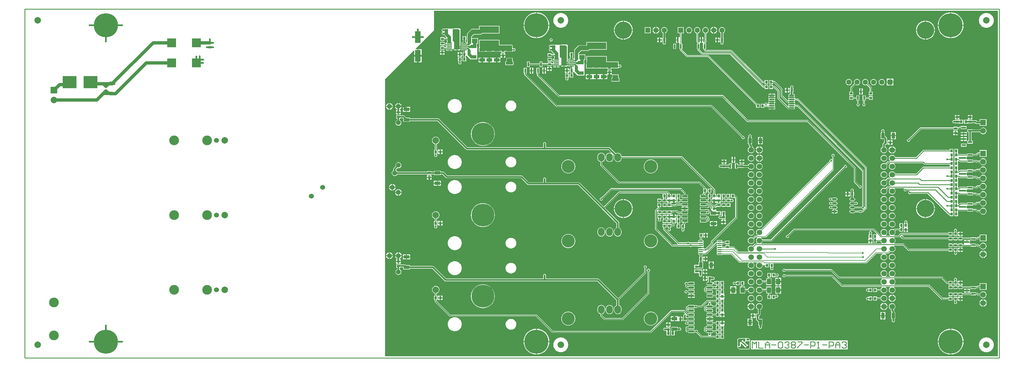
<source format=gtl>
G04 Layer_Physical_Order=1*
G04 Layer_Color=128*
%FSLAX43Y43*%
%MOMM*%
G71*
G01*
G75*
%ADD10R,2.700X2.700*%
%ADD11O,1.400X0.350*%
%ADD12R,6.000X2.000*%
%ADD13R,1.350X0.600*%
%ADD14O,1.450X0.650*%
%ADD15R,1.800X1.340*%
%ADD16R,1.340X1.800*%
%ADD17R,0.800X0.900*%
G04:AMPARAMS|DCode=18|XSize=0.45mm|YSize=1.6mm|CornerRadius=0.05mm|HoleSize=0mm|Usage=FLASHONLY|Rotation=90.000|XOffset=0mm|YOffset=0mm|HoleType=Round|Shape=RoundedRectangle|*
%AMROUNDEDRECTD18*
21,1,0.450,1.501,0,0,90.0*
21,1,0.351,1.600,0,0,90.0*
1,1,0.099,0.750,0.175*
1,1,0.099,0.750,-0.175*
1,1,0.099,-0.750,-0.175*
1,1,0.099,-0.750,0.175*
%
%ADD18ROUNDEDRECTD18*%
%ADD19R,4.240X3.810*%
%ADD20R,1.800X3.550*%
%ADD21C,2.000*%
G04:AMPARAMS|DCode=22|XSize=0.65mm|YSize=1.65mm|CornerRadius=0.049mm|HoleSize=0mm|Usage=FLASHONLY|Rotation=270.000|XOffset=0mm|YOffset=0mm|HoleType=Round|Shape=RoundedRectangle|*
%AMROUNDEDRECTD22*
21,1,0.650,1.552,0,0,270.0*
21,1,0.552,1.650,0,0,270.0*
1,1,0.098,-0.776,-0.276*
1,1,0.098,-0.776,0.276*
1,1,0.098,0.776,0.276*
1,1,0.098,0.776,-0.276*
%
%ADD22ROUNDEDRECTD22*%
%ADD23R,1.700X1.000*%
%ADD24R,0.900X0.800*%
G04:AMPARAMS|DCode=25|XSize=0.3mm|YSize=1.55mm|CornerRadius=0.05mm|HoleSize=0mm|Usage=FLASHONLY|Rotation=90.000|XOffset=0mm|YOffset=0mm|HoleType=Round|Shape=RoundedRectangle|*
%AMROUNDEDRECTD25*
21,1,0.300,1.451,0,0,90.0*
21,1,0.201,1.550,0,0,90.0*
1,1,0.099,0.726,0.101*
1,1,0.099,0.726,-0.101*
1,1,0.099,-0.726,-0.101*
1,1,0.099,-0.726,0.101*
%
%ADD25ROUNDEDRECTD25*%
G04:AMPARAMS|DCode=26|XSize=1.73mm|YSize=1.9mm|CornerRadius=0.052mm|HoleSize=0mm|Usage=FLASHONLY|Rotation=0.000|XOffset=0mm|YOffset=0mm|HoleType=Round|Shape=RoundedRectangle|*
%AMROUNDEDRECTD26*
21,1,1.730,1.796,0,0,0.0*
21,1,1.626,1.900,0,0,0.0*
1,1,0.104,0.813,-0.898*
1,1,0.104,-0.813,-0.898*
1,1,0.104,-0.813,0.898*
1,1,0.104,0.813,0.898*
%
%ADD26ROUNDEDRECTD26*%
%ADD27R,0.600X1.350*%
%ADD28R,1.000X1.700*%
%ADD29C,0.250*%
%ADD30C,0.500*%
%ADD31C,1.000*%
%ADD32C,0.200*%
%ADD33C,0.150*%
%ADD34C,0.300*%
%ADD35C,0.400*%
%ADD36C,0.254*%
%ADD37O,2.000X2.500*%
%ADD38C,7.000*%
%ADD39C,1.524*%
%ADD40C,3.000*%
%ADD41C,1.600*%
%ADD42R,1.600X1.600*%
%ADD43C,7.400*%
%ADD44C,5.300*%
%ADD45C,1.700*%
%ADD46R,1.750X1.750*%
%ADD47C,1.750*%
%ADD48C,4.000*%
%ADD49R,2.000X2.000*%
%ADD50R,1.800X1.800*%
%ADD51C,1.800*%
%ADD52C,0.600*%
G36*
X299500Y500D02*
X110900D01*
Y85900D01*
X119684Y94684D01*
X119846Y94617D01*
Y93252D01*
X120873D01*
Y95154D01*
X120383D01*
X120316Y95316D01*
X121950Y96950D01*
X122050D01*
Y97050D01*
X126000Y101000D01*
X126000Y107000D01*
X299500D01*
Y500D01*
D02*
G37*
%LPC*%
G36*
X290954Y35573D02*
X290025D01*
X289096D01*
Y35155D01*
X289096Y35146D01*
X289073Y34980D01*
X288600D01*
Y35250D01*
X287400D01*
Y34980D01*
X287100D01*
Y35250D01*
X285900D01*
Y34980D01*
X285600D01*
Y35250D01*
X284400D01*
Y34150D01*
X285600D01*
Y34420D01*
X285900D01*
Y34150D01*
X287100D01*
Y34420D01*
X287400D01*
Y34150D01*
X288600D01*
Y34420D01*
X291150D01*
Y34300D01*
X292800D01*
Y34470D01*
X293234D01*
X293442Y34262D01*
X293533Y34201D01*
X293640Y34180D01*
X294007D01*
X294105Y33943D01*
X294269Y33729D01*
X294483Y33565D01*
X294732Y33461D01*
X295000Y33426D01*
X295268Y33461D01*
X295517Y33565D01*
X295731Y33729D01*
X295895Y33943D01*
X295999Y34192D01*
X296034Y34460D01*
X295999Y34728D01*
X295895Y34977D01*
X295731Y35191D01*
X295517Y35355D01*
X295268Y35459D01*
X295000Y35494D01*
X294732Y35459D01*
X294483Y35355D01*
X294269Y35191D01*
X294105Y34977D01*
X294007Y34740D01*
X293756D01*
X293548Y34948D01*
X293457Y35009D01*
X293350Y35030D01*
X292800D01*
Y35200D01*
X291150D01*
Y35004D01*
X291012Y34995D01*
X290957Y35148D01*
X290954Y35163D01*
Y35573D01*
D02*
G37*
G36*
X260173Y35973D02*
X259646D01*
Y35396D01*
X260173D01*
Y35973D01*
D02*
G37*
G36*
X192700Y38160D02*
X192279Y38119D01*
X191873Y37996D01*
X191500Y37796D01*
X191172Y37528D01*
X190904Y37200D01*
X190704Y36827D01*
X190581Y36421D01*
X190540Y36000D01*
X190581Y35579D01*
X190704Y35173D01*
X190904Y34800D01*
X191172Y34472D01*
X191500Y34204D01*
X191873Y34004D01*
X192279Y33881D01*
X192700Y33840D01*
X193121Y33881D01*
X193527Y34004D01*
X193900Y34204D01*
X194228Y34472D01*
X194496Y34800D01*
X194696Y35173D01*
X194819Y35579D01*
X194860Y36000D01*
X194819Y36421D01*
X194696Y36827D01*
X194496Y37200D01*
X194228Y37528D01*
X193900Y37796D01*
X193527Y37996D01*
X193121Y38119D01*
X192700Y38160D01*
D02*
G37*
G36*
X167300D02*
X166879Y38119D01*
X166473Y37996D01*
X166100Y37796D01*
X165772Y37528D01*
X165504Y37200D01*
X165304Y36827D01*
X165181Y36421D01*
X165140Y36000D01*
X165181Y35579D01*
X165304Y35173D01*
X165504Y34800D01*
X165772Y34472D01*
X166100Y34204D01*
X166473Y34004D01*
X166879Y33881D01*
X167300Y33840D01*
X167721Y33881D01*
X168127Y34004D01*
X168500Y34204D01*
X168828Y34472D01*
X169096Y34800D01*
X169296Y35173D01*
X169419Y35579D01*
X169460Y36000D01*
X169419Y36421D01*
X169296Y36827D01*
X169096Y37200D01*
X168828Y37528D01*
X168500Y37796D01*
X168127Y37996D01*
X167721Y38119D01*
X167300Y38160D01*
D02*
G37*
G36*
X290954Y36254D02*
X290152D01*
Y35827D01*
X290954D01*
Y36254D01*
D02*
G37*
G36*
X209473Y37673D02*
X208946D01*
Y37096D01*
X209473D01*
Y37673D01*
D02*
G37*
G36*
X260954Y35973D02*
X260427D01*
Y35396D01*
X260954D01*
Y35973D01*
D02*
G37*
G36*
X289898Y36254D02*
X289096D01*
Y35827D01*
X289898D01*
Y36254D01*
D02*
G37*
G36*
X287873Y33173D02*
X287296D01*
Y32646D01*
X287873D01*
Y33173D01*
D02*
G37*
G36*
X288704D02*
X288127D01*
Y32646D01*
X288704D01*
Y33173D01*
D02*
G37*
G36*
X294873Y33042D02*
X294705Y33020D01*
X294431Y32906D01*
X294195Y32725D01*
X294014Y32489D01*
X293900Y32215D01*
X293878Y32047D01*
X294873D01*
Y33042D01*
D02*
G37*
G36*
X295127Y33042D02*
Y32047D01*
X296122D01*
X296100Y32215D01*
X295986Y32489D01*
X295805Y32725D01*
X295569Y32906D01*
X295295Y33020D01*
X295127Y33042D01*
D02*
G37*
G36*
X288704Y33954D02*
X288127D01*
Y33427D01*
X288704D01*
Y33954D01*
D02*
G37*
G36*
X149650Y37008D02*
X149327Y36976D01*
X149016Y36882D01*
X148729Y36729D01*
X148478Y36522D01*
X148271Y36271D01*
X148118Y35984D01*
X148024Y35673D01*
X147992Y35350D01*
X148024Y35027D01*
X148118Y34716D01*
X148271Y34429D01*
X148478Y34178D01*
X148729Y33971D01*
X149016Y33818D01*
X149327Y33724D01*
X149650Y33692D01*
X149973Y33724D01*
X150284Y33818D01*
X150571Y33971D01*
X150822Y34178D01*
X151029Y34429D01*
X151182Y34716D01*
X151276Y35027D01*
X151308Y35350D01*
X151276Y35673D01*
X151182Y35984D01*
X151029Y36271D01*
X150822Y36522D01*
X150571Y36729D01*
X150284Y36882D01*
X149973Y36976D01*
X149650Y37008D01*
D02*
G37*
G36*
X132350Y37510D02*
X131929Y37469D01*
X131523Y37346D01*
X131150Y37146D01*
X130822Y36878D01*
X130554Y36550D01*
X130354Y36177D01*
X130231Y35771D01*
X130190Y35350D01*
X130231Y34929D01*
X130354Y34523D01*
X130554Y34150D01*
X130822Y33822D01*
X131150Y33554D01*
X131523Y33354D01*
X131929Y33231D01*
X132350Y33190D01*
X132771Y33231D01*
X133177Y33354D01*
X133550Y33554D01*
X133878Y33822D01*
X134146Y34150D01*
X134346Y34523D01*
X134469Y34929D01*
X134510Y35350D01*
X134469Y35771D01*
X134346Y36177D01*
X134146Y36550D01*
X133878Y36878D01*
X133550Y37146D01*
X133177Y37346D01*
X132771Y37469D01*
X132350Y37510D01*
D02*
G37*
G36*
X287873Y33954D02*
X287296D01*
Y33427D01*
X287873D01*
Y33954D01*
D02*
G37*
G36*
X210254Y37673D02*
X209727D01*
Y37096D01*
X210254D01*
Y37673D01*
D02*
G37*
G36*
X271073Y39373D02*
X270546D01*
Y38796D01*
X271073D01*
Y39373D01*
D02*
G37*
G36*
X271854D02*
X271327D01*
Y38796D01*
X271854D01*
Y39373D01*
D02*
G37*
G36*
X287873Y38854D02*
X287296D01*
Y38327D01*
X287873D01*
Y38854D01*
D02*
G37*
G36*
X288704D02*
X288127D01*
Y38327D01*
X288704D01*
Y38854D01*
D02*
G37*
G36*
X223560Y42249D02*
X223299Y42214D01*
X223056Y42113D01*
X222847Y41953D01*
X222686Y41744D01*
X222586Y41501D01*
X222551Y41240D01*
X222586Y40979D01*
X222686Y40736D01*
X222847Y40527D01*
X223056Y40367D01*
X223299Y40266D01*
X223560Y40231D01*
X223821Y40266D01*
X224064Y40367D01*
X224273Y40527D01*
X224433Y40736D01*
X224534Y40979D01*
X224569Y41240D01*
X224534Y41501D01*
X224433Y41744D01*
X224273Y41953D01*
X224064Y42113D01*
X223821Y42214D01*
X223560Y42249D01*
D02*
G37*
G36*
X226100D02*
X225839Y42214D01*
X225596Y42113D01*
X225387Y41953D01*
X225227Y41744D01*
X225126Y41501D01*
X225091Y41240D01*
X225126Y40979D01*
X225227Y40736D01*
X225387Y40527D01*
X225596Y40367D01*
X225839Y40266D01*
X226100Y40231D01*
X226361Y40266D01*
X226604Y40367D01*
X226813Y40527D01*
X226973Y40736D01*
X227074Y40979D01*
X227109Y41240D01*
X227074Y41501D01*
X226973Y41744D01*
X226813Y41953D01*
X226604Y42113D01*
X226361Y42214D01*
X226100Y42249D01*
D02*
G37*
G36*
X271200Y42359D02*
X271024Y42324D01*
X270876Y42224D01*
X270776Y42076D01*
X270741Y41900D01*
X270776Y41724D01*
X270809Y41675D01*
X270716Y41500D01*
X270650D01*
X270650Y40336D01*
X270546Y40204D01*
X270546Y40168D01*
Y39627D01*
X271854D01*
X271854Y40204D01*
X271750Y40336D01*
X271750Y40379D01*
Y41500D01*
X271684D01*
X271591Y41675D01*
X271624Y41724D01*
X271659Y41900D01*
X271624Y42076D01*
X271524Y42224D01*
X271376Y42324D01*
X271200Y42359D01*
D02*
G37*
G36*
X126500Y45160D02*
X126200Y45120D01*
X125920Y45005D01*
X125680Y44820D01*
X125495Y44580D01*
X125380Y44300D01*
X125340Y44000D01*
X125380Y43700D01*
X125495Y43420D01*
X125680Y43180D01*
X125920Y42995D01*
X126200Y42880D01*
X126220Y42877D01*
Y42100D01*
X125950D01*
Y40900D01*
X126126D01*
X126176Y40725D01*
X126176Y40724D01*
X126076Y40576D01*
X126041Y40400D01*
X126076Y40224D01*
X126176Y40076D01*
X126324Y39976D01*
X126500Y39941D01*
X126676Y39976D01*
X126824Y40076D01*
X126924Y40224D01*
X126959Y40400D01*
X126924Y40576D01*
X126824Y40724D01*
X126824Y40725D01*
X126874Y40900D01*
X127050D01*
Y42100D01*
X126780D01*
Y42877D01*
X126800Y42880D01*
X127080Y42995D01*
X127320Y43180D01*
X127505Y43420D01*
X127620Y43700D01*
X127660Y44000D01*
X127620Y44300D01*
X127505Y44580D01*
X127320Y44820D01*
X127080Y45005D01*
X126800Y45120D01*
X126500Y45160D01*
D02*
G37*
G36*
X287873Y38073D02*
X287296D01*
Y37546D01*
X287873D01*
Y38073D01*
D02*
G37*
G36*
X288704D02*
X288127D01*
Y37546D01*
X288704D01*
Y38073D01*
D02*
G37*
G36*
X177450Y40210D02*
X177150Y40170D01*
X176870Y40055D01*
X176630Y39870D01*
X176445Y39630D01*
X176330Y39350D01*
X176290Y39050D01*
Y38550D01*
X176330Y38250D01*
X176445Y37970D01*
X176630Y37730D01*
X176870Y37545D01*
X177150Y37430D01*
X177450Y37390D01*
X177750Y37430D01*
X178030Y37545D01*
X178270Y37730D01*
X178455Y37970D01*
X178570Y38250D01*
X178610Y38550D01*
Y39050D01*
X178570Y39350D01*
X178455Y39630D01*
X178270Y39870D01*
X178030Y40055D01*
X177750Y40170D01*
X177450Y40210D01*
D02*
G37*
G36*
X180000D02*
X179700Y40170D01*
X179420Y40055D01*
X179180Y39870D01*
X178995Y39630D01*
X178880Y39350D01*
X178840Y39050D01*
Y38550D01*
X178880Y38250D01*
X178995Y37970D01*
X179180Y37730D01*
X179420Y37545D01*
X179700Y37430D01*
X180000Y37390D01*
X180300Y37430D01*
X180580Y37545D01*
X180820Y37730D01*
X181005Y37970D01*
X181120Y38250D01*
X181160Y38550D01*
Y39050D01*
X181120Y39350D01*
X181005Y39630D01*
X180820Y39870D01*
X180580Y40055D01*
X180300Y40170D01*
X180000Y40210D01*
D02*
G37*
G36*
X209473Y38504D02*
X208946D01*
Y37927D01*
X209473D01*
Y38504D01*
D02*
G37*
G36*
X210254D02*
X209727D01*
Y37927D01*
X210254D01*
Y38504D01*
D02*
G37*
G36*
X286500Y39759D02*
X286324Y39724D01*
X286176Y39624D01*
X286076Y39476D01*
X286041Y39300D01*
X286076Y39124D01*
X286176Y38976D01*
X286220Y38946D01*
Y38750D01*
X285900D01*
Y37650D01*
X287100D01*
Y38750D01*
X286780D01*
Y38946D01*
X286824Y38976D01*
X286924Y39124D01*
X286959Y39300D01*
X286924Y39476D01*
X286824Y39624D01*
X286676Y39724D01*
X286500Y39759D01*
D02*
G37*
G36*
X223560Y39709D02*
X223299Y39674D01*
X223056Y39573D01*
X222847Y39413D01*
X222686Y39204D01*
X222586Y38961D01*
X222551Y38700D01*
X222586Y38439D01*
X222686Y38196D01*
X222847Y37987D01*
X223056Y37826D01*
X223299Y37726D01*
X223560Y37691D01*
X223821Y37726D01*
X224064Y37826D01*
X224273Y37987D01*
X224433Y38196D01*
X224534Y38439D01*
X224569Y38700D01*
X224534Y38961D01*
X224433Y39204D01*
X224273Y39413D01*
X224064Y39573D01*
X223821Y39674D01*
X223560Y39709D01*
D02*
G37*
G36*
X287100Y33850D02*
X285900D01*
Y32750D01*
X286220D01*
Y32554D01*
X286176Y32524D01*
X286076Y32376D01*
X286041Y32200D01*
X286076Y32024D01*
X286176Y31876D01*
X286324Y31776D01*
X286500Y31741D01*
X286676Y31776D01*
X286824Y31876D01*
X286924Y32024D01*
X286959Y32200D01*
X286924Y32376D01*
X286824Y32524D01*
X286780Y32554D01*
Y32750D01*
X287100D01*
Y33850D01*
D02*
G37*
G36*
X267000Y29549D02*
X266739Y29514D01*
X266496Y29413D01*
X266287Y29253D01*
X266126Y29044D01*
X266026Y28801D01*
X265991Y28540D01*
X266026Y28279D01*
X266126Y28036D01*
X266287Y27827D01*
X266496Y27667D01*
X266739Y27566D01*
X267000Y27531D01*
X267261Y27566D01*
X267504Y27667D01*
X267713Y27827D01*
X267874Y28036D01*
X267974Y28279D01*
X268009Y28540D01*
X267974Y28801D01*
X267874Y29044D01*
X267713Y29253D01*
X267504Y29413D01*
X267261Y29514D01*
X267000Y29549D01*
D02*
G37*
G36*
X211173Y29704D02*
X210546D01*
Y28727D01*
X211173D01*
Y29704D01*
D02*
G37*
G36*
X212054Y28473D02*
X211427D01*
Y27496D01*
X212054D01*
Y28473D01*
D02*
G37*
G36*
X264460Y29549D02*
X264199Y29514D01*
X263956Y29413D01*
X263747Y29253D01*
X263586Y29044D01*
X263486Y28801D01*
X263451Y28540D01*
X263486Y28279D01*
X263586Y28036D01*
X263747Y27827D01*
X263956Y27667D01*
X264199Y27566D01*
X264460Y27531D01*
X264721Y27566D01*
X264964Y27667D01*
X265173Y27827D01*
X265333Y28036D01*
X265434Y28279D01*
X265469Y28540D01*
X265434Y28801D01*
X265333Y29044D01*
X265173Y29253D01*
X264964Y29413D01*
X264721Y29514D01*
X264460Y29549D01*
D02*
G37*
G36*
X115704Y29573D02*
X115127D01*
Y29046D01*
X115704D01*
Y29573D01*
D02*
G37*
G36*
X209373Y30373D02*
X208846D01*
Y29796D01*
X209373D01*
Y30373D01*
D02*
G37*
G36*
X212054Y29704D02*
X211427D01*
Y28727D01*
X212054D01*
Y29704D01*
D02*
G37*
G36*
X114873Y29573D02*
X114296D01*
Y29046D01*
X114873D01*
Y29573D01*
D02*
G37*
G36*
X211173Y28473D02*
X210546D01*
Y27496D01*
X211173D01*
Y28473D01*
D02*
G37*
G36*
X132350Y29810D02*
X131929Y29769D01*
X131523Y29646D01*
X131150Y29446D01*
X130822Y29178D01*
X130554Y28850D01*
X130354Y28477D01*
X130231Y28071D01*
X130190Y27650D01*
X130231Y27229D01*
X130354Y26823D01*
X130554Y26450D01*
X130822Y26122D01*
X131150Y25854D01*
X131523Y25654D01*
X131929Y25531D01*
X132350Y25490D01*
X132771Y25531D01*
X133177Y25654D01*
X133550Y25854D01*
X133878Y26122D01*
X134146Y26450D01*
X134346Y26823D01*
X134469Y27229D01*
X134510Y27650D01*
X134469Y28071D01*
X134346Y28477D01*
X134146Y28850D01*
X133878Y29178D01*
X133550Y29446D01*
X133177Y29646D01*
X132771Y29769D01*
X132350Y29810D01*
D02*
G37*
G36*
X209273Y26473D02*
X208746D01*
Y25896D01*
X209273D01*
Y26473D01*
D02*
G37*
G36*
X231050Y26100D02*
X229950D01*
Y24900D01*
X231050D01*
Y25220D01*
X231246D01*
X231276Y25176D01*
X231424Y25076D01*
X231600Y25041D01*
X231776Y25076D01*
X231924Y25176D01*
X232024Y25324D01*
X232059Y25500D01*
X232024Y25676D01*
X231924Y25824D01*
X231776Y25924D01*
X231600Y25959D01*
X231424Y25924D01*
X231276Y25824D01*
X231246Y25780D01*
X231050D01*
Y26100D01*
D02*
G37*
G36*
X207300Y27250D02*
Y27250D01*
X207296Y27250D01*
X206100D01*
Y26150D01*
X207300D01*
Y26150D01*
X207450Y26090D01*
Y26000D01*
X207592D01*
Y25700D01*
X207576Y25676D01*
X207541Y25500D01*
X207576Y25324D01*
X207676Y25176D01*
X207824Y25076D01*
X208000Y25041D01*
X208176Y25076D01*
X208324Y25176D01*
X208424Y25324D01*
X208459Y25500D01*
X208424Y25676D01*
X208408Y25700D01*
Y26000D01*
X208550D01*
Y27200D01*
X207450D01*
Y27200D01*
X207300Y27250D01*
D02*
G37*
G36*
X209273Y27304D02*
X208746D01*
Y26727D01*
X209273D01*
Y27304D01*
D02*
G37*
G36*
X210054D02*
X209527D01*
Y26727D01*
X210054D01*
Y27304D01*
D02*
G37*
G36*
Y26473D02*
X209527D01*
Y25896D01*
X210054D01*
Y26473D01*
D02*
G37*
G36*
X149650Y29308D02*
X149327Y29276D01*
X149016Y29182D01*
X148729Y29029D01*
X148478Y28822D01*
X148271Y28571D01*
X148118Y28284D01*
X148024Y27973D01*
X147992Y27650D01*
X148024Y27327D01*
X148118Y27016D01*
X148271Y26729D01*
X148478Y26478D01*
X148729Y26271D01*
X149016Y26118D01*
X149327Y26024D01*
X149650Y25992D01*
X149973Y26024D01*
X150284Y26118D01*
X150571Y26271D01*
X150822Y26478D01*
X151029Y26729D01*
X151182Y27016D01*
X151276Y27327D01*
X151308Y27650D01*
X151276Y27973D01*
X151182Y28284D01*
X151029Y28571D01*
X150822Y28822D01*
X150571Y29029D01*
X150284Y29182D01*
X149973Y29276D01*
X149650Y29308D01*
D02*
G37*
G36*
X117373Y31854D02*
X116396D01*
Y31227D01*
X117373D01*
Y31854D01*
D02*
G37*
G36*
X118604D02*
X117627D01*
Y31227D01*
X118604D01*
Y31854D01*
D02*
G37*
G36*
X294873Y31793D02*
X293878D01*
X293900Y31625D01*
X294014Y31351D01*
X294195Y31115D01*
X294431Y30934D01*
X294705Y30820D01*
X294873Y30798D01*
Y31793D01*
D02*
G37*
G36*
X296122D02*
X295127D01*
Y30798D01*
X295295Y30820D01*
X295569Y30934D01*
X295805Y31115D01*
X295986Y31351D01*
X296100Y31625D01*
X296122Y31793D01*
D02*
G37*
G36*
X115127Y32508D02*
Y31627D01*
X116008D01*
X115990Y31765D01*
X115887Y32012D01*
X115725Y32225D01*
X115512Y32387D01*
X115265Y32490D01*
X115127Y32508D01*
D02*
G37*
G36*
X112377Y32508D02*
Y31627D01*
X113258D01*
X113240Y31765D01*
X113137Y32012D01*
X112975Y32225D01*
X112762Y32387D01*
X112515Y32490D01*
X112377Y32508D01*
D02*
G37*
G36*
X112123Y32508D02*
X111985Y32490D01*
X111738Y32387D01*
X111525Y32225D01*
X111363Y32012D01*
X111260Y31765D01*
X111242Y31627D01*
X112123D01*
Y32508D01*
D02*
G37*
G36*
X114873Y32508D02*
X114735Y32490D01*
X114488Y32387D01*
X114275Y32225D01*
X114113Y32012D01*
X114010Y31765D01*
X113992Y31627D01*
X114873D01*
Y32508D01*
D02*
G37*
G36*
X210154Y31204D02*
X209627D01*
Y30627D01*
X210154D01*
Y31204D01*
D02*
G37*
G36*
X267000Y32089D02*
X266739Y32054D01*
X266496Y31953D01*
X266287Y31793D01*
X266126Y31584D01*
X266026Y31341D01*
X265991Y31080D01*
X266026Y30819D01*
X266126Y30576D01*
X266287Y30367D01*
X266496Y30206D01*
X266739Y30106D01*
X267000Y30071D01*
X267261Y30106D01*
X267504Y30206D01*
X267713Y30367D01*
X267874Y30576D01*
X267974Y30819D01*
X268009Y31080D01*
X267974Y31341D01*
X267874Y31584D01*
X267713Y31793D01*
X267504Y31953D01*
X267261Y32054D01*
X267000Y32089D01*
D02*
G37*
G36*
X117373Y30973D02*
X116396D01*
Y30346D01*
X117373D01*
Y30973D01*
D02*
G37*
G36*
X210154Y30373D02*
X209627D01*
Y29796D01*
X210154D01*
Y30373D01*
D02*
G37*
G36*
X116008Y31373D02*
X115000D01*
X113992D01*
X114010Y31235D01*
X114113Y30988D01*
X114275Y30775D01*
X114488Y30613D01*
X114689Y30529D01*
X114654Y30354D01*
X114296D01*
Y29827D01*
X115000D01*
X115704D01*
Y30354D01*
X115346D01*
X115311Y30529D01*
X115512Y30613D01*
X115725Y30775D01*
X115887Y30988D01*
X115990Y31235D01*
X116008Y31373D01*
D02*
G37*
G36*
X113258D02*
X112377D01*
Y30492D01*
X112515Y30510D01*
X112762Y30613D01*
X112975Y30775D01*
X113137Y30988D01*
X113240Y31235D01*
X113258Y31373D01*
D02*
G37*
G36*
X209373Y31204D02*
X208846D01*
Y30627D01*
X209373D01*
Y31204D01*
D02*
G37*
G36*
X118604Y30973D02*
X117627D01*
Y30346D01*
X118604D01*
Y30973D01*
D02*
G37*
G36*
X112123Y31373D02*
X111242D01*
X111260Y31235D01*
X111363Y30988D01*
X111525Y30775D01*
X111738Y30613D01*
X111985Y30510D01*
X112123Y30492D01*
Y31373D01*
D02*
G37*
G36*
X264460Y42249D02*
X264199Y42214D01*
X263956Y42113D01*
X263747Y41953D01*
X263586Y41744D01*
X263486Y41501D01*
X263451Y41240D01*
X263486Y40979D01*
X263586Y40736D01*
X263747Y40527D01*
X263956Y40367D01*
X264199Y40266D01*
X264460Y40231D01*
X264721Y40266D01*
X264964Y40367D01*
X265173Y40527D01*
X265333Y40736D01*
X265434Y40979D01*
X265469Y41240D01*
X265434Y41501D01*
X265333Y41744D01*
X265173Y41953D01*
X264964Y42113D01*
X264721Y42214D01*
X264460Y42249D01*
D02*
G37*
G36*
X184377Y48903D02*
Y46127D01*
X187153D01*
X187127Y46456D01*
X187020Y46900D01*
X186845Y47322D01*
X186607Y47712D01*
X186310Y48060D01*
X185962Y48357D01*
X185572Y48595D01*
X185150Y48770D01*
X184706Y48877D01*
X184377Y48903D01*
D02*
G37*
G36*
X277123D02*
X276794Y48877D01*
X276350Y48770D01*
X275928Y48595D01*
X275538Y48357D01*
X275190Y48060D01*
X274893Y47712D01*
X274655Y47322D01*
X274480Y46900D01*
X274373Y46456D01*
X274347Y46127D01*
X277123D01*
Y48903D01*
D02*
G37*
G36*
X204260Y45873D02*
X203302D01*
Y45415D01*
X203951D01*
X204069Y45439D01*
X204170Y45505D01*
X204236Y45606D01*
X204260Y45724D01*
Y45873D01*
D02*
G37*
G36*
X184123Y48903D02*
X183794Y48877D01*
X183350Y48770D01*
X182928Y48595D01*
X182538Y48357D01*
X182190Y48060D01*
X181893Y47712D01*
X181655Y47322D01*
X181480Y46900D01*
X181373Y46456D01*
X181347Y46127D01*
X184123D01*
Y48903D01*
D02*
G37*
G36*
X203951Y46585D02*
X203302D01*
Y46127D01*
X204260D01*
Y46276D01*
X204236Y46394D01*
X204170Y46495D01*
X204069Y46561D01*
X203951Y46585D01*
D02*
G37*
G36*
X230250Y85600D02*
X229150D01*
Y84400D01*
X230250D01*
Y84720D01*
X230684D01*
X232720Y82684D01*
Y80700D01*
X232741Y80593D01*
X232802Y80502D01*
X234502Y78802D01*
X234593Y78741D01*
X234700Y78720D01*
X234870D01*
X234994Y78545D01*
X234990Y78525D01*
Y78477D01*
X236050D01*
X237110D01*
Y78525D01*
X237086Y78644D01*
X237019Y78744D01*
X236992Y78763D01*
X237004Y78825D01*
Y79175D01*
X236988Y79253D01*
X237084Y79421D01*
X237855D01*
X258671Y58605D01*
Y46448D01*
X258640Y46407D01*
X258615Y46406D01*
X258444Y46496D01*
X258344Y46644D01*
X258249Y46708D01*
Y57680D01*
X258249Y57680D01*
X258232Y57768D01*
X258182Y57842D01*
X238162Y77862D01*
X238088Y77912D01*
X238000Y77929D01*
X237212D01*
X237174Y77967D01*
X237096Y78104D01*
X237110Y78175D01*
Y78223D01*
X236050D01*
X234990D01*
Y78175D01*
X235014Y78056D01*
X235081Y77956D01*
X235108Y77937D01*
X235096Y77876D01*
Y77548D01*
X235041Y77506D01*
X234929Y77468D01*
X232280Y80116D01*
Y82300D01*
X232259Y82407D01*
X232198Y82498D01*
X230998Y83698D01*
X230907Y83759D01*
X230800Y83780D01*
X230250D01*
Y84100D01*
X229150D01*
Y82900D01*
X230250D01*
Y83220D01*
X230684D01*
X231720Y82184D01*
Y80000D01*
X231741Y79893D01*
X231802Y79802D01*
X234752Y76852D01*
X234843Y76791D01*
X234950Y76770D01*
X235130D01*
X235156Y76731D01*
X235222Y76687D01*
X235299Y76671D01*
X236800D01*
X236878Y76687D01*
X236944Y76731D01*
X236988Y76797D01*
X237004Y76875D01*
Y77226D01*
X236988Y77303D01*
X237084Y77471D01*
X237905D01*
X257791Y57585D01*
Y46708D01*
X257696Y46644D01*
X257632Y46549D01*
X255573D01*
X255572Y46550D01*
X255467Y46707D01*
X255310Y46812D01*
X255125Y46849D01*
X254325D01*
X254140Y46812D01*
X253983Y46707D01*
X253878Y46550D01*
X253841Y46365D01*
X253878Y46180D01*
X253983Y46023D01*
X254140Y45918D01*
X254325Y45881D01*
X255125D01*
X255310Y45918D01*
X255467Y46023D01*
X255513Y46091D01*
X257632D01*
X257696Y45996D01*
X257844Y45896D01*
X257994Y45866D01*
X258042Y45784D01*
X258068Y45692D01*
X257740Y45364D01*
X257547Y45378D01*
X257519Y45419D01*
X257371Y45519D01*
X257195Y45554D01*
X257019Y45519D01*
X256871Y45419D01*
X256807Y45324D01*
X255543D01*
X255467Y45437D01*
X255310Y45542D01*
X255125Y45579D01*
X254325D01*
X254140Y45542D01*
X253983Y45437D01*
X253878Y45280D01*
X253841Y45095D01*
X253878Y44910D01*
X253983Y44753D01*
X254140Y44648D01*
X254325Y44611D01*
X255125D01*
X255310Y44648D01*
X255467Y44753D01*
X255543Y44866D01*
X256807D01*
X256871Y44771D01*
X257019Y44671D01*
X257195Y44636D01*
X257371Y44671D01*
X257519Y44771D01*
X257583Y44866D01*
X257795D01*
X257883Y44883D01*
X257957Y44933D01*
X259062Y46038D01*
X259112Y46112D01*
X259129Y46200D01*
Y58700D01*
X259129Y58700D01*
X259112Y58788D01*
X259062Y58862D01*
X238112Y79812D01*
X238038Y79862D01*
X237950Y79879D01*
X237212D01*
X237174Y79917D01*
X237096Y80054D01*
X237110Y80125D01*
Y80173D01*
X236050D01*
X234990D01*
Y80125D01*
X235014Y80006D01*
X235081Y79906D01*
X235108Y79887D01*
X235096Y79826D01*
Y79475D01*
X235100Y79455D01*
X235013Y79310D01*
X234979Y79280D01*
X234816D01*
X233280Y80816D01*
Y82800D01*
X233259Y82907D01*
X233198Y82998D01*
X230998Y85198D01*
X230907Y85259D01*
X230800Y85280D01*
X230250D01*
Y85600D01*
D02*
G37*
G36*
X277377Y48903D02*
Y46127D01*
X280153D01*
X280127Y46456D01*
X280020Y46900D01*
X279845Y47322D01*
X279607Y47712D01*
X279310Y48060D01*
X278962Y48357D01*
X278572Y48595D01*
X278150Y48770D01*
X277706Y48877D01*
X277377Y48903D01*
D02*
G37*
G36*
X203048Y46585D02*
X202399D01*
X202281Y46561D01*
X202180Y46495D01*
X202114Y46394D01*
X202090Y46276D01*
Y46127D01*
X203048D01*
Y46585D01*
D02*
G37*
G36*
Y45873D02*
X202090D01*
Y45724D01*
X202114Y45606D01*
X202180Y45505D01*
X202281Y45439D01*
X202399Y45415D01*
X203048D01*
Y45873D01*
D02*
G37*
G36*
X249148Y45685D02*
X248875D01*
X248649Y45640D01*
X248458Y45512D01*
X248330Y45321D01*
X248310Y45222D01*
X249148D01*
Y45685D01*
D02*
G37*
G36*
X249675D02*
X249402D01*
Y45222D01*
X250240D01*
X250220Y45321D01*
X250092Y45512D01*
X249901Y45640D01*
X249675Y45685D01*
D02*
G37*
G36*
X249148Y44968D02*
X248310D01*
X248330Y44869D01*
X248458Y44678D01*
X248649Y44550D01*
X248875Y44505D01*
X249148D01*
Y44968D01*
D02*
G37*
G36*
X250240D02*
X249402D01*
Y44505D01*
X249675D01*
X249901Y44550D01*
X250092Y44678D01*
X250220Y44869D01*
X250240Y44968D01*
D02*
G37*
G36*
X264460Y47329D02*
X264199Y47294D01*
X263956Y47193D01*
X263747Y47033D01*
X263586Y46824D01*
X263486Y46581D01*
X263451Y46320D01*
X263486Y46059D01*
X263586Y45816D01*
X263747Y45607D01*
X263956Y45446D01*
X264199Y45346D01*
X264460Y45311D01*
X264721Y45346D01*
X264964Y45446D01*
X265173Y45607D01*
X265333Y45816D01*
X265434Y46059D01*
X265469Y46320D01*
X265434Y46581D01*
X265333Y46824D01*
X265173Y47033D01*
X264964Y47193D01*
X264721Y47294D01*
X264460Y47329D01*
D02*
G37*
G36*
X267000D02*
X266739Y47294D01*
X266496Y47193D01*
X266287Y47033D01*
X266126Y46824D01*
X266026Y46581D01*
X265991Y46320D01*
X266026Y46059D01*
X266126Y45816D01*
X266287Y45607D01*
X266496Y45446D01*
X266739Y45346D01*
X267000Y45311D01*
X267261Y45346D01*
X267504Y45446D01*
X267713Y45607D01*
X267874Y45816D01*
X267974Y46059D01*
X268009Y46320D01*
X267974Y46581D01*
X267874Y46824D01*
X267713Y47033D01*
X267504Y47193D01*
X267261Y47294D01*
X267000Y47329D01*
D02*
G37*
G36*
X223560D02*
X223299Y47294D01*
X223056Y47193D01*
X222847Y47033D01*
X222686Y46824D01*
X222586Y46581D01*
X222551Y46320D01*
X222586Y46059D01*
X222686Y45816D01*
X222847Y45607D01*
X223056Y45446D01*
X223299Y45346D01*
X223560Y45311D01*
X223821Y45346D01*
X224064Y45446D01*
X224273Y45607D01*
X224433Y45816D01*
X224534Y46059D01*
X224569Y46320D01*
X224534Y46581D01*
X224433Y46824D01*
X224273Y47033D01*
X224064Y47193D01*
X223821Y47294D01*
X223560Y47329D01*
D02*
G37*
G36*
X226100D02*
X225839Y47294D01*
X225596Y47193D01*
X225387Y47033D01*
X225227Y46824D01*
X225126Y46581D01*
X225091Y46320D01*
X225126Y46059D01*
X225227Y45816D01*
X225387Y45607D01*
X225596Y45446D01*
X225839Y45346D01*
X226100Y45311D01*
X226361Y45346D01*
X226604Y45446D01*
X226813Y45607D01*
X226973Y45816D01*
X227074Y46059D01*
X227109Y46320D01*
X227074Y46581D01*
X226973Y46824D01*
X226813Y47033D01*
X226604Y47193D01*
X226361Y47294D01*
X226100Y47329D01*
D02*
G37*
G36*
X267000Y49869D02*
X266739Y49834D01*
X266496Y49733D01*
X266287Y49573D01*
X266126Y49364D01*
X266026Y49121D01*
X265991Y48860D01*
X266026Y48599D01*
X266126Y48356D01*
X266287Y48147D01*
X266496Y47986D01*
X266739Y47886D01*
X267000Y47851D01*
X267261Y47886D01*
X267504Y47986D01*
X267713Y48147D01*
X267874Y48356D01*
X267974Y48599D01*
X268009Y48860D01*
X267974Y49121D01*
X267874Y49364D01*
X267713Y49573D01*
X267504Y49733D01*
X267261Y49834D01*
X267000Y49869D01*
D02*
G37*
G36*
X249675Y48119D02*
X248875D01*
X248690Y48082D01*
X248550Y47989D01*
X248504Y47974D01*
X248359Y47959D01*
X248211Y48059D01*
X248035Y48094D01*
X247859Y48059D01*
X247711Y47959D01*
X247611Y47811D01*
X247576Y47635D01*
X247611Y47459D01*
X247711Y47311D01*
X247859Y47211D01*
X248035Y47176D01*
X248211Y47211D01*
X248359Y47311D01*
X248504Y47296D01*
X248550Y47281D01*
X248690Y47188D01*
X248875Y47151D01*
X249675D01*
X249860Y47188D01*
X250017Y47293D01*
X250122Y47450D01*
X250159Y47635D01*
X250122Y47820D01*
X250017Y47977D01*
X249860Y48082D01*
X249675Y48119D01*
D02*
G37*
G36*
X226100Y49869D02*
X225839Y49834D01*
X225596Y49733D01*
X225387Y49573D01*
X225227Y49364D01*
X225126Y49121D01*
X225091Y48860D01*
X225126Y48599D01*
X225227Y48356D01*
X225387Y48147D01*
X225596Y47986D01*
X225839Y47886D01*
X226100Y47851D01*
X226361Y47886D01*
X226604Y47986D01*
X226813Y48147D01*
X226973Y48356D01*
X227074Y48599D01*
X227109Y48860D01*
X227074Y49121D01*
X226973Y49364D01*
X226813Y49573D01*
X226604Y49733D01*
X226361Y49834D01*
X226100Y49869D01*
D02*
G37*
G36*
X264460D02*
X264199Y49834D01*
X263956Y49733D01*
X263747Y49573D01*
X263586Y49364D01*
X263486Y49121D01*
X263451Y48860D01*
X263486Y48599D01*
X263586Y48356D01*
X263747Y48147D01*
X263956Y47986D01*
X264199Y47886D01*
X264460Y47851D01*
X264721Y47886D01*
X264964Y47986D01*
X265173Y48147D01*
X265333Y48356D01*
X265434Y48599D01*
X265469Y48860D01*
X265434Y49121D01*
X265333Y49364D01*
X265173Y49573D01*
X264964Y49733D01*
X264721Y49834D01*
X264460Y49869D01*
D02*
G37*
G36*
X254700Y52159D02*
X254524Y52124D01*
X254376Y52024D01*
X254276Y51876D01*
X254241Y51700D01*
X254276Y51524D01*
X254292Y51500D01*
Y51100D01*
X254150D01*
Y49900D01*
X254292D01*
Y49383D01*
X254140Y49352D01*
X253983Y49247D01*
X253878Y49090D01*
X253841Y48905D01*
X253878Y48720D01*
X253983Y48563D01*
X254140Y48458D01*
X254325Y48421D01*
X255125D01*
X255310Y48458D01*
X255467Y48563D01*
X255572Y48720D01*
X255609Y48905D01*
X255572Y49090D01*
X255467Y49247D01*
X255310Y49352D01*
X255125Y49389D01*
X255108D01*
Y49900D01*
X255250D01*
Y51100D01*
X255108D01*
Y51500D01*
X255124Y51524D01*
X255159Y51700D01*
X255124Y51876D01*
X255024Y52024D01*
X254876Y52124D01*
X254700Y52159D01*
D02*
G37*
G36*
X197450Y50500D02*
X196350D01*
Y49300D01*
X196620D01*
Y49050D01*
X196300D01*
Y48780D01*
X195900D01*
Y49050D01*
X194700D01*
Y47950D01*
X195900D01*
Y48220D01*
X196300D01*
Y47950D01*
X197500D01*
Y49050D01*
X197180D01*
Y49300D01*
X197450D01*
Y50500D01*
D02*
G37*
G36*
X217200Y49050D02*
X216000D01*
Y47950D01*
X217200D01*
Y48126D01*
X217375Y48176D01*
X217376Y48176D01*
X217524Y48076D01*
X217700Y48041D01*
X217876Y48076D01*
X218024Y48176D01*
X218124Y48324D01*
X218159Y48500D01*
X218124Y48676D01*
X218024Y48824D01*
X217876Y48924D01*
X217700Y48959D01*
X217524Y48924D01*
X217376Y48824D01*
X217375Y48824D01*
X217200Y48874D01*
Y49050D01*
D02*
G37*
G36*
X201750Y50500D02*
X200650D01*
Y49300D01*
X200920D01*
Y49100D01*
X200650D01*
Y47900D01*
X201750D01*
Y48260D01*
X202197D01*
X202212Y48186D01*
X202255Y48120D01*
X202321Y48077D01*
X202399Y48061D01*
X203951D01*
X204029Y48077D01*
X204095Y48120D01*
X204138Y48186D01*
X204154Y48264D01*
Y48816D01*
X204138Y48894D01*
X204095Y48960D01*
X204029Y49003D01*
X203951Y49019D01*
X202399D01*
X202321Y49003D01*
X202255Y48960D01*
X202212Y48894D01*
X202197Y48820D01*
X201750D01*
Y49100D01*
X201480D01*
Y49300D01*
X201750D01*
Y50500D01*
D02*
G37*
G36*
X223560Y49869D02*
X223299Y49834D01*
X223056Y49733D01*
X222847Y49573D01*
X222686Y49364D01*
X222586Y49121D01*
X222551Y48860D01*
X222586Y48599D01*
X222686Y48356D01*
X222847Y48147D01*
X223056Y47986D01*
X223299Y47886D01*
X223560Y47851D01*
X223821Y47886D01*
X224064Y47986D01*
X224273Y48147D01*
X224433Y48356D01*
X224534Y48599D01*
X224569Y48860D01*
X224534Y49121D01*
X224433Y49364D01*
X224273Y49573D01*
X224064Y49733D01*
X223821Y49834D01*
X223560Y49869D01*
D02*
G37*
G36*
X255125Y48119D02*
X254325D01*
X254140Y48082D01*
X253983Y47977D01*
X253878Y47820D01*
X253841Y47635D01*
X253878Y47450D01*
X253983Y47293D01*
X254140Y47188D01*
X254325Y47151D01*
X255125D01*
X255310Y47188D01*
X255460Y47287D01*
X255483Y47294D01*
X255641Y47311D01*
X255789Y47211D01*
X255965Y47176D01*
X256141Y47211D01*
X256289Y47311D01*
X256389Y47459D01*
X256424Y47635D01*
X256389Y47811D01*
X256289Y47959D01*
X256141Y48059D01*
X255965Y48094D01*
X255789Y48059D01*
X255641Y47959D01*
X255483Y47976D01*
X255460Y47983D01*
X255310Y48082D01*
X255125Y48119D01*
D02*
G37*
G36*
X203951Y47749D02*
X202399D01*
X202321Y47733D01*
X202255Y47690D01*
X202212Y47624D01*
X202197Y47550D01*
X200570D01*
X200463Y47529D01*
X200372Y47468D01*
X200084Y47180D01*
X199516D01*
X199398Y47298D01*
X199307Y47359D01*
X199200Y47380D01*
X199000D01*
Y47650D01*
X197800D01*
Y47380D01*
X197500D01*
Y47650D01*
X196300D01*
Y46550D01*
X197500D01*
Y46820D01*
X197800D01*
Y46550D01*
X199000D01*
Y46656D01*
X199175Y46728D01*
X199202Y46702D01*
X199293Y46641D01*
X199400Y46620D01*
X200200D01*
X200307Y46641D01*
X200398Y46702D01*
X200686Y46990D01*
X202197D01*
X202212Y46916D01*
X202255Y46850D01*
X202321Y46807D01*
X202399Y46791D01*
X203951D01*
X204029Y46807D01*
X204095Y46850D01*
X204138Y46916D01*
X204154Y46994D01*
Y47546D01*
X204138Y47624D01*
X204095Y47690D01*
X204029Y47733D01*
X203951Y47749D01*
D02*
G37*
G36*
X209601D02*
X208049D01*
X207971Y47733D01*
X207905Y47690D01*
X207862Y47624D01*
X207846Y47546D01*
Y46994D01*
X207862Y46916D01*
X207905Y46850D01*
X207971Y46807D01*
X208049Y46791D01*
X209601D01*
X209679Y46807D01*
X209745Y46850D01*
X209788Y46916D01*
X209803Y46990D01*
X211214D01*
X211546Y46657D01*
Y45947D01*
X211371Y45854D01*
X211350Y45868D01*
Y46600D01*
X210250D01*
Y46408D01*
X209752D01*
X209745Y46420D01*
X209679Y46463D01*
X209601Y46479D01*
X208049D01*
X207971Y46463D01*
X207905Y46420D01*
X207862Y46354D01*
X207846Y46276D01*
Y45724D01*
X207862Y45646D01*
X207905Y45580D01*
X207971Y45537D01*
X208049Y45521D01*
X209601D01*
X209679Y45537D01*
X209745Y45580D01*
X209752Y45592D01*
X210250D01*
Y45400D01*
X210523D01*
X211000Y44923D01*
Y43950D01*
X212996D01*
X213000Y43950D01*
Y43950D01*
X213150Y44000D01*
X213150Y44000D01*
X214250D01*
Y45200D01*
X213150D01*
Y45200D01*
X213000Y45250D01*
X212854Y45296D01*
Y45873D01*
X212200D01*
Y46127D01*
X212854D01*
Y46480D01*
X213000Y46550D01*
X214200D01*
Y46820D01*
X214500D01*
Y46550D01*
X215700D01*
Y46820D01*
X216000D01*
Y46550D01*
X217200D01*
Y47650D01*
X216000D01*
Y47380D01*
X215700D01*
Y47650D01*
X214500D01*
Y47380D01*
X214200D01*
Y47650D01*
X213000D01*
Y47380D01*
X212900D01*
X212793Y47359D01*
X212702Y47298D01*
X212484Y47080D01*
X211916D01*
X211528Y47468D01*
X211437Y47529D01*
X211330Y47550D01*
X209803D01*
X209788Y47624D01*
X209745Y47690D01*
X209679Y47733D01*
X209601Y47749D01*
D02*
G37*
G36*
X249675Y46849D02*
X248875D01*
X248690Y46812D01*
X248540Y46713D01*
X248517Y46706D01*
X248359Y46689D01*
X248211Y46789D01*
X248035Y46824D01*
X247859Y46789D01*
X247711Y46689D01*
X247611Y46541D01*
X247576Y46365D01*
X247611Y46189D01*
X247711Y46041D01*
X247859Y45941D01*
X248035Y45906D01*
X248211Y45941D01*
X248359Y46041D01*
X248517Y46024D01*
X248540Y46017D01*
X248690Y45918D01*
X248875Y45881D01*
X249675D01*
X249860Y45918D01*
X250017Y46023D01*
X250122Y46180D01*
X250159Y46365D01*
X250122Y46550D01*
X250017Y46707D01*
X249860Y46812D01*
X249675Y46849D01*
D02*
G37*
G36*
X198273Y48373D02*
X197696D01*
Y47846D01*
X198273D01*
Y48373D01*
D02*
G37*
G36*
X214304Y48373D02*
X213727D01*
Y47846D01*
X214304D01*
Y48373D01*
D02*
G37*
G36*
X212073Y48373D02*
X211546D01*
Y47796D01*
X212073D01*
Y48373D01*
D02*
G37*
G36*
X200454Y48373D02*
X199927D01*
Y47796D01*
X200454D01*
Y48373D01*
D02*
G37*
G36*
X213104Y42154D02*
X212127D01*
Y41527D01*
X213104D01*
Y42154D01*
D02*
G37*
G36*
X197500Y44050D02*
X196300D01*
Y42950D01*
X196620D01*
Y42650D01*
X196300D01*
Y41550D01*
X197500D01*
Y41820D01*
X197800D01*
Y41550D01*
X199000D01*
Y42650D01*
X197800D01*
Y42380D01*
X197500D01*
Y42650D01*
X197180D01*
Y42950D01*
X197500D01*
Y44050D01*
D02*
G37*
G36*
X215804Y41773D02*
X215227D01*
Y41246D01*
X215804D01*
Y41773D01*
D02*
G37*
G36*
X211873Y42154D02*
X210896D01*
Y41527D01*
X211873D01*
Y42154D01*
D02*
G37*
G36*
X214973Y42554D02*
X214396D01*
Y42027D01*
X214973D01*
Y42554D01*
D02*
G37*
G36*
X215804D02*
X215227D01*
Y42027D01*
X215804D01*
Y42554D01*
D02*
G37*
G36*
X127773Y42204D02*
X127246D01*
Y41627D01*
X127773D01*
Y42204D01*
D02*
G37*
G36*
X128554D02*
X128027D01*
Y41627D01*
X128554D01*
Y42204D01*
D02*
G37*
G36*
X214973Y41773D02*
X214396D01*
Y41246D01*
X214973D01*
Y41773D01*
D02*
G37*
G36*
X211873Y41273D02*
X210896D01*
Y40646D01*
X211873D01*
Y41273D01*
D02*
G37*
G36*
X213104D02*
X212127D01*
Y40646D01*
X213104D01*
Y41273D01*
D02*
G37*
G36*
X267000Y42249D02*
X266739Y42214D01*
X266496Y42113D01*
X266287Y41953D01*
X266126Y41744D01*
X266026Y41501D01*
X265991Y41240D01*
X266026Y40979D01*
X266126Y40736D01*
X266287Y40527D01*
X266496Y40367D01*
X266739Y40266D01*
X267000Y40231D01*
X267261Y40266D01*
X267504Y40367D01*
X267713Y40527D01*
X267874Y40736D01*
X267974Y40979D01*
X268009Y41240D01*
X267974Y41501D01*
X267874Y41744D01*
X267713Y41953D01*
X267504Y42113D01*
X267261Y42214D01*
X267000Y42249D01*
D02*
G37*
G36*
X141000Y47661D02*
X140427Y47616D01*
X139869Y47482D01*
X139338Y47262D01*
X138848Y46962D01*
X138411Y46589D01*
X138038Y46152D01*
X137738Y45662D01*
X137518Y45131D01*
X137384Y44573D01*
X137339Y44000D01*
X137384Y43427D01*
X137518Y42869D01*
X137738Y42338D01*
X138038Y41848D01*
X138411Y41411D01*
X138848Y41038D01*
X139338Y40738D01*
X139869Y40518D01*
X140427Y40384D01*
X141000Y40339D01*
X141573Y40384D01*
X142131Y40518D01*
X142662Y40738D01*
X143152Y41038D01*
X143589Y41411D01*
X143962Y41848D01*
X144262Y42338D01*
X144482Y42869D01*
X144616Y43427D01*
X144661Y44000D01*
X144616Y44573D01*
X144482Y45131D01*
X144262Y45662D01*
X143962Y46152D01*
X143589Y46589D01*
X143152Y46962D01*
X142662Y47262D01*
X142131Y47482D01*
X141573Y47616D01*
X141000Y47661D01*
D02*
G37*
G36*
X199146Y44204D02*
X198992Y44154D01*
X198527D01*
Y43500D01*
Y42846D01*
X198992D01*
X199146Y42796D01*
X199250Y42664D01*
X199250Y42621D01*
Y41500D01*
X199520D01*
Y41116D01*
X199384Y40980D01*
X199000D01*
Y41250D01*
X197800D01*
Y40150D01*
X198120D01*
Y39854D01*
X198076Y39824D01*
X197976Y39676D01*
X197941Y39500D01*
X197976Y39324D01*
X198076Y39176D01*
X198224Y39076D01*
X198400Y39041D01*
X198576Y39076D01*
X198724Y39176D01*
X198824Y39324D01*
X198859Y39500D01*
X198824Y39676D01*
X198724Y39824D01*
X198680Y39854D01*
Y40150D01*
X199000D01*
Y40420D01*
X199500D01*
X199607Y40441D01*
X199698Y40502D01*
X199998Y40802D01*
X200059Y40893D01*
X200080Y41000D01*
Y41500D01*
X200350D01*
X200350Y42664D01*
X200454Y42796D01*
X200454Y42832D01*
Y43373D01*
X199800D01*
Y43500D01*
X199673D01*
Y44204D01*
X199175Y44204D01*
X199146D01*
D02*
G37*
G36*
X203951Y42669D02*
X202399D01*
X202321Y42653D01*
X202255Y42610D01*
X202212Y42544D01*
X202196Y42466D01*
Y41914D01*
X202212Y41836D01*
X202255Y41770D01*
X202321Y41727D01*
X202399Y41711D01*
X202586D01*
X202653Y41549D01*
X202402Y41298D01*
X202341Y41207D01*
X202320Y41100D01*
X202050D01*
Y39900D01*
X202226D01*
X202276Y39725D01*
X202276Y39724D01*
X202176Y39576D01*
X202141Y39400D01*
X202176Y39224D01*
X202276Y39076D01*
X202424Y38976D01*
X202600Y38941D01*
X202776Y38976D01*
X202924Y39076D01*
X203024Y39224D01*
X203059Y39400D01*
X203024Y39576D01*
X202924Y39724D01*
X202924Y39725D01*
X202974Y39900D01*
X203150D01*
Y41100D01*
X203150D01*
X203105Y41209D01*
X203373Y41477D01*
X203434Y41568D01*
X203455Y41675D01*
Y41711D01*
X203951D01*
X204029Y41727D01*
X204095Y41770D01*
X204138Y41836D01*
X204154Y41914D01*
Y42466D01*
X204138Y42544D01*
X204095Y42610D01*
X204029Y42653D01*
X203951Y42669D01*
D02*
G37*
G36*
X127773Y41373D02*
X127246D01*
Y40796D01*
X127773D01*
Y41373D01*
D02*
G37*
G36*
X128554D02*
X128027D01*
Y40796D01*
X128554D01*
Y41373D01*
D02*
G37*
G36*
X280153Y45873D02*
X277377D01*
Y43097D01*
X277706Y43123D01*
X278150Y43230D01*
X278572Y43405D01*
X278962Y43643D01*
X279310Y43940D01*
X279607Y44288D01*
X279845Y44678D01*
X280020Y45100D01*
X280127Y45544D01*
X280153Y45873D01*
D02*
G37*
G36*
X199927Y44204D02*
Y43627D01*
X200454D01*
Y44204D01*
X199927D01*
D02*
G37*
G36*
X187153Y45873D02*
X184377D01*
Y43097D01*
X184706Y43123D01*
X185150Y43230D01*
X185572Y43405D01*
X185962Y43643D01*
X186310Y43940D01*
X186607Y44288D01*
X186845Y44678D01*
X187020Y45100D01*
X187127Y45544D01*
X187153Y45873D01*
D02*
G37*
G36*
X277123D02*
X274347D01*
X274373Y45544D01*
X274480Y45100D01*
X274655Y44678D01*
X274893Y44288D01*
X275190Y43940D01*
X275538Y43643D01*
X275928Y43405D01*
X276350Y43230D01*
X276794Y43123D01*
X277123Y43097D01*
Y45873D01*
D02*
G37*
G36*
X195900Y47650D02*
X194700D01*
Y46550D01*
X194806D01*
X194878Y46375D01*
X194102Y45598D01*
X194041Y45507D01*
X194020Y45400D01*
Y39700D01*
X194041Y39593D01*
X194102Y39502D01*
X199152Y34452D01*
X199243Y34391D01*
X199350Y34370D01*
X204646D01*
X204676Y34326D01*
X204824Y34226D01*
X205000Y34191D01*
X205176Y34226D01*
X205324Y34326D01*
X205354Y34370D01*
X207121D01*
X207214Y34195D01*
X207196Y34167D01*
X207188Y34127D01*
X208125D01*
X209062D01*
X209054Y34167D01*
X208959Y34309D01*
X208957Y34311D01*
X208884Y34416D01*
X208956Y34523D01*
X208981Y34650D01*
X208956Y34777D01*
X208884Y34884D01*
Y35066D01*
X208956Y35173D01*
X208981Y35300D01*
X208956Y35427D01*
X208884Y35534D01*
Y35716D01*
X208956Y35823D01*
X208981Y35950D01*
X208956Y36077D01*
X208884Y36184D01*
X208777Y36256D01*
X208650Y36281D01*
X208405D01*
Y37200D01*
X208750D01*
Y38400D01*
X207650D01*
Y37200D01*
X207845D01*
Y36281D01*
X207600D01*
X207473Y36256D01*
X207366Y36184D01*
X207294Y36077D01*
X207269Y35950D01*
X207294Y35823D01*
X207339Y35755D01*
X207290Y35618D01*
X207262Y35580D01*
X204554D01*
X204524Y35624D01*
X204376Y35724D01*
X204200Y35759D01*
X204024Y35724D01*
X203876Y35624D01*
X203846Y35580D01*
X201316D01*
X197180Y39716D01*
Y40150D01*
X197500D01*
Y41250D01*
X196300D01*
Y40150D01*
X196620D01*
Y39600D01*
X196641Y39493D01*
X196702Y39402D01*
X200998Y35105D01*
X200998Y35090D01*
X200943Y34930D01*
X199466D01*
X194580Y39816D01*
Y45158D01*
X194625Y45187D01*
X194800Y45094D01*
Y44350D01*
X196000D01*
Y44620D01*
X196300D01*
Y44350D01*
X197500D01*
Y44620D01*
X197800D01*
Y44350D01*
X199000D01*
Y44620D01*
X199200D01*
X199307Y44641D01*
X199398Y44702D01*
X199616Y44920D01*
X200584D01*
X200972Y44532D01*
X201063Y44471D01*
X201170Y44450D01*
X202197D01*
X202212Y44376D01*
X202255Y44310D01*
X202321Y44267D01*
X202399Y44251D01*
X203951D01*
X204029Y44267D01*
X204095Y44310D01*
X204138Y44376D01*
X204154Y44454D01*
Y45006D01*
X204138Y45084D01*
X204095Y45150D01*
X204029Y45193D01*
X203951Y45209D01*
X202399D01*
X202321Y45193D01*
X202255Y45150D01*
X202212Y45084D01*
X202197Y45010D01*
X201286D01*
X200898Y45398D01*
X200807Y45459D01*
X200700Y45480D01*
X199500D01*
X199393Y45459D01*
X199302Y45398D01*
X199175Y45272D01*
X199000Y45344D01*
Y45450D01*
X197800D01*
Y45180D01*
X197500D01*
Y45450D01*
X196300D01*
Y45180D01*
X196000D01*
Y45450D01*
X194994D01*
X194922Y45625D01*
X195498Y46202D01*
X195559Y46293D01*
X195580Y46400D01*
Y46550D01*
X195900D01*
Y47650D01*
D02*
G37*
G36*
X209601Y45209D02*
X208049D01*
X207971Y45193D01*
X207905Y45150D01*
X207862Y45084D01*
X207846Y45006D01*
Y44454D01*
X207862Y44376D01*
X207905Y44310D01*
X207971Y44267D01*
X208049Y44251D01*
X209601D01*
X209679Y44267D01*
X209745Y44310D01*
X209772Y44351D01*
X209859Y44378D01*
X209884Y44383D01*
X209970Y44390D01*
X210094Y44306D01*
X210270Y44271D01*
X210446Y44306D01*
X210594Y44406D01*
X210694Y44554D01*
X210729Y44730D01*
X210694Y44906D01*
X210594Y45054D01*
X210446Y45154D01*
X210270Y45189D01*
X210094Y45154D01*
X209970Y45070D01*
X209884Y45077D01*
X209859Y45082D01*
X209772Y45109D01*
X209745Y45150D01*
X209679Y45193D01*
X209601Y45209D01*
D02*
G37*
G36*
X198273Y44154D02*
X197696D01*
Y43627D01*
X198273D01*
Y44154D01*
D02*
G37*
G36*
X215650Y45200D02*
X214550D01*
Y44000D01*
X214550Y44000D01*
X214550D01*
X214500Y43850D01*
X214421Y43708D01*
X214200D01*
X214176Y43724D01*
X214000Y43759D01*
X213824Y43724D01*
X213676Y43624D01*
X213576Y43476D01*
X213541Y43300D01*
X213576Y43124D01*
X213676Y42976D01*
X213824Y42876D01*
X214000Y42841D01*
X214176Y42876D01*
X214200Y42892D01*
X214500D01*
Y42750D01*
X215700D01*
Y43846D01*
X215700Y43850D01*
X215700D01*
X215650Y44000D01*
X215650Y44000D01*
Y45200D01*
D02*
G37*
G36*
X184123Y45873D02*
X181347D01*
X181373Y45544D01*
X181480Y45100D01*
X181655Y44678D01*
X181893Y44288D01*
X182190Y43940D01*
X182538Y43643D01*
X182928Y43405D01*
X183350Y43230D01*
X183794Y43123D01*
X184123Y43097D01*
Y45873D01*
D02*
G37*
G36*
X223560Y44789D02*
X223299Y44754D01*
X223056Y44653D01*
X222847Y44493D01*
X222686Y44284D01*
X222586Y44041D01*
X222551Y43780D01*
X222586Y43519D01*
X222686Y43276D01*
X222847Y43067D01*
X223056Y42907D01*
X223299Y42806D01*
X223560Y42771D01*
X223821Y42806D01*
X224064Y42907D01*
X224273Y43067D01*
X224433Y43276D01*
X224534Y43519D01*
X224569Y43780D01*
X224534Y44041D01*
X224433Y44284D01*
X224273Y44493D01*
X224064Y44653D01*
X223821Y44754D01*
X223560Y44789D01*
D02*
G37*
G36*
X226100D02*
X225839Y44754D01*
X225596Y44653D01*
X225387Y44493D01*
X225227Y44284D01*
X225126Y44041D01*
X225091Y43780D01*
X225126Y43519D01*
X225227Y43276D01*
X225387Y43067D01*
X225596Y42907D01*
X225839Y42806D01*
X226100Y42771D01*
X226361Y42806D01*
X226604Y42907D01*
X226813Y43067D01*
X226973Y43276D01*
X227074Y43519D01*
X227109Y43780D01*
X227074Y44041D01*
X226973Y44284D01*
X226813Y44493D01*
X226604Y44653D01*
X226361Y44754D01*
X226100Y44789D01*
D02*
G37*
G36*
X196000Y44050D02*
X194800D01*
Y42950D01*
X194965D01*
X194979Y42934D01*
X195043Y42775D01*
X194976Y42676D01*
X194941Y42500D01*
X194976Y42324D01*
X195076Y42176D01*
X195224Y42076D01*
X195400Y42041D01*
X195576Y42076D01*
X195724Y42176D01*
X195824Y42324D01*
X195859Y42500D01*
X195824Y42676D01*
X195757Y42775D01*
X195821Y42934D01*
X195835Y42950D01*
X196000D01*
Y44050D01*
D02*
G37*
G36*
X209601Y43939D02*
X208049D01*
X207971Y43923D01*
X207905Y43880D01*
X207862Y43814D01*
X207846Y43736D01*
Y43184D01*
X207862Y43106D01*
X207905Y43040D01*
X207971Y42997D01*
X208049Y42981D01*
X209601D01*
X209679Y42997D01*
X209745Y43040D01*
X209783Y43098D01*
X209830Y43112D01*
X209972Y43132D01*
X210120Y42984D01*
Y42716D01*
X209964Y42560D01*
X209922Y42556D01*
X209753Y42597D01*
X209745Y42610D01*
X209679Y42653D01*
X209601Y42669D01*
X208049D01*
X207971Y42653D01*
X207905Y42610D01*
X207862Y42544D01*
X207846Y42466D01*
Y41914D01*
X207862Y41836D01*
X207905Y41770D01*
X207971Y41727D01*
X208049Y41711D01*
X209601D01*
X209679Y41727D01*
X209745Y41770D01*
X209788Y41836D01*
X209803Y41910D01*
X209990D01*
X210097Y41931D01*
X210188Y41992D01*
X210598Y42402D01*
X210659Y42493D01*
X210680Y42600D01*
Y43100D01*
X210659Y43207D01*
X210598Y43298D01*
X210238Y43658D01*
X210147Y43719D01*
X210040Y43740D01*
X209803D01*
X209788Y43814D01*
X209745Y43880D01*
X209679Y43923D01*
X209601Y43939D01*
D02*
G37*
G36*
X198273Y43373D02*
X197696D01*
Y42846D01*
X198273D01*
Y43373D01*
D02*
G37*
G36*
X201750Y44100D02*
X200650D01*
Y42900D01*
X200920D01*
Y42700D01*
X200650D01*
Y41500D01*
X200920D01*
Y41100D01*
X200650D01*
Y39900D01*
X201750D01*
Y41100D01*
X201480D01*
Y41500D01*
X201750D01*
Y42700D01*
X201480D01*
Y42900D01*
X201750D01*
Y43180D01*
X202197D01*
X202212Y43106D01*
X202255Y43040D01*
X202321Y42997D01*
X202399Y42981D01*
X203951D01*
X204029Y42997D01*
X204095Y43040D01*
X204138Y43106D01*
X204154Y43184D01*
Y43736D01*
X204138Y43814D01*
X204095Y43880D01*
X204029Y43923D01*
X203951Y43939D01*
X202399D01*
X202321Y43923D01*
X202255Y43880D01*
X202212Y43814D01*
X202197Y43740D01*
X201750D01*
Y44100D01*
D02*
G37*
G36*
X264460Y44789D02*
X264199Y44754D01*
X263956Y44653D01*
X263747Y44493D01*
X263586Y44284D01*
X263486Y44041D01*
X263451Y43780D01*
X263486Y43519D01*
X263586Y43276D01*
X263747Y43067D01*
X263956Y42907D01*
X264199Y42806D01*
X264460Y42771D01*
X264721Y42806D01*
X264964Y42907D01*
X265173Y43067D01*
X265333Y43276D01*
X265434Y43519D01*
X265469Y43780D01*
X265434Y44041D01*
X265333Y44284D01*
X265173Y44493D01*
X264964Y44653D01*
X264721Y44754D01*
X264460Y44789D01*
D02*
G37*
G36*
X267000D02*
X266739Y44754D01*
X266496Y44653D01*
X266287Y44493D01*
X266126Y44284D01*
X266026Y44041D01*
X265991Y43780D01*
X266026Y43519D01*
X266126Y43276D01*
X266287Y43067D01*
X266496Y42907D01*
X266739Y42806D01*
X267000Y42771D01*
X267261Y42806D01*
X267504Y42907D01*
X267713Y43067D01*
X267874Y43276D01*
X267974Y43519D01*
X268009Y43780D01*
X267974Y44041D01*
X267874Y44284D01*
X267713Y44493D01*
X267504Y44653D01*
X267261Y44754D01*
X267000Y44789D01*
D02*
G37*
G36*
X224003Y12843D02*
X223476D01*
Y12266D01*
X224003D01*
Y12843D01*
D02*
G37*
G36*
X224784D02*
X224257D01*
Y12266D01*
X224784D01*
Y12843D01*
D02*
G37*
G36*
X211601Y12585D02*
X210952D01*
Y12127D01*
X211910D01*
Y12276D01*
X211886Y12394D01*
X211820Y12495D01*
X211719Y12561D01*
X211601Y12585D01*
D02*
G37*
G36*
X199873Y12854D02*
X198896D01*
Y12227D01*
X199873D01*
Y12854D01*
D02*
G37*
G36*
X215354Y13173D02*
X214827D01*
Y12596D01*
X215354D01*
Y13173D01*
D02*
G37*
G36*
X126500Y22160D02*
X126200Y22120D01*
X125920Y22005D01*
X125680Y21820D01*
X125495Y21580D01*
X125380Y21300D01*
X125340Y21000D01*
X125380Y20700D01*
X125495Y20420D01*
X125680Y20180D01*
X125920Y19995D01*
X126200Y19880D01*
X126220Y19877D01*
Y19100D01*
X125950D01*
Y17900D01*
X126220D01*
Y17400D01*
X126241Y17293D01*
X126302Y17202D01*
X130702Y12802D01*
X130793Y12741D01*
X130900Y12720D01*
X157384D01*
X162302Y7802D01*
X162393Y7741D01*
X162500Y7720D01*
X192700D01*
X192807Y7741D01*
X192898Y7802D01*
X199216Y14120D01*
X202884D01*
X203283Y13721D01*
X203200Y13559D01*
X203024Y13524D01*
X202876Y13424D01*
X202776Y13276D01*
X202741Y13100D01*
X202776Y12924D01*
X202792Y12900D01*
Y12600D01*
X202650D01*
Y11400D01*
X203750D01*
Y11592D01*
X204248D01*
X204255Y11580D01*
X204321Y11537D01*
X204399Y11521D01*
X205951D01*
X206029Y11537D01*
X206095Y11580D01*
X206138Y11646D01*
X206154Y11724D01*
Y12276D01*
X206138Y12354D01*
X206095Y12420D01*
X206029Y12463D01*
X205951Y12479D01*
X204399D01*
X204321Y12463D01*
X204255Y12420D01*
X204248Y12408D01*
X203750D01*
Y12600D01*
X203608D01*
Y12900D01*
X203624Y12924D01*
X203659Y13100D01*
X203821Y13183D01*
X203932Y13072D01*
X204023Y13011D01*
X204130Y12990D01*
X204197D01*
X204212Y12916D01*
X204255Y12850D01*
X204321Y12807D01*
X204399Y12791D01*
X205951D01*
X206029Y12807D01*
X206095Y12850D01*
X206138Y12916D01*
X206154Y12994D01*
Y13546D01*
X206138Y13624D01*
X206095Y13690D01*
X206029Y13733D01*
X205951Y13749D01*
X204399D01*
X204321Y13733D01*
X204255Y13690D01*
X204070Y13727D01*
X203198Y14598D01*
X203107Y14659D01*
X203000Y14680D01*
X199100D01*
X198993Y14659D01*
X198902Y14598D01*
X192584Y8280D01*
X162616D01*
X157698Y13198D01*
X157607Y13259D01*
X157500Y13280D01*
X131016D01*
X126780Y17516D01*
Y17900D01*
X127050D01*
Y19100D01*
X126780D01*
Y19877D01*
X126800Y19880D01*
X127080Y19995D01*
X127320Y20180D01*
X127505Y20420D01*
X127620Y20700D01*
X127660Y21000D01*
X127620Y21300D01*
X127505Y21580D01*
X127320Y21820D01*
X127080Y22005D01*
X126800Y22120D01*
X126500Y22160D01*
D02*
G37*
G36*
X192000Y27459D02*
X191824Y27424D01*
X191676Y27324D01*
X191576Y27176D01*
X191541Y27000D01*
X191576Y26824D01*
X191676Y26676D01*
X191720Y26646D01*
Y20116D01*
X183884Y12280D01*
X178616D01*
X177730Y13166D01*
Y13527D01*
X177750Y13530D01*
X178030Y13645D01*
X178270Y13830D01*
X178455Y14070D01*
X178570Y14350D01*
X178610Y14650D01*
Y15150D01*
X178570Y15450D01*
X178455Y15730D01*
X178270Y15970D01*
X178030Y16155D01*
X177750Y16270D01*
X177450Y16310D01*
X177150Y16270D01*
X176870Y16155D01*
X176630Y15970D01*
X176445Y15730D01*
X176330Y15450D01*
X176290Y15150D01*
Y14650D01*
X176330Y14350D01*
X176445Y14070D01*
X176630Y13830D01*
X176870Y13645D01*
X177150Y13530D01*
X177170Y13527D01*
Y13050D01*
X177191Y12943D01*
X177252Y12852D01*
X178302Y11802D01*
X178393Y11741D01*
X178500Y11720D01*
X184000D01*
X184107Y11741D01*
X184198Y11802D01*
X192198Y19802D01*
X192259Y19893D01*
X192280Y20000D01*
Y26646D01*
X192324Y26676D01*
X192424Y26824D01*
X192459Y27000D01*
X192424Y27176D01*
X192324Y27324D01*
X192176Y27424D01*
X192000Y27459D01*
D02*
G37*
G36*
X214573Y13173D02*
X214046D01*
Y12596D01*
X214573D01*
Y13173D01*
D02*
G37*
G36*
X210698Y12585D02*
X210049D01*
X209931Y12561D01*
X209830Y12495D01*
X209764Y12394D01*
X209740Y12276D01*
Y12127D01*
X210698D01*
Y12585D01*
D02*
G37*
G36*
X199873Y11973D02*
X198896D01*
Y11346D01*
X199873D01*
Y11973D01*
D02*
G37*
G36*
X210698Y11873D02*
X209740D01*
Y11724D01*
X209764Y11606D01*
X209830Y11505D01*
X209931Y11439D01*
X210049Y11415D01*
X210698D01*
Y11873D01*
D02*
G37*
G36*
X201104Y12854D02*
X201086D01*
X201086Y12854D01*
X200127D01*
Y12100D01*
Y11346D01*
X200992D01*
X201146Y11296D01*
X201258Y11296D01*
X201673D01*
Y12000D01*
Y12704D01*
X201164Y12704D01*
X201162Y12709D01*
X201104Y12854D01*
D02*
G37*
G36*
X202454Y11873D02*
X201927D01*
Y11296D01*
X202454D01*
Y11873D01*
D02*
G37*
G36*
X264884Y12843D02*
X264257D01*
Y11866D01*
X264884D01*
Y12843D01*
D02*
G37*
G36*
X201927Y12704D02*
Y12127D01*
X202454D01*
Y12704D01*
X201927D01*
D02*
G37*
G36*
X211910Y11873D02*
X210952D01*
Y11415D01*
X211601D01*
X211719Y11439D01*
X211820Y11505D01*
X211886Y11606D01*
X211910Y11724D01*
Y11873D01*
D02*
G37*
G36*
X264003Y12843D02*
X263376D01*
Y11866D01*
X264003D01*
Y12843D01*
D02*
G37*
G36*
X223433Y15713D02*
X222463D01*
X222484Y15552D01*
X222596Y15283D01*
X222773Y15053D01*
X223003Y14876D01*
X223272Y14764D01*
X223433Y14743D01*
Y15713D01*
D02*
G37*
G36*
X141000Y22661D02*
X140427Y22616D01*
X139869Y22482D01*
X139338Y22262D01*
X138848Y21962D01*
X138411Y21589D01*
X138038Y21152D01*
X137738Y20662D01*
X137518Y20131D01*
X137384Y19573D01*
X137339Y19000D01*
X137384Y18427D01*
X137518Y17869D01*
X137738Y17338D01*
X138038Y16848D01*
X138411Y16411D01*
X138848Y16038D01*
X139338Y15738D01*
X139869Y15518D01*
X140427Y15384D01*
X141000Y15339D01*
X141573Y15384D01*
X142131Y15518D01*
X142662Y15738D01*
X143152Y16038D01*
X143589Y16411D01*
X143962Y16848D01*
X144262Y17338D01*
X144482Y17869D01*
X144616Y18427D01*
X144661Y19000D01*
X144616Y19573D01*
X144482Y20131D01*
X144262Y20662D01*
X143962Y21152D01*
X143589Y21589D01*
X143152Y21962D01*
X142662Y22262D01*
X142131Y22482D01*
X141573Y22616D01*
X141000Y22661D01*
D02*
G37*
G36*
X264333Y15713D02*
X263363D01*
X263384Y15552D01*
X263496Y15283D01*
X263673Y15053D01*
X263903Y14876D01*
X264172Y14764D01*
X264333Y14743D01*
Y15713D01*
D02*
G37*
G36*
X265557D02*
X264587D01*
Y14743D01*
X264748Y14764D01*
X265017Y14876D01*
X265247Y15053D01*
X265424Y15283D01*
X265536Y15552D01*
X265557Y15713D01*
D02*
G37*
G36*
X264333Y16937D02*
X264172Y16916D01*
X263903Y16804D01*
X263673Y16627D01*
X263496Y16397D01*
X263384Y16128D01*
X263363Y15967D01*
X264333D01*
Y16937D01*
D02*
G37*
G36*
X264587Y16937D02*
Y15967D01*
X265557D01*
X265536Y16128D01*
X265424Y16397D01*
X265247Y16627D01*
X265017Y16804D01*
X264748Y16916D01*
X264587Y16937D01*
D02*
G37*
G36*
X294873Y16793D02*
X293878D01*
X293900Y16625D01*
X294014Y16351D01*
X294195Y16115D01*
X294431Y15934D01*
X294705Y15820D01*
X294873Y15798D01*
Y16793D01*
D02*
G37*
G36*
X296122D02*
X295127D01*
Y15798D01*
X295295Y15820D01*
X295569Y15934D01*
X295805Y16115D01*
X295986Y16351D01*
X296100Y16625D01*
X296122Y16793D01*
D02*
G37*
G36*
X224657Y15713D02*
X223687D01*
Y14743D01*
X223848Y14764D01*
X224117Y14876D01*
X224347Y15053D01*
X224524Y15283D01*
X224636Y15552D01*
X224657Y15713D01*
D02*
G37*
G36*
X264003Y14074D02*
X263376D01*
Y13097D01*
X264003D01*
Y14074D01*
D02*
G37*
G36*
X264884D02*
X264257D01*
Y13097D01*
X264884D01*
Y14074D01*
D02*
G37*
G36*
X224003Y13674D02*
X223476D01*
Y13097D01*
X224003D01*
Y13674D01*
D02*
G37*
G36*
X224784D02*
X224257D01*
Y13097D01*
X224784D01*
Y13674D01*
D02*
G37*
G36*
X115600Y28850D02*
X114400D01*
Y27750D01*
X114592D01*
Y27318D01*
X114540Y27297D01*
X114350Y27150D01*
X114203Y26960D01*
X114111Y26738D01*
X114080Y26500D01*
X114111Y26262D01*
X114203Y26040D01*
X114350Y25850D01*
X114540Y25703D01*
X114762Y25611D01*
X115000Y25580D01*
X115238Y25611D01*
X115460Y25703D01*
X115650Y25850D01*
X115797Y26040D01*
X115889Y26262D01*
X115920Y26500D01*
X115889Y26738D01*
X115797Y26960D01*
X115650Y27150D01*
X115460Y27297D01*
X115408Y27318D01*
Y27750D01*
X115600D01*
Y27915D01*
X116500D01*
Y27250D01*
X118500D01*
Y27492D01*
X125431D01*
X129212Y23712D01*
X129212Y23712D01*
X129344Y23623D01*
X129500Y23592D01*
X129500Y23592D01*
X176281D01*
X182142Y17731D01*
Y16226D01*
X181970Y16155D01*
X181730Y15970D01*
X181545Y15730D01*
X181430Y15450D01*
X181390Y15150D01*
Y14650D01*
X181430Y14350D01*
X181545Y14070D01*
X181730Y13830D01*
X181970Y13645D01*
X182250Y13530D01*
X182550Y13490D01*
X182850Y13530D01*
X183130Y13645D01*
X183370Y13830D01*
X183555Y14070D01*
X183670Y14350D01*
X183710Y14650D01*
Y15150D01*
X183670Y15450D01*
X183555Y15730D01*
X183370Y15970D01*
X183130Y16155D01*
X182958Y16226D01*
Y17900D01*
X182956Y17909D01*
X191198Y26152D01*
X191259Y26243D01*
X191280Y26350D01*
Y27646D01*
X191324Y27676D01*
X191424Y27824D01*
X191459Y28000D01*
X191424Y28176D01*
X191324Y28324D01*
X191176Y28424D01*
X191000Y28459D01*
X190824Y28424D01*
X190676Y28324D01*
X190576Y28176D01*
X190541Y28000D01*
X190576Y27824D01*
X190676Y27676D01*
X190720Y27646D01*
Y26466D01*
X182640Y18387D01*
X176738Y24288D01*
X176606Y24377D01*
X176450Y24408D01*
X176450Y24408D01*
X160408D01*
Y25200D01*
X160424Y25224D01*
X160459Y25400D01*
X160424Y25576D01*
X160324Y25724D01*
X160176Y25824D01*
X160000Y25859D01*
X159824Y25824D01*
X159676Y25724D01*
X159576Y25576D01*
X159541Y25400D01*
X159576Y25224D01*
X159592Y25200D01*
Y24408D01*
X129669D01*
X125888Y28188D01*
X125756Y28277D01*
X125600Y28308D01*
X125600Y28308D01*
X118500D01*
Y28550D01*
X117427D01*
X117365Y28612D01*
X117233Y28700D01*
X117077Y28731D01*
X117077Y28731D01*
X115600D01*
Y28850D01*
D02*
G37*
G36*
X213850Y15300D02*
X212750D01*
Y14100D01*
X213020D01*
Y13900D01*
X212750D01*
Y13550D01*
X211803D01*
X211788Y13624D01*
X211745Y13690D01*
X211679Y13733D01*
X211601Y13749D01*
X210049D01*
X209971Y13733D01*
X209905Y13690D01*
X209862Y13624D01*
X209846Y13546D01*
Y12994D01*
X209862Y12916D01*
X209905Y12850D01*
X209971Y12807D01*
X210049Y12791D01*
X211601D01*
X211679Y12807D01*
X211745Y12850D01*
X211788Y12916D01*
X211803Y12990D01*
X212750D01*
Y12700D01*
X213850D01*
Y13900D01*
X213580D01*
Y14100D01*
X213850D01*
Y15300D01*
D02*
G37*
G36*
X215354Y18773D02*
X214700D01*
X214046D01*
X214046Y18196D01*
X214150Y18064D01*
X214150Y18021D01*
Y16900D01*
X214420D01*
Y16700D01*
X214150D01*
Y15500D01*
X214420D01*
Y15300D01*
X214150D01*
X214150Y14136D01*
X214046Y14004D01*
X214046Y13968D01*
Y13427D01*
X214700D01*
X215354D01*
X215354Y14004D01*
X215250Y14136D01*
X215250Y14179D01*
Y15300D01*
X214980D01*
Y15500D01*
X215250D01*
Y16700D01*
X214980D01*
Y16900D01*
X215250D01*
X215250Y18064D01*
X215354Y18196D01*
X215354Y18232D01*
Y18773D01*
D02*
G37*
G36*
X180000Y16310D02*
X179700Y16270D01*
X179420Y16155D01*
X179180Y15970D01*
X178995Y15730D01*
X178880Y15450D01*
X178840Y15150D01*
Y14650D01*
X178880Y14350D01*
X178995Y14070D01*
X179180Y13830D01*
X179420Y13645D01*
X179700Y13530D01*
X180000Y13490D01*
X180300Y13530D01*
X180580Y13645D01*
X180820Y13830D01*
X181005Y14070D01*
X181120Y14350D01*
X181160Y14650D01*
Y15150D01*
X181120Y15450D01*
X181005Y15730D01*
X180820Y15970D01*
X180580Y16155D01*
X180300Y16270D01*
X180000Y16310D01*
D02*
G37*
G36*
X215354Y10573D02*
X214700D01*
X214046D01*
X214046Y9996D01*
X214150Y9864D01*
X214150Y9821D01*
Y8700D01*
X214420D01*
Y8500D01*
X214150D01*
Y7300D01*
X214420D01*
Y7100D01*
X214150D01*
Y5900D01*
X215250D01*
Y7100D01*
X214980D01*
Y7300D01*
X215250D01*
Y8500D01*
X214980D01*
Y8700D01*
X215250D01*
X215250Y9864D01*
X215354Y9996D01*
X215354Y10032D01*
Y10573D01*
D02*
G37*
G36*
X221837Y6096D02*
X220035Y6095D01*
X220034Y6096D01*
X220033Y6095D01*
X220032D01*
X220024Y6092D01*
X220015Y6095D01*
X219884Y6081D01*
X219884Y6081D01*
X219883Y6082D01*
X219862Y6070D01*
X219838Y6070D01*
X219837Y6070D01*
X219721Y6022D01*
X219721Y6022D01*
X219720D01*
X219719Y6022D01*
X219708Y6010D01*
X219691Y6007D01*
X219590Y5939D01*
X219589Y5939D01*
X219589Y5938D01*
X219589Y5938D01*
X219574Y5916D01*
X219551Y5904D01*
X219479Y5814D01*
X219478Y5814D01*
X219478Y5813D01*
X219474Y5808D01*
X219469Y5790D01*
X219455Y5777D01*
X219399Y5664D01*
X219399Y5658D01*
X219395Y5654D01*
X219394Y5653D01*
X219394Y5648D01*
X219391Y5644D01*
X219392Y5628D01*
X219384Y5613D01*
X219368Y5501D01*
X219368Y5501D01*
X219368Y5500D01*
X219368Y5500D01*
X219371Y5488D01*
X219366Y5477D01*
X219366Y3654D01*
X219367Y3652D01*
X219366Y3650D01*
X219366Y3650D01*
X219373Y3629D01*
X219378Y3609D01*
X219378Y3591D01*
X219380Y3586D01*
X219380Y3510D01*
X219380Y3433D01*
X219378Y3428D01*
X219378Y3406D01*
X219377Y3400D01*
X219374Y3392D01*
X219366Y3366D01*
X219366Y3366D01*
X219366Y3366D01*
X219366Y3366D01*
X219366Y3169D01*
X219366Y3168D01*
X219366Y3166D01*
X219366Y3165D01*
X219371Y3155D01*
X219369Y3149D01*
X219378Y3130D01*
X219378Y3104D01*
X219380Y3099D01*
X219402Y3077D01*
X219412Y3052D01*
X219414Y3051D01*
X219414Y3051D01*
X219419Y3048D01*
X219424Y3038D01*
X219885Y2641D01*
X219885Y2641D01*
X219886Y2640D01*
X219886Y2640D01*
X219889Y2639D01*
X219891Y2636D01*
X219891Y2636D01*
X219913Y2630D01*
X219930Y2613D01*
X219932Y2612D01*
X219945Y2612D01*
X219955Y2605D01*
X219958Y2604D01*
X219958Y2604D01*
X219958Y2604D01*
X219976Y2599D01*
X219978Y2600D01*
X219979Y2598D01*
X219998Y2602D01*
X220016Y2594D01*
X222620Y2594D01*
X222621Y2594D01*
X222622Y2594D01*
X222623D01*
X222631Y2598D01*
X222640Y2595D01*
X222771Y2608D01*
X222772Y2609D01*
X222774Y2608D01*
X222776Y2609D01*
X222777Y2609D01*
X222778Y2609D01*
X222796Y2620D01*
X222817Y2620D01*
X222818Y2620D01*
X222934Y2667D01*
X222934Y2668D01*
X222935D01*
X222936Y2668D01*
X222951Y2683D01*
X222971Y2688D01*
X223074Y2765D01*
X223083Y2780D01*
X223100Y2789D01*
X223176Y2875D01*
X223176Y2876D01*
X223184Y2897D01*
X223200Y2911D01*
X223255Y3022D01*
X223255Y3022D01*
X223255Y3022D01*
X223255Y3022D01*
X223255Y3024D01*
X223257Y3026D01*
X223257Y3030D01*
X223260Y3032D01*
X223261Y3034D01*
Y3034D01*
X223261Y3035D01*
X223261Y3036D01*
X223262Y3036D01*
X223261Y3060D01*
X223272Y3080D01*
X223285Y3200D01*
X223285Y3201D01*
X223285Y3201D01*
X223285Y3204D01*
X223285Y3205D01*
X223285Y3206D01*
X223285Y3206D01*
X223283Y3213D01*
X223287Y3221D01*
X223286Y5104D01*
X223287Y5105D01*
X223274Y5135D01*
X223274Y5167D01*
X223274Y5167D01*
X223272Y5171D01*
X223272Y5171D01*
X223272Y5171D01*
X223272Y5171D01*
X223245Y5206D01*
X223239Y5219D01*
X223232Y5280D01*
X223231Y5381D01*
X223247Y5422D01*
X223251Y5429D01*
X223261Y5483D01*
X223276Y5536D01*
X223268Y5606D01*
X223254Y5631D01*
X223252Y5659D01*
X223197Y5772D01*
X223183Y5785D01*
X223177Y5803D01*
X223101Y5898D01*
X223079Y5910D01*
X223065Y5931D01*
X222962Y6000D01*
X222945Y6003D01*
X222933Y6015D01*
X222817Y6062D01*
X222793Y6062D01*
X222772Y6074D01*
X222640Y6087D01*
X222632Y6084D01*
X222624Y6088D01*
X222171Y6088D01*
X222132Y6072D01*
X222082Y6061D01*
X222018Y6051D01*
X221900Y6084D01*
X221900Y6084D01*
X221867Y6084D01*
X221837Y6096D01*
D02*
G37*
G36*
X157373Y8956D02*
X156880Y8917D01*
X156274Y8772D01*
X155699Y8534D01*
X155169Y8209D01*
X154695Y7805D01*
X154291Y7331D01*
X153966Y6801D01*
X153728Y6226D01*
X153583Y5620D01*
X153544Y5127D01*
X157373D01*
Y8956D01*
D02*
G37*
G36*
X157627D02*
Y5127D01*
X161456D01*
X161417Y5620D01*
X161272Y6226D01*
X161034Y6801D01*
X160709Y7331D01*
X160305Y7805D01*
X159831Y8209D01*
X159301Y8534D01*
X158726Y8772D01*
X158120Y8917D01*
X157627Y8956D01*
D02*
G37*
G36*
X149650Y12008D02*
X149327Y11976D01*
X149016Y11882D01*
X148729Y11729D01*
X148478Y11522D01*
X148271Y11271D01*
X148118Y10984D01*
X148024Y10673D01*
X147992Y10350D01*
X148024Y10027D01*
X148118Y9716D01*
X148271Y9429D01*
X148478Y9178D01*
X148729Y8971D01*
X149016Y8818D01*
X149327Y8724D01*
X149650Y8692D01*
X149973Y8724D01*
X150284Y8818D01*
X150571Y8971D01*
X150822Y9178D01*
X151029Y9429D01*
X151182Y9716D01*
X151276Y10027D01*
X151308Y10350D01*
X151276Y10673D01*
X151182Y10984D01*
X151029Y11271D01*
X150822Y11522D01*
X150571Y11729D01*
X150284Y11882D01*
X149973Y11976D01*
X149650Y12008D01*
D02*
G37*
G36*
X226100Y16849D02*
X225839Y16814D01*
X225596Y16713D01*
X225387Y16553D01*
X225227Y16344D01*
X225126Y16101D01*
X225091Y15840D01*
X225126Y15579D01*
X225227Y15336D01*
X225387Y15127D01*
X225596Y14967D01*
X225692Y14927D01*
Y13709D01*
X225553Y13570D01*
X224980D01*
Y12370D01*
X225122D01*
Y11870D01*
X225122Y11870D01*
X225153Y11714D01*
X225242Y11582D01*
X225780Y11043D01*
Y9970D01*
X226022D01*
Y9630D01*
X226006Y9606D01*
X225971Y9430D01*
X226006Y9254D01*
X226106Y9106D01*
X226254Y9006D01*
X226430Y8971D01*
X226606Y9006D01*
X226754Y9106D01*
X226854Y9254D01*
X226889Y9430D01*
X226854Y9606D01*
X226838Y9630D01*
Y9970D01*
X227080D01*
Y11970D01*
X226007D01*
X225938Y12039D01*
Y12370D01*
X226080D01*
Y12943D01*
X226388Y13252D01*
X226388Y13252D01*
X226477Y13384D01*
X226508Y13540D01*
Y14927D01*
X226604Y14967D01*
X226813Y15127D01*
X226973Y15336D01*
X227074Y15579D01*
X227109Y15840D01*
X227074Y16101D01*
X226973Y16344D01*
X226813Y16553D01*
X226604Y16713D01*
X226361Y16814D01*
X226100Y16849D01*
D02*
G37*
G36*
X132350Y12510D02*
X131929Y12469D01*
X131523Y12346D01*
X131150Y12146D01*
X130822Y11878D01*
X130554Y11550D01*
X130354Y11177D01*
X130231Y10771D01*
X130190Y10350D01*
X130231Y9929D01*
X130354Y9523D01*
X130554Y9150D01*
X130822Y8822D01*
X131150Y8554D01*
X131523Y8354D01*
X131929Y8231D01*
X132350Y8190D01*
X132771Y8231D01*
X133177Y8354D01*
X133550Y8554D01*
X133878Y8822D01*
X134146Y9150D01*
X134346Y9523D01*
X134469Y9929D01*
X134510Y10350D01*
X134469Y10771D01*
X134346Y11177D01*
X134146Y11550D01*
X133878Y11878D01*
X133550Y12146D01*
X133177Y12346D01*
X132771Y12469D01*
X132350Y12510D01*
D02*
G37*
G36*
X201000Y9550D02*
X199000D01*
Y8250D01*
X199000Y8250D01*
X198950Y8100D01*
X198950D01*
X198950Y8096D01*
Y6900D01*
X200050D01*
Y8100D01*
X200050D01*
X200110Y8250D01*
X201000D01*
Y8492D01*
X201400D01*
X201424Y8476D01*
X201600Y8441D01*
X201776Y8476D01*
X201924Y8576D01*
X202024Y8724D01*
X202059Y8900D01*
X202024Y9076D01*
X201924Y9224D01*
X201776Y9324D01*
X201600Y9359D01*
X201424Y9324D01*
X201400Y9308D01*
X201000D01*
Y9550D01*
D02*
G37*
G36*
X285127Y8956D02*
Y5127D01*
X288956D01*
X288917Y5620D01*
X288772Y6226D01*
X288534Y6801D01*
X288209Y7331D01*
X287805Y7805D01*
X287331Y8209D01*
X286801Y8534D01*
X286226Y8772D01*
X285620Y8917D01*
X285127Y8956D01*
D02*
G37*
G36*
X161456Y4873D02*
X157627D01*
Y1044D01*
X158120Y1083D01*
X158726Y1228D01*
X159301Y1466D01*
X159831Y1791D01*
X160305Y2195D01*
X160709Y2669D01*
X161034Y3199D01*
X161272Y3774D01*
X161417Y4380D01*
X161456Y4873D01*
D02*
G37*
G36*
X157373D02*
X153544D01*
X153583Y4380D01*
X153728Y3774D01*
X153966Y3199D01*
X154291Y2669D01*
X154695Y2195D01*
X155169Y1791D01*
X155699Y1466D01*
X156274Y1228D01*
X156880Y1083D01*
X157373Y1044D01*
Y4873D01*
D02*
G37*
G36*
X284873Y4873D02*
X281044D01*
X281083Y4380D01*
X281228Y3774D01*
X281466Y3199D01*
X281791Y2669D01*
X282195Y2195D01*
X282669Y1791D01*
X283199Y1466D01*
X283774Y1228D01*
X284380Y1083D01*
X284873Y1044D01*
Y4873D01*
D02*
G37*
G36*
X288956D02*
X285127D01*
Y1044D01*
X285620Y1083D01*
X286226Y1228D01*
X286801Y1466D01*
X287331Y1791D01*
X287805Y2195D01*
X288209Y2669D01*
X288534Y3199D01*
X288772Y3774D01*
X288917Y4380D01*
X288956Y4873D01*
D02*
G37*
G36*
X253295Y5403D02*
X223496D01*
Y2596D01*
X253295D01*
Y5403D01*
D02*
G37*
G36*
X284873Y8956D02*
X284380Y8917D01*
X283774Y8772D01*
X283199Y8534D01*
X282669Y8209D01*
X282195Y7805D01*
X281791Y7331D01*
X281466Y6801D01*
X281228Y6226D01*
X281083Y5620D01*
X281044Y5127D01*
X284873D01*
Y8956D01*
D02*
G37*
G36*
X165000Y6288D02*
X164554Y6244D01*
X164124Y6114D01*
X163729Y5902D01*
X163382Y5618D01*
X163098Y5271D01*
X162886Y4876D01*
X162756Y4446D01*
X162712Y4000D01*
X162756Y3554D01*
X162886Y3124D01*
X163098Y2729D01*
X163382Y2382D01*
X163729Y2098D01*
X164124Y1886D01*
X164554Y1756D01*
X165000Y1712D01*
X165446Y1756D01*
X165876Y1886D01*
X166271Y2098D01*
X166618Y2382D01*
X166902Y2729D01*
X167114Y3124D01*
X167244Y3554D01*
X167288Y4000D01*
X167244Y4446D01*
X167114Y4876D01*
X166902Y5271D01*
X166618Y5618D01*
X166271Y5902D01*
X165876Y6114D01*
X165446Y6244D01*
X165000Y6288D01*
D02*
G37*
G36*
X296000D02*
X295554Y6244D01*
X295124Y6114D01*
X294729Y5902D01*
X294382Y5618D01*
X294098Y5271D01*
X293886Y4876D01*
X293756Y4446D01*
X293712Y4000D01*
X293756Y3554D01*
X293886Y3124D01*
X294098Y2729D01*
X294382Y2382D01*
X294729Y2098D01*
X295124Y1886D01*
X295554Y1756D01*
X296000Y1712D01*
X296446Y1756D01*
X296876Y1886D01*
X297271Y2098D01*
X297618Y2382D01*
X297902Y2729D01*
X298114Y3124D01*
X298244Y3554D01*
X298288Y4000D01*
X298244Y4446D01*
X298114Y4876D01*
X297902Y5271D01*
X297618Y5618D01*
X297271Y5902D01*
X296876Y6114D01*
X296446Y6244D01*
X296000Y6288D01*
D02*
G37*
G36*
X215354Y11404D02*
X214827D01*
Y10827D01*
X215354D01*
Y11404D01*
D02*
G37*
G36*
X267000Y16849D02*
X266739Y16814D01*
X266496Y16713D01*
X266287Y16553D01*
X266126Y16344D01*
X266026Y16101D01*
X265991Y15840D01*
X266026Y15579D01*
X266126Y15336D01*
X266287Y15127D01*
X266496Y14967D01*
X266592Y14927D01*
Y14600D01*
X266592Y14600D01*
X266623Y14444D01*
X266712Y14312D01*
X266878Y14145D01*
X266816Y13970D01*
X266680D01*
Y11970D01*
X266922D01*
Y11630D01*
X266906Y11606D01*
X266871Y11430D01*
X266906Y11254D01*
X267006Y11106D01*
X267154Y11006D01*
X267330Y10971D01*
X267506Y11006D01*
X267654Y11106D01*
X267754Y11254D01*
X267789Y11430D01*
X267754Y11606D01*
X267738Y11630D01*
Y11970D01*
X267980D01*
Y13970D01*
X267738D01*
Y14270D01*
X267738Y14270D01*
X267707Y14426D01*
X267618Y14558D01*
X267618Y14558D01*
X267412Y14765D01*
X267429Y14935D01*
X267504Y14967D01*
X267713Y15127D01*
X267874Y15336D01*
X267974Y15579D01*
X268009Y15840D01*
X267974Y16101D01*
X267874Y16344D01*
X267713Y16553D01*
X267504Y16713D01*
X267261Y16814D01*
X267000Y16849D01*
D02*
G37*
G36*
X198804Y10854D02*
X198227D01*
Y10327D01*
X198804D01*
Y10854D01*
D02*
G37*
G36*
X214573Y11404D02*
X214046D01*
Y10827D01*
X214573D01*
Y11404D01*
D02*
G37*
G36*
X223103Y12074D02*
X222476D01*
Y11097D01*
X223103D01*
Y12074D01*
D02*
G37*
G36*
X223984D02*
X223357D01*
Y11097D01*
X223984D01*
Y12074D01*
D02*
G37*
G36*
X213850Y11300D02*
X212750D01*
Y11010D01*
X211803D01*
X211788Y11084D01*
X211745Y11150D01*
X211679Y11193D01*
X211601Y11209D01*
X210049D01*
X209971Y11193D01*
X209905Y11150D01*
X209862Y11084D01*
X209846Y11006D01*
Y10454D01*
X209862Y10376D01*
X209905Y10310D01*
X209971Y10267D01*
X210049Y10251D01*
X211601D01*
X211679Y10267D01*
X211745Y10310D01*
X211788Y10376D01*
X211803Y10450D01*
X212750D01*
Y10100D01*
X213020D01*
Y9900D01*
X212750D01*
Y8700D01*
X213850D01*
Y9900D01*
X213580D01*
Y10100D01*
X213850D01*
Y11300D01*
D02*
G37*
G36*
X205951Y11209D02*
X204399D01*
X204321Y11193D01*
X204255Y11150D01*
X204228Y11109D01*
X204141Y11082D01*
X204116Y11077D01*
X204030Y11070D01*
X203906Y11154D01*
X203730Y11189D01*
X203554Y11154D01*
X203406Y11054D01*
X203306Y10906D01*
X203271Y10730D01*
X203306Y10554D01*
X203406Y10406D01*
X203554Y10306D01*
X203730Y10271D01*
X203906Y10306D01*
X204030Y10390D01*
X204116Y10383D01*
X204141Y10378D01*
X204228Y10351D01*
X204255Y10310D01*
X204321Y10267D01*
X204399Y10251D01*
X205951D01*
X206029Y10267D01*
X206095Y10310D01*
X206138Y10376D01*
X206154Y10454D01*
Y11006D01*
X206138Y11084D01*
X206095Y11150D01*
X206029Y11193D01*
X205951Y11209D01*
D02*
G37*
G36*
X197973Y10854D02*
X197396D01*
Y10327D01*
X197973D01*
Y10854D01*
D02*
G37*
G36*
Y10073D02*
X197396D01*
Y9546D01*
X197973D01*
Y10073D01*
D02*
G37*
G36*
X198804D02*
X198227D01*
Y9546D01*
X198804D01*
Y10073D01*
D02*
G37*
G36*
X211601Y9939D02*
X210049D01*
X209971Y9923D01*
X209905Y9880D01*
X209862Y9814D01*
X209847Y9740D01*
X209660D01*
X209553Y9719D01*
X209462Y9658D01*
X209202Y9398D01*
X209141Y9307D01*
X209120Y9200D01*
Y8400D01*
X209141Y8293D01*
X209202Y8202D01*
X209412Y7992D01*
X209503Y7931D01*
X209610Y7910D01*
X209847D01*
X209862Y7836D01*
X209905Y7770D01*
X209971Y7727D01*
X210049Y7711D01*
X210428D01*
X210476Y7603D01*
X210492Y7536D01*
X210401Y7401D01*
X210366Y7225D01*
X210401Y7049D01*
X210464Y6955D01*
X210392Y6786D01*
X210386Y6780D01*
X208506D01*
X207148Y8138D01*
X207159Y8190D01*
X207124Y8366D01*
X207024Y8514D01*
X206876Y8614D01*
X206700Y8649D01*
X206524Y8614D01*
X206376Y8514D01*
X206346Y8470D01*
X206153D01*
X206138Y8544D01*
X206095Y8610D01*
X206029Y8653D01*
X205951Y8669D01*
X204399D01*
X204321Y8653D01*
X204255Y8610D01*
X204212Y8544D01*
X204197Y8470D01*
X204026D01*
X203980Y8516D01*
Y9180D01*
X204197D01*
X204212Y9106D01*
X204255Y9040D01*
X204321Y8997D01*
X204399Y8981D01*
X205951D01*
X206029Y8997D01*
X206095Y9040D01*
X206138Y9106D01*
X206154Y9184D01*
Y9736D01*
X206138Y9814D01*
X206095Y9880D01*
X206029Y9923D01*
X205951Y9939D01*
X204399D01*
X204321Y9923D01*
X204255Y9880D01*
X204212Y9814D01*
X204197Y9740D01*
X203860D01*
X203753Y9719D01*
X203662Y9658D01*
X203502Y9498D01*
X203441Y9407D01*
X203420Y9300D01*
Y8400D01*
X203441Y8293D01*
X203502Y8202D01*
X203712Y7992D01*
X203803Y7931D01*
X203910Y7910D01*
X204197D01*
X204212Y7836D01*
X204255Y7770D01*
X204321Y7727D01*
X204399Y7711D01*
X205951D01*
X206029Y7727D01*
X206095Y7770D01*
X206138Y7836D01*
X206153Y7910D01*
X206346D01*
X206376Y7866D01*
X206524Y7766D01*
X206700Y7731D01*
X206752Y7742D01*
X208192Y6302D01*
X208283Y6241D01*
X208390Y6220D01*
X212750D01*
Y5900D01*
X213850D01*
Y7100D01*
X212750D01*
Y6780D01*
X211264D01*
X211258Y6786D01*
X211186Y6955D01*
X211249Y7049D01*
X211284Y7225D01*
X211249Y7401D01*
X211158Y7536D01*
X211174Y7603D01*
X211222Y7711D01*
X211601D01*
X211679Y7727D01*
X211745Y7770D01*
X211788Y7836D01*
X211803Y7910D01*
X212750D01*
Y7300D01*
X213850D01*
Y8500D01*
X212750D01*
Y8470D01*
X211803D01*
X211788Y8544D01*
X211745Y8610D01*
X211679Y8653D01*
X211601Y8669D01*
X210049D01*
X209971Y8653D01*
X209905Y8610D01*
X209880Y8571D01*
X209716Y8620D01*
X209680Y8650D01*
Y8929D01*
X209747Y8980D01*
X209905Y9040D01*
X209971Y8997D01*
X210049Y8981D01*
X211601D01*
X211679Y8997D01*
X211745Y9040D01*
X211788Y9106D01*
X211804Y9184D01*
Y9736D01*
X211788Y9814D01*
X211745Y9880D01*
X211679Y9923D01*
X211601Y9939D01*
D02*
G37*
G36*
X198700Y9350D02*
X197500D01*
Y9208D01*
X197200D01*
X197176Y9224D01*
X197000Y9259D01*
X196824Y9224D01*
X196676Y9124D01*
X196576Y8976D01*
X196541Y8800D01*
X196576Y8624D01*
X196676Y8476D01*
X196824Y8376D01*
X197000Y8341D01*
X197176Y8376D01*
X197200Y8392D01*
X197421D01*
X197500Y8250D01*
X197550Y8100D01*
X197550D01*
X197550Y8100D01*
Y6900D01*
X198650D01*
Y8100D01*
X198650Y8100D01*
X198700Y8250D01*
X198700D01*
X198700Y8254D01*
Y9350D01*
D02*
G37*
G36*
X167300Y14260D02*
X166879Y14219D01*
X166473Y14096D01*
X166100Y13896D01*
X165772Y13628D01*
X165504Y13300D01*
X165304Y12927D01*
X165181Y12521D01*
X165140Y12100D01*
X165181Y11679D01*
X165304Y11273D01*
X165504Y10900D01*
X165772Y10572D01*
X166100Y10304D01*
X166473Y10104D01*
X166879Y9981D01*
X167300Y9940D01*
X167721Y9981D01*
X168127Y10104D01*
X168500Y10304D01*
X168828Y10572D01*
X169096Y10900D01*
X169296Y11273D01*
X169419Y11679D01*
X169460Y12100D01*
X169419Y12521D01*
X169296Y12927D01*
X169096Y13300D01*
X168828Y13628D01*
X168500Y13896D01*
X168127Y14096D01*
X167721Y14219D01*
X167300Y14260D01*
D02*
G37*
G36*
X192700D02*
X192279Y14219D01*
X191873Y14096D01*
X191500Y13896D01*
X191172Y13628D01*
X190904Y13300D01*
X190704Y12927D01*
X190581Y12521D01*
X190540Y12100D01*
X190581Y11679D01*
X190704Y11273D01*
X190904Y10900D01*
X191172Y10572D01*
X191500Y10304D01*
X191873Y10104D01*
X192279Y9981D01*
X192700Y9940D01*
X193121Y9981D01*
X193527Y10104D01*
X193900Y10304D01*
X194228Y10572D01*
X194496Y10900D01*
X194696Y11273D01*
X194819Y11679D01*
X194860Y12100D01*
X194819Y12521D01*
X194696Y12927D01*
X194496Y13300D01*
X194228Y13628D01*
X193900Y13896D01*
X193527Y14096D01*
X193121Y14219D01*
X192700Y14260D01*
D02*
G37*
G36*
X223103Y10843D02*
X222476D01*
Y9866D01*
X223103D01*
Y10843D01*
D02*
G37*
G36*
X223984D02*
X223357D01*
Y9866D01*
X223984D01*
Y10843D01*
D02*
G37*
G36*
X223433Y16937D02*
X223272Y16916D01*
X223003Y16804D01*
X222773Y16627D01*
X222596Y16397D01*
X222484Y16128D01*
X222463Y15967D01*
X223433D01*
Y16937D01*
D02*
G37*
G36*
X296025Y23025D02*
X293975D01*
Y22280D01*
X293400D01*
X293293Y22259D01*
X293202Y22198D01*
X292975Y21972D01*
X292800Y22030D01*
Y22100D01*
X291150D01*
Y22020D01*
X288600D01*
Y22290D01*
X287400D01*
Y22020D01*
X287100D01*
Y22290D01*
X285900D01*
Y22020D01*
X285600D01*
Y22290D01*
X284400D01*
Y21190D01*
X285600D01*
Y21460D01*
X285900D01*
Y21190D01*
X287100D01*
Y21460D01*
X287400D01*
Y21190D01*
X288600D01*
Y21460D01*
X291150D01*
Y21200D01*
X292800D01*
Y21370D01*
X293050D01*
X293157Y21391D01*
X293248Y21452D01*
X293516Y21720D01*
X293975D01*
Y20975D01*
X296025D01*
Y23025D01*
D02*
G37*
G36*
X213850Y22300D02*
X212750D01*
Y22070D01*
X212734Y22056D01*
X212575Y21992D01*
X212476Y22059D01*
X212300Y22094D01*
X212124Y22059D01*
X211976Y21959D01*
X211973Y21956D01*
X211792Y21970D01*
X211788Y21989D01*
X211745Y22055D01*
X211679Y22098D01*
X211601Y22114D01*
X210049D01*
X209971Y22098D01*
X209905Y22055D01*
X209862Y21989D01*
X209847Y21915D01*
X209635D01*
X209528Y21894D01*
X209437Y21833D01*
X209202Y21598D01*
X209141Y21507D01*
X209120Y21400D01*
Y20700D01*
X209141Y20593D01*
X209202Y20502D01*
X209537Y20167D01*
X209628Y20106D01*
X209735Y20085D01*
X209847D01*
X209862Y20011D01*
X209905Y19945D01*
X209971Y19902D01*
X210049Y19886D01*
X211601D01*
X211679Y19902D01*
X211745Y19945D01*
X211788Y20011D01*
X211804Y20089D01*
Y20641D01*
X211788Y20719D01*
X211745Y20785D01*
X211679Y20828D01*
X211601Y20844D01*
X210049D01*
X209971Y20828D01*
X209905Y20785D01*
X209710Y20786D01*
X209680Y20816D01*
Y21111D01*
X209691Y21138D01*
X209734Y21169D01*
X209905Y21215D01*
X209971Y21172D01*
X210049Y21156D01*
X211601D01*
X211679Y21172D01*
X211745Y21215D01*
X211788Y21281D01*
X211792Y21300D01*
X211973Y21314D01*
X211976Y21311D01*
X212124Y21211D01*
X212300Y21176D01*
X212476Y21211D01*
X212575Y21278D01*
X212734Y21214D01*
X212750Y21200D01*
Y21100D01*
X213850D01*
Y22300D01*
D02*
G37*
G36*
X229890Y21950D02*
X228250D01*
Y21200D01*
X227066D01*
X226973Y21424D01*
X226813Y21633D01*
X226604Y21793D01*
X226361Y21894D01*
X226100Y21929D01*
X225839Y21894D01*
X225596Y21793D01*
X225387Y21633D01*
X225227Y21424D01*
X225126Y21181D01*
X225091Y20920D01*
X225126Y20659D01*
X225227Y20416D01*
X225387Y20207D01*
X225596Y20046D01*
X225839Y19946D01*
X226100Y19911D01*
X226361Y19946D01*
X226604Y20046D01*
X226813Y20207D01*
X226973Y20416D01*
X227066Y20640D01*
X228250D01*
Y19850D01*
X228790D01*
Y19400D01*
X228550D01*
Y18200D01*
X229650D01*
Y19400D01*
X229350D01*
Y19850D01*
X229890D01*
Y21950D01*
D02*
G37*
G36*
X260850Y21500D02*
X259750D01*
Y21418D01*
X259576Y21324D01*
X259400Y21359D01*
X259224Y21324D01*
X259076Y21224D01*
X258976Y21076D01*
X258941Y20900D01*
X258976Y20724D01*
X259076Y20576D01*
X259224Y20476D01*
X259400Y20441D01*
X259576Y20476D01*
X259750Y20382D01*
Y20300D01*
X260850D01*
Y21500D01*
D02*
G37*
G36*
X223560Y24469D02*
X223299Y24434D01*
X223056Y24333D01*
X222847Y24173D01*
X222686Y23964D01*
X222586Y23721D01*
X222551Y23460D01*
X222586Y23199D01*
X222686Y22956D01*
X222847Y22747D01*
X223056Y22587D01*
X223299Y22486D01*
X223560Y22451D01*
X223821Y22486D01*
X224064Y22587D01*
X224273Y22747D01*
X224433Y22956D01*
X224534Y23199D01*
X224569Y23460D01*
X224534Y23721D01*
X224433Y23964D01*
X224273Y24173D01*
X224064Y24333D01*
X223821Y24434D01*
X223560Y24469D01*
D02*
G37*
G36*
X233700Y27459D02*
X233524Y27424D01*
X233376Y27324D01*
X233276Y27176D01*
X233241Y27000D01*
X233276Y26824D01*
X233376Y26676D01*
X233524Y26576D01*
X233700Y26541D01*
X233876Y26576D01*
X234024Y26676D01*
X234054Y26720D01*
X248184D01*
X250402Y24502D01*
X250493Y24441D01*
X250600Y24420D01*
X263780D01*
X263840Y24245D01*
X263747Y24173D01*
X263586Y23964D01*
X263486Y23721D01*
X263451Y23460D01*
X263486Y23199D01*
X263586Y22956D01*
X263747Y22747D01*
X263866Y22655D01*
X263807Y22480D01*
X251716D01*
X248698Y25498D01*
X248607Y25559D01*
X248500Y25580D01*
X234054D01*
X234024Y25624D01*
X233876Y25724D01*
X233700Y25759D01*
X233524Y25724D01*
X233376Y25624D01*
X233276Y25476D01*
X233241Y25300D01*
X233276Y25124D01*
X233376Y24976D01*
X233524Y24876D01*
X233700Y24841D01*
X233876Y24876D01*
X234024Y24976D01*
X234054Y25020D01*
X248384D01*
X251402Y22002D01*
X251493Y21941D01*
X251600Y21920D01*
X263833D01*
X263892Y21745D01*
X263747Y21633D01*
X263586Y21424D01*
X263486Y21181D01*
X263482Y21149D01*
X262250D01*
Y21500D01*
X261150D01*
Y20300D01*
X262250D01*
Y20691D01*
X263482D01*
X263486Y20659D01*
X263586Y20416D01*
X263747Y20207D01*
X263956Y20046D01*
X264199Y19946D01*
X264460Y19911D01*
X264721Y19946D01*
X264964Y20046D01*
X265173Y20207D01*
X265333Y20416D01*
X265434Y20659D01*
X265469Y20920D01*
X265434Y21181D01*
X265333Y21424D01*
X265173Y21633D01*
X265028Y21745D01*
X265087Y21920D01*
X266373D01*
X266432Y21745D01*
X266287Y21633D01*
X266126Y21424D01*
X266026Y21181D01*
X265991Y20920D01*
X266026Y20659D01*
X266126Y20416D01*
X266287Y20207D01*
X266496Y20046D01*
X266739Y19946D01*
X267000Y19911D01*
X267261Y19946D01*
X267504Y20046D01*
X267713Y20207D01*
X267874Y20416D01*
X267974Y20659D01*
X268009Y20920D01*
X267974Y21181D01*
X267874Y21424D01*
X267713Y21633D01*
X267568Y21745D01*
X267627Y21920D01*
X278284D01*
X282202Y18002D01*
X282293Y17941D01*
X282400Y17920D01*
X284400D01*
Y17650D01*
X285600D01*
Y18750D01*
X284400D01*
Y18480D01*
X282516D01*
X278598Y22398D01*
X278507Y22459D01*
X278400Y22480D01*
X267654D01*
X267594Y22655D01*
X267713Y22747D01*
X267874Y22956D01*
X267974Y23199D01*
X268009Y23460D01*
X267974Y23721D01*
X267874Y23964D01*
X267713Y24173D01*
X267620Y24245D01*
X267680Y24420D01*
X282284D01*
X283762Y22942D01*
X283853Y22881D01*
X283960Y22860D01*
X284400D01*
Y22590D01*
X285600D01*
Y23690D01*
X284400D01*
Y23420D01*
X284076D01*
X282598Y24898D01*
X282507Y24959D01*
X282400Y24980D01*
X267587D01*
X267581Y24990D01*
X267542Y25155D01*
X267713Y25287D01*
X267874Y25496D01*
X267974Y25739D01*
X268009Y26000D01*
X267974Y26261D01*
X267874Y26504D01*
X267713Y26713D01*
X267504Y26873D01*
X267261Y26974D01*
X267000Y27009D01*
X266739Y26974D01*
X266496Y26873D01*
X266287Y26713D01*
X266126Y26504D01*
X266026Y26261D01*
X265991Y26000D01*
X266026Y25739D01*
X266126Y25496D01*
X266287Y25287D01*
X266458Y25155D01*
X266419Y24990D01*
X266413Y24980D01*
X265047D01*
X265041Y24990D01*
X265002Y25155D01*
X265173Y25287D01*
X265333Y25496D01*
X265434Y25739D01*
X265469Y26000D01*
X265434Y26261D01*
X265333Y26504D01*
X265173Y26713D01*
X264964Y26873D01*
X264721Y26974D01*
X264460Y27009D01*
X264199Y26974D01*
X263956Y26873D01*
X263747Y26713D01*
X263586Y26504D01*
X263486Y26261D01*
X263451Y26000D01*
X263486Y25739D01*
X263586Y25496D01*
X263747Y25287D01*
X263918Y25155D01*
X263879Y24990D01*
X263873Y24980D01*
X250716D01*
X248498Y27198D01*
X248407Y27259D01*
X248300Y27280D01*
X234054D01*
X234024Y27324D01*
X233876Y27424D01*
X233700Y27459D01*
D02*
G37*
G36*
X231803Y23373D02*
X231006D01*
Y22346D01*
X231803D01*
Y23373D01*
D02*
G37*
G36*
X232854D02*
X232057D01*
Y22346D01*
X232854D01*
Y23373D01*
D02*
G37*
G36*
Y22054D02*
X232057D01*
Y21027D01*
X232854D01*
Y22054D01*
D02*
G37*
G36*
X205951Y20844D02*
X204399D01*
X204321Y20828D01*
X204255Y20785D01*
X204212Y20719D01*
X204197Y20645D01*
X203889D01*
X203859Y20689D01*
X203711Y20789D01*
X203535Y20824D01*
X203359Y20789D01*
X203211Y20689D01*
X203111Y20541D01*
X203076Y20365D01*
X203111Y20189D01*
X203211Y20041D01*
X203359Y19941D01*
X203535Y19906D01*
X203711Y19941D01*
X203859Y20041D01*
X203889Y20085D01*
X204197D01*
X204212Y20011D01*
X204255Y19945D01*
X204321Y19902D01*
X204399Y19886D01*
X205951D01*
X206029Y19902D01*
X206095Y19945D01*
X206138Y20011D01*
X206154Y20089D01*
Y20641D01*
X206138Y20719D01*
X206095Y20785D01*
X206029Y20828D01*
X205951Y20844D01*
D02*
G37*
G36*
X289898Y21254D02*
X289096D01*
Y20827D01*
X289898D01*
Y21254D01*
D02*
G37*
G36*
Y20573D02*
X289096D01*
Y20146D01*
X289898D01*
Y20573D01*
D02*
G37*
G36*
X290954D02*
X290152D01*
Y20146D01*
X290954D01*
Y20573D01*
D02*
G37*
G36*
X218994Y22054D02*
X218197D01*
Y21027D01*
X218994D01*
Y22054D01*
D02*
G37*
G36*
X231803D02*
X231006D01*
Y21027D01*
X231803D01*
Y22054D01*
D02*
G37*
G36*
X290954Y21254D02*
X290152D01*
Y20827D01*
X290954D01*
Y21254D01*
D02*
G37*
G36*
X217943Y22054D02*
X217146D01*
Y21027D01*
X217943D01*
Y22054D01*
D02*
G37*
G36*
X210054Y24373D02*
X209527D01*
Y23796D01*
X210054D01*
Y24373D01*
D02*
G37*
G36*
X211350Y25100D02*
X210250D01*
Y23900D01*
X210417D01*
Y23384D01*
X210049D01*
X209971Y23368D01*
X209905Y23325D01*
X209862Y23259D01*
X209846Y23181D01*
Y22629D01*
X209862Y22551D01*
X209905Y22485D01*
X209971Y22442D01*
X210049Y22426D01*
X211601D01*
X211679Y22442D01*
X211745Y22485D01*
X211788Y22551D01*
X211804Y22629D01*
Y22893D01*
X211976Y22924D01*
X212076Y22776D01*
X212224Y22676D01*
X212400Y22641D01*
X212576Y22676D01*
X212750Y22582D01*
Y22500D01*
X213850D01*
Y23700D01*
X212750D01*
Y23618D01*
X212576Y23524D01*
X212400Y23559D01*
X212224Y23524D01*
X212076Y23424D01*
X211976Y23276D01*
X211970Y23244D01*
X211791D01*
X211788Y23259D01*
X211745Y23325D01*
X211679Y23368D01*
X211601Y23384D01*
X211233D01*
Y23900D01*
X211350D01*
Y24092D01*
X211700D01*
X211724Y24076D01*
X211900Y24041D01*
X212076Y24076D01*
X212224Y24176D01*
X212324Y24324D01*
X212359Y24500D01*
X212324Y24676D01*
X212224Y24824D01*
X212076Y24924D01*
X211900Y24959D01*
X211724Y24924D01*
X211700Y24908D01*
X211350D01*
Y25100D01*
D02*
G37*
G36*
X229650Y26100D02*
X228550D01*
Y24900D01*
X228790D01*
Y24550D01*
X228250D01*
Y23740D01*
X227066D01*
X226973Y23964D01*
X226813Y24173D01*
X226604Y24333D01*
X226361Y24434D01*
X226100Y24469D01*
X225839Y24434D01*
X225596Y24333D01*
X225387Y24173D01*
X225227Y23964D01*
X225126Y23721D01*
X225091Y23460D01*
X225126Y23199D01*
X225227Y22956D01*
X225387Y22747D01*
X225596Y22587D01*
X225839Y22486D01*
X226100Y22451D01*
X226361Y22486D01*
X226604Y22587D01*
X226813Y22747D01*
X226973Y22956D01*
X227066Y23180D01*
X228250D01*
Y22450D01*
X229890D01*
Y24550D01*
X229350D01*
Y24900D01*
X229650D01*
Y26100D01*
D02*
G37*
G36*
X209273Y24373D02*
X208746D01*
Y23796D01*
X209273D01*
Y24373D01*
D02*
G37*
G36*
X223560Y27009D02*
X223299Y26974D01*
X223056Y26873D01*
X222847Y26713D01*
X222686Y26504D01*
X222586Y26261D01*
X222551Y26000D01*
X222586Y25739D01*
X222686Y25496D01*
X222847Y25287D01*
X223056Y25126D01*
X223299Y25026D01*
X223560Y24991D01*
X223821Y25026D01*
X224064Y25126D01*
X224273Y25287D01*
X224433Y25496D01*
X224534Y25739D01*
X224569Y26000D01*
X224534Y26261D01*
X224433Y26504D01*
X224273Y26713D01*
X224064Y26873D01*
X223821Y26974D01*
X223560Y27009D01*
D02*
G37*
G36*
X226100D02*
X225839Y26974D01*
X225596Y26873D01*
X225387Y26713D01*
X225227Y26504D01*
X225126Y26261D01*
X225091Y26000D01*
X225126Y25739D01*
X225227Y25496D01*
X225387Y25287D01*
X225596Y25126D01*
X225839Y25026D01*
X226100Y24991D01*
X226361Y25026D01*
X226604Y25126D01*
X226813Y25287D01*
X226973Y25496D01*
X227074Y25739D01*
X227109Y26000D01*
X227074Y26261D01*
X226973Y26504D01*
X226813Y26713D01*
X226604Y26873D01*
X226361Y26974D01*
X226100Y27009D01*
D02*
G37*
G36*
X209273Y25204D02*
X208746D01*
Y24627D01*
X209273D01*
Y25204D01*
D02*
G37*
G36*
X210054D02*
X209527D01*
Y24627D01*
X210054D01*
Y25204D01*
D02*
G37*
G36*
X232854Y24654D02*
X232057D01*
Y23627D01*
X232854D01*
Y24654D01*
D02*
G37*
G36*
X286500Y24659D02*
X286324Y24624D01*
X286176Y24524D01*
X286076Y24376D01*
X286041Y24200D01*
X286076Y24024D01*
X286176Y23876D01*
X286191Y23865D01*
X286176Y23690D01*
X285900D01*
Y22590D01*
X287100D01*
Y23690D01*
X286824D01*
X286809Y23865D01*
X286824Y23876D01*
X286924Y24024D01*
X286959Y24200D01*
X286924Y24376D01*
X286824Y24524D01*
X286676Y24624D01*
X286500Y24659D01*
D02*
G37*
G36*
X205951Y23384D02*
X204399D01*
X204321Y23368D01*
X204255Y23325D01*
X204212Y23259D01*
X204197Y23185D01*
X203951D01*
X203924Y23224D01*
X203776Y23324D01*
X203600Y23359D01*
X203424Y23324D01*
X203276Y23224D01*
X203176Y23076D01*
X203141Y22900D01*
X203176Y22724D01*
X203276Y22576D01*
X203320Y22546D01*
Y22100D01*
X203341Y21993D01*
X203402Y21902D01*
X203867Y21437D01*
X203958Y21376D01*
X204065Y21355D01*
X204197D01*
X204212Y21281D01*
X204255Y21215D01*
X204321Y21172D01*
X204399Y21156D01*
X205951D01*
X206029Y21172D01*
X206095Y21215D01*
X206138Y21281D01*
X206154Y21359D01*
Y21911D01*
X206138Y21989D01*
X206095Y22055D01*
X206029Y22098D01*
X205951Y22114D01*
X204399D01*
X204321Y22098D01*
X204255Y22055D01*
X204062Y22040D01*
X204053Y22043D01*
X203880Y22216D01*
Y22546D01*
X203924Y22576D01*
X203957Y22625D01*
X204197D01*
X204212Y22551D01*
X204255Y22485D01*
X204321Y22442D01*
X204399Y22426D01*
X205951D01*
X206029Y22442D01*
X206095Y22485D01*
X206138Y22551D01*
X206154Y22629D01*
Y23181D01*
X206138Y23259D01*
X206095Y23325D01*
X206029Y23368D01*
X205951Y23384D01*
D02*
G37*
G36*
X287873Y23013D02*
X287296D01*
Y22486D01*
X287873D01*
Y23013D01*
D02*
G37*
G36*
X288704D02*
X288127D01*
Y22486D01*
X288704D01*
Y23013D01*
D02*
G37*
G36*
X220050Y23600D02*
X218950D01*
Y23280D01*
X218754D01*
X218724Y23324D01*
X218576Y23424D01*
X218400Y23459D01*
X218224Y23424D01*
X218076Y23324D01*
X217976Y23176D01*
X217941Y23000D01*
X217976Y22824D01*
X218076Y22676D01*
X218224Y22576D01*
X218400Y22541D01*
X218576Y22576D01*
X218724Y22676D01*
X218754Y22720D01*
X218950D01*
Y22400D01*
X220050D01*
Y23600D01*
D02*
G37*
G36*
X231803Y24654D02*
X231006D01*
Y23627D01*
X231803D01*
Y24654D01*
D02*
G37*
G36*
X287873Y23794D02*
X287296D01*
Y23267D01*
X287873D01*
Y23794D01*
D02*
G37*
G36*
X288704D02*
X288127D01*
Y23267D01*
X288704D01*
Y23794D01*
D02*
G37*
G36*
X127773Y18373D02*
X127246D01*
Y17796D01*
X127773D01*
Y18373D01*
D02*
G37*
G36*
X128554D02*
X128027D01*
Y17796D01*
X128554D01*
Y18373D01*
D02*
G37*
G36*
X287873Y18073D02*
X287296D01*
Y17546D01*
X287873D01*
Y18073D01*
D02*
G37*
G36*
X288704D02*
X288127D01*
Y17546D01*
X288704D01*
Y18073D01*
D02*
G37*
G36*
X266873Y19477D02*
X266712Y19456D01*
X266443Y19344D01*
X266213Y19167D01*
X266036Y18937D01*
X265924Y18668D01*
X265903Y18507D01*
X266873D01*
Y19477D01*
D02*
G37*
G36*
X267127Y19477D02*
Y18507D01*
X268097D01*
X268076Y18668D01*
X267964Y18937D01*
X267787Y19167D01*
X267557Y19344D01*
X267288Y19456D01*
X267127Y19477D01*
D02*
G37*
G36*
X287873Y18854D02*
X287296D01*
Y18327D01*
X287873D01*
Y18854D01*
D02*
G37*
G36*
X288704D02*
X288127D01*
Y18327D01*
X288704D01*
Y18854D01*
D02*
G37*
G36*
X226100Y19389D02*
X225839Y19354D01*
X225596Y19253D01*
X225387Y19093D01*
X225227Y18884D01*
X225126Y18641D01*
X225091Y18380D01*
X225126Y18119D01*
X225227Y17876D01*
X225387Y17667D01*
X225596Y17507D01*
X225839Y17406D01*
X226100Y17371D01*
X226361Y17406D01*
X226604Y17507D01*
X226813Y17667D01*
X226973Y17876D01*
X227074Y18119D01*
X227109Y18380D01*
X227074Y18641D01*
X226973Y18884D01*
X226813Y19093D01*
X226604Y19253D01*
X226361Y19354D01*
X226100Y19389D01*
D02*
G37*
G36*
X213850Y18100D02*
X212750D01*
Y17780D01*
X210000D01*
X209893Y17759D01*
X209802Y17698D01*
X208194Y16090D01*
X206937D01*
X206914Y16124D01*
X206766Y16224D01*
X206590Y16259D01*
X206414Y16224D01*
X206318Y16159D01*
X206265Y16161D01*
X206144Y16189D01*
X206110Y16207D01*
X206095Y16230D01*
X206029Y16273D01*
X205951Y16289D01*
X204399D01*
X204321Y16273D01*
X204255Y16230D01*
X204212Y16164D01*
X204197Y16090D01*
X204110D01*
X204003Y16069D01*
X203912Y16008D01*
X203602Y15698D01*
X203541Y15607D01*
X203520Y15500D01*
Y14800D01*
X203541Y14693D01*
X203602Y14602D01*
X203862Y14342D01*
X203953Y14281D01*
X204060Y14260D01*
X204197D01*
X204212Y14186D01*
X204255Y14120D01*
X204321Y14077D01*
X204399Y14061D01*
X205951D01*
X206029Y14077D01*
X206095Y14120D01*
X206138Y14186D01*
X206154Y14264D01*
Y14816D01*
X206138Y14894D01*
X206095Y14960D01*
X206029Y15003D01*
X205951Y15019D01*
X204399D01*
X204321Y15003D01*
X204255Y14960D01*
X204255Y14959D01*
X204080Y15013D01*
Y15337D01*
X204215Y15389D01*
X204255Y15390D01*
X204321Y15347D01*
X204399Y15331D01*
X205951D01*
X206029Y15347D01*
X206095Y15390D01*
X206103Y15403D01*
X206144Y15422D01*
X206275Y15446D01*
X206314Y15443D01*
X206414Y15376D01*
X206590Y15341D01*
X206766Y15376D01*
X206914Y15476D01*
X206951Y15530D01*
X208310D01*
X208417Y15551D01*
X208508Y15612D01*
X210116Y17220D01*
X210515D01*
X210568Y17045D01*
X210501Y16999D01*
X210401Y16851D01*
X210366Y16675D01*
X210401Y16499D01*
X210425Y16464D01*
X210331Y16289D01*
X210049D01*
X209971Y16273D01*
X209905Y16230D01*
X209862Y16164D01*
X209847Y16090D01*
X209610D01*
X209503Y16069D01*
X209412Y16008D01*
X209202Y15798D01*
X209141Y15707D01*
X209120Y15600D01*
Y14800D01*
X209141Y14693D01*
X209202Y14602D01*
X209462Y14342D01*
X209553Y14281D01*
X209660Y14260D01*
X209847D01*
X209862Y14186D01*
X209905Y14120D01*
X209971Y14077D01*
X210049Y14061D01*
X211601D01*
X211679Y14077D01*
X211745Y14120D01*
X211788Y14186D01*
X211804Y14264D01*
Y14816D01*
X211788Y14894D01*
X211745Y14960D01*
X211679Y15003D01*
X211601Y15019D01*
X210049D01*
X209971Y15003D01*
X209905Y14960D01*
X209747Y15020D01*
X209680Y15071D01*
Y15350D01*
X209716Y15380D01*
X209880Y15429D01*
X209905Y15390D01*
X209971Y15347D01*
X210049Y15331D01*
X211601D01*
X211679Y15347D01*
X211745Y15390D01*
X211788Y15456D01*
X211803Y15530D01*
X212750D01*
Y15500D01*
X213850D01*
Y16700D01*
X212750D01*
Y16090D01*
X211803D01*
X211788Y16164D01*
X211745Y16230D01*
X211679Y16273D01*
X211601Y16289D01*
X211319D01*
X211225Y16464D01*
X211249Y16499D01*
X211284Y16675D01*
X211249Y16851D01*
X211149Y16999D01*
X211082Y17045D01*
X211135Y17220D01*
X212750D01*
Y16900D01*
X213850D01*
Y18100D01*
D02*
G37*
G36*
X294873Y18042D02*
X294705Y18020D01*
X294431Y17906D01*
X294195Y17725D01*
X294014Y17489D01*
X293900Y17215D01*
X293878Y17047D01*
X294873D01*
Y18042D01*
D02*
G37*
G36*
X223687Y16937D02*
Y15967D01*
X224657D01*
X224636Y16128D01*
X224524Y16397D01*
X224347Y16627D01*
X224117Y16804D01*
X223848Y16916D01*
X223687Y16937D01*
D02*
G37*
G36*
X287100Y18750D02*
X285900D01*
Y17650D01*
X286220D01*
Y17454D01*
X286176Y17424D01*
X286076Y17276D01*
X286041Y17100D01*
X286076Y16924D01*
X286176Y16776D01*
X286324Y16676D01*
X286500Y16641D01*
X286676Y16676D01*
X286824Y16776D01*
X286924Y16924D01*
X286959Y17100D01*
X286924Y17276D01*
X286824Y17424D01*
X286780Y17454D01*
Y17650D01*
X287100D01*
Y18750D01*
D02*
G37*
G36*
X268097Y18253D02*
X267127D01*
Y17283D01*
X267288Y17304D01*
X267557Y17416D01*
X267787Y17593D01*
X267964Y17823D01*
X268076Y18092D01*
X268097Y18253D01*
D02*
G37*
G36*
X223560Y19389D02*
X223299Y19354D01*
X223056Y19253D01*
X222847Y19093D01*
X222686Y18884D01*
X222586Y18641D01*
X222551Y18380D01*
X222586Y18119D01*
X222686Y17876D01*
X222847Y17667D01*
X223056Y17507D01*
X223299Y17406D01*
X223560Y17371D01*
X223821Y17406D01*
X224064Y17507D01*
X224273Y17667D01*
X224433Y17876D01*
X224534Y18119D01*
X224569Y18380D01*
X224534Y18641D01*
X224433Y18884D01*
X224273Y19093D01*
X224064Y19253D01*
X223821Y19354D01*
X223560Y19389D01*
D02*
G37*
G36*
X295127Y18042D02*
Y17047D01*
X296122D01*
X296100Y17215D01*
X295986Y17489D01*
X295805Y17725D01*
X295569Y17906D01*
X295295Y18020D01*
X295127Y18042D01*
D02*
G37*
G36*
X266873Y18253D02*
X265903D01*
X265924Y18092D01*
X266036Y17823D01*
X266213Y17593D01*
X266443Y17416D01*
X266712Y17304D01*
X266873Y17283D01*
Y18253D01*
D02*
G37*
G36*
X295000Y20494D02*
X294732Y20459D01*
X294483Y20355D01*
X294269Y20191D01*
X294105Y19977D01*
X294007Y19740D01*
X293656D01*
X293448Y19948D01*
X293357Y20009D01*
X293250Y20030D01*
X292800D01*
Y20200D01*
X291150D01*
Y19880D01*
X288600D01*
Y20150D01*
X287400D01*
Y19880D01*
X287100D01*
Y20150D01*
X285900D01*
Y19880D01*
X285600D01*
Y20150D01*
X284400D01*
Y19050D01*
X285600D01*
Y19320D01*
X285900D01*
Y19050D01*
X287100D01*
Y19320D01*
X287400D01*
Y19050D01*
X288600D01*
Y19320D01*
X291150D01*
Y19300D01*
X292800D01*
Y19470D01*
X293134D01*
X293342Y19262D01*
X293433Y19201D01*
X293540Y19180D01*
X294007D01*
X294105Y18943D01*
X294269Y18729D01*
X294483Y18565D01*
X294732Y18461D01*
X295000Y18426D01*
X295268Y18461D01*
X295517Y18565D01*
X295731Y18729D01*
X295895Y18943D01*
X295999Y19192D01*
X296034Y19460D01*
X295999Y19728D01*
X295895Y19977D01*
X295731Y20191D01*
X295517Y20355D01*
X295268Y20459D01*
X295000Y20494D01*
D02*
G37*
G36*
X217943Y20773D02*
X217146D01*
Y19746D01*
X217943D01*
Y20773D01*
D02*
G37*
G36*
X231500Y19459D02*
X231324Y19424D01*
X231225Y19357D01*
X231050Y19400D01*
Y19400D01*
X229950D01*
Y18200D01*
X231050D01*
Y18565D01*
X231066Y18579D01*
X231225Y18643D01*
X231324Y18576D01*
X231500Y18541D01*
X231676Y18576D01*
X231824Y18676D01*
X231924Y18824D01*
X231959Y19000D01*
X231924Y19176D01*
X231824Y19324D01*
X231676Y19424D01*
X231500Y19459D01*
D02*
G37*
G36*
X213850Y20900D02*
X212750D01*
Y19700D01*
X213020D01*
Y19500D01*
X212750D01*
Y19375D01*
X211803D01*
X211788Y19449D01*
X211745Y19515D01*
X211679Y19558D01*
X211601Y19574D01*
X210049D01*
X209971Y19558D01*
X209905Y19515D01*
X209862Y19449D01*
X209846Y19371D01*
Y18819D01*
X209862Y18741D01*
X209905Y18675D01*
X209971Y18632D01*
X210049Y18616D01*
X211601D01*
X211679Y18632D01*
X211745Y18675D01*
X211788Y18741D01*
X211803Y18815D01*
X212750D01*
Y18300D01*
X213850D01*
Y19500D01*
X213580D01*
Y19700D01*
X213850D01*
Y20900D01*
D02*
G37*
G36*
X232854Y20773D02*
X232057D01*
Y19746D01*
X232854D01*
Y20773D01*
D02*
G37*
G36*
X221450Y23600D02*
X220350D01*
Y22400D01*
X220650D01*
Y21950D01*
X220110D01*
Y19850D01*
X221750D01*
Y20640D01*
X222594D01*
X222686Y20416D01*
X222847Y20207D01*
X223056Y20046D01*
X223299Y19946D01*
X223560Y19911D01*
X223821Y19946D01*
X224064Y20046D01*
X224273Y20207D01*
X224433Y20416D01*
X224534Y20659D01*
X224569Y20920D01*
X224534Y21181D01*
X224433Y21424D01*
X224273Y21633D01*
X224064Y21793D01*
X223821Y21894D01*
X223560Y21929D01*
X223299Y21894D01*
X223056Y21793D01*
X222847Y21633D01*
X222686Y21424D01*
X222594Y21200D01*
X221750D01*
Y21950D01*
X221210D01*
Y22400D01*
X221450D01*
Y23600D01*
D02*
G37*
G36*
X218994Y20773D02*
X218197D01*
Y19746D01*
X218994D01*
Y20773D01*
D02*
G37*
G36*
X231803Y20773D02*
X231006D01*
Y19746D01*
X231803D01*
Y20773D01*
D02*
G37*
G36*
X205951Y19680D02*
X205302D01*
Y19222D01*
X206260D01*
Y19371D01*
X206236Y19489D01*
X206170Y19590D01*
X206069Y19656D01*
X205951Y19680D01*
D02*
G37*
G36*
X264460Y19389D02*
X264199Y19354D01*
X263956Y19253D01*
X263747Y19093D01*
X263586Y18884D01*
X263486Y18641D01*
X263482Y18609D01*
X262250D01*
Y18900D01*
X261150D01*
Y17700D01*
X262250D01*
Y18151D01*
X263482D01*
X263486Y18119D01*
X263586Y17876D01*
X263747Y17667D01*
X263956Y17507D01*
X264199Y17406D01*
X264460Y17371D01*
X264721Y17406D01*
X264964Y17507D01*
X265173Y17667D01*
X265333Y17876D01*
X265434Y18119D01*
X265469Y18380D01*
X265434Y18641D01*
X265333Y18884D01*
X265173Y19093D01*
X264964Y19253D01*
X264721Y19354D01*
X264460Y19389D01*
D02*
G37*
G36*
X127773Y19204D02*
X127246D01*
Y18627D01*
X127773D01*
Y19204D01*
D02*
G37*
G36*
X205048Y18968D02*
X204090D01*
Y18819D01*
X204114Y18701D01*
X204180Y18600D01*
X204281Y18534D01*
X204399Y18510D01*
X205048D01*
Y18968D01*
D02*
G37*
G36*
X206260D02*
X205302D01*
Y18510D01*
X205951D01*
X206069Y18534D01*
X206170Y18600D01*
X206236Y18701D01*
X206260Y18819D01*
Y18968D01*
D02*
G37*
G36*
X215250Y23700D02*
X214150D01*
Y22500D01*
X214420D01*
Y22300D01*
X214150D01*
Y21100D01*
X214420D01*
Y20900D01*
X214150D01*
X214150Y19736D01*
X214046Y19604D01*
X214046Y19568D01*
Y19027D01*
X214700D01*
X215354D01*
X215354Y19604D01*
X215250Y19736D01*
X215250Y19779D01*
Y20900D01*
X214980D01*
Y21100D01*
X215250D01*
Y22300D01*
X214980D01*
Y22500D01*
X215250D01*
Y23700D01*
D02*
G37*
G36*
X205048Y19680D02*
X204399D01*
X204281Y19656D01*
X204180Y19590D01*
X204114Y19489D01*
X204090Y19371D01*
Y19222D01*
X205048D01*
Y19680D01*
D02*
G37*
G36*
X128554Y19204D02*
X128027D01*
Y18627D01*
X128554D01*
Y19204D01*
D02*
G37*
G36*
X260850Y18900D02*
X259750D01*
Y18818D01*
X259576Y18724D01*
X259400Y18759D01*
X259224Y18724D01*
X259076Y18624D01*
X258976Y18476D01*
X258941Y18300D01*
X258976Y18124D01*
X259076Y17976D01*
X259224Y17876D01*
X259400Y17841D01*
X259576Y17876D01*
X259750Y17782D01*
Y17700D01*
X260850D01*
Y18900D01*
D02*
G37*
G36*
X249675Y49389D02*
X248875D01*
X248690Y49352D01*
X248533Y49247D01*
X248525Y49236D01*
X248319Y49229D01*
X248171Y49329D01*
X247995Y49364D01*
X247819Y49329D01*
X247671Y49229D01*
X247571Y49081D01*
X247536Y48905D01*
X247571Y48729D01*
X247671Y48581D01*
X247819Y48481D01*
X247995Y48446D01*
X248171Y48481D01*
X248319Y48581D01*
X248525Y48574D01*
X248533Y48563D01*
X248690Y48458D01*
X248875Y48421D01*
X249675D01*
X249860Y48458D01*
X250017Y48563D01*
X250122Y48720D01*
X250159Y48905D01*
X250122Y49090D01*
X250017Y49247D01*
X249860Y49352D01*
X249675Y49389D01*
D02*
G37*
G36*
X161373Y88973D02*
X160796D01*
Y88446D01*
X161373D01*
Y88973D01*
D02*
G37*
G36*
X162204D02*
X161627D01*
Y88446D01*
X162204D01*
Y88973D01*
D02*
G37*
G36*
X179873Y88654D02*
X179296D01*
Y88127D01*
X179873D01*
Y88654D01*
D02*
G37*
G36*
X180704D02*
X180127D01*
Y88127D01*
X180704D01*
Y88654D01*
D02*
G37*
G36*
X155823Y89454D02*
X155396D01*
Y88652D01*
X155823D01*
Y89454D01*
D02*
G37*
G36*
X159723D02*
X159296D01*
Y88652D01*
X159723D01*
Y89454D01*
D02*
G37*
G36*
X166773Y89204D02*
X166246D01*
Y88627D01*
X166773D01*
Y89204D01*
D02*
G37*
G36*
X167554D02*
X167027D01*
Y88627D01*
X167554D01*
Y89204D01*
D02*
G37*
G36*
X155823Y88398D02*
X155396D01*
Y87596D01*
X155823D01*
Y88398D01*
D02*
G37*
G36*
X156504D02*
X156077D01*
Y87596D01*
X156504D01*
Y88398D01*
D02*
G37*
G36*
X173673Y87454D02*
X172696D01*
Y86827D01*
X173673D01*
Y87454D01*
D02*
G37*
G36*
X179873Y87873D02*
X179296D01*
Y87518D01*
X179296Y87454D01*
X179174Y87454D01*
X178327D01*
Y86827D01*
X179304D01*
Y87222D01*
X179453Y87346D01*
X179873D01*
Y87873D01*
D02*
G37*
G36*
X166773Y88373D02*
X166246D01*
Y87796D01*
X166773D01*
Y88373D01*
D02*
G37*
G36*
X167554D02*
X167027D01*
Y87796D01*
X167554D01*
Y88373D01*
D02*
G37*
G36*
X159723Y88398D02*
X159296D01*
Y87596D01*
X159723D01*
Y88398D01*
D02*
G37*
G36*
X160404D02*
X159977D01*
Y87596D01*
X160404D01*
Y88398D01*
D02*
G37*
G36*
X142873Y92554D02*
X140927D01*
Y91800D01*
Y91046D01*
X142873D01*
Y91800D01*
Y92554D01*
D02*
G37*
G36*
X140673Y91673D02*
X139696D01*
Y91046D01*
X140673D01*
Y91673D01*
D02*
G37*
G36*
X134450Y92600D02*
X133350D01*
Y91400D01*
X133459D01*
X133485Y91372D01*
X133576Y91224D01*
X133476Y91076D01*
X133441Y90900D01*
X133476Y90724D01*
X133576Y90576D01*
X133724Y90476D01*
X133900Y90441D01*
X134076Y90476D01*
X134224Y90576D01*
X134324Y90724D01*
X134359Y90900D01*
X134324Y91076D01*
X134224Y91224D01*
X134315Y91372D01*
X134341Y91400D01*
X134450D01*
Y92600D01*
D02*
G37*
G36*
X144196Y92554D02*
X144021Y92554D01*
X143127D01*
Y91800D01*
Y91046D01*
X144021D01*
X144104Y91046D01*
X144279Y91046D01*
X145173D01*
Y91800D01*
Y92554D01*
X144279D01*
X144196Y92554D01*
D02*
G37*
G36*
X122154Y92998D02*
X121127D01*
Y91096D01*
X122154D01*
Y92998D01*
D02*
G37*
G36*
X140673Y92554D02*
X139696D01*
Y91927D01*
X140673D01*
Y92554D01*
D02*
G37*
G36*
X146404Y91673D02*
X145427D01*
Y91046D01*
X146404D01*
Y91673D01*
D02*
G37*
G36*
X120873Y92998D02*
X119846D01*
Y91096D01*
X120873D01*
Y92998D01*
D02*
G37*
G36*
X161373Y89754D02*
X160796D01*
Y89227D01*
X161373D01*
Y89754D01*
D02*
G37*
G36*
X162204D02*
X161627D01*
Y89227D01*
X162204D01*
Y89754D01*
D02*
G37*
G36*
X160404Y89454D02*
X159977D01*
Y88652D01*
X160404D01*
Y89454D01*
D02*
G37*
G36*
X156504D02*
X156077D01*
Y88652D01*
X156504D01*
Y89454D01*
D02*
G37*
G36*
X167125Y90873D02*
X166127D01*
Y89790D01*
X166813D01*
X166932Y89814D01*
X167034Y89881D01*
X167101Y89983D01*
X167125Y90102D01*
Y90325D01*
X166800D01*
Y90675D01*
X167125D01*
Y90873D01*
D02*
G37*
G36*
X150200Y92450D02*
X148200D01*
Y91530D01*
X147985Y91315D01*
X147938Y91200D01*
X147938Y90400D01*
X147985Y90285D01*
X148100Y90238D01*
X150300D01*
X150415Y90285D01*
X150462Y90400D01*
Y91200D01*
X150415Y91315D01*
X150200Y91530D01*
Y92450D01*
D02*
G37*
G36*
X179150Y93000D02*
X172850D01*
Y91230D01*
X172838Y91200D01*
Y90550D01*
X172800D01*
Y89250D01*
X174800D01*
Y89338D01*
X175000D01*
Y89250D01*
X177000D01*
Y89338D01*
X177200D01*
Y89250D01*
X179200D01*
Y89338D01*
X179400D01*
Y88850D01*
X180600D01*
Y89338D01*
X180800Y89338D01*
Y89250D01*
X182800D01*
Y89416D01*
X182975Y89509D01*
X183024Y89476D01*
X183200Y89441D01*
X183376Y89476D01*
X183524Y89576D01*
X183624Y89724D01*
X183659Y89900D01*
X183624Y90076D01*
X183524Y90224D01*
X183376Y90324D01*
X183200Y90359D01*
X183024Y90324D01*
X182975Y90291D01*
X182800Y90384D01*
Y90550D01*
X182800D01*
X182762Y90588D01*
X182762Y91200D01*
X182715Y91315D01*
X182600Y91362D01*
X179150D01*
Y93000D01*
D02*
G37*
G36*
X163548Y89873D02*
X162645D01*
X162664Y89781D01*
X162731Y89681D01*
X162831Y89614D01*
X162949Y89590D01*
X163548D01*
Y89873D01*
D02*
G37*
G36*
X179304Y86573D02*
X178327D01*
Y85946D01*
X179304D01*
Y86573D01*
D02*
G37*
G36*
X230700Y81435D02*
X230077D01*
Y81077D01*
X231010D01*
Y81126D01*
X230986Y81244D01*
X230919Y81344D01*
X230819Y81411D01*
X230700Y81435D01*
D02*
G37*
G36*
X257273Y81948D02*
X256846D01*
Y81146D01*
X257273D01*
Y81948D01*
D02*
G37*
G36*
X258730Y85958D02*
X258482Y85926D01*
X258251Y85830D01*
X258052Y85678D01*
X257900Y85479D01*
X257804Y85248D01*
X257772Y85000D01*
X257804Y84752D01*
X257900Y84521D01*
X258052Y84322D01*
X258251Y84170D01*
X258482Y84074D01*
X258730Y84042D01*
X258978Y84074D01*
X259177Y84157D01*
X260120Y83214D01*
Y82050D01*
X259800D01*
Y80950D01*
X261000D01*
Y82050D01*
X260680D01*
Y83330D01*
X260659Y83437D01*
X260598Y83528D01*
X259573Y84553D01*
X259656Y84752D01*
X259688Y85000D01*
X259656Y85248D01*
X259560Y85479D01*
X259408Y85678D01*
X259209Y85830D01*
X258978Y85926D01*
X258730Y85958D01*
D02*
G37*
G36*
X229823Y81435D02*
X229199D01*
X229081Y81411D01*
X228981Y81344D01*
X228914Y81244D01*
X228890Y81126D01*
Y81077D01*
X229823D01*
Y81435D01*
D02*
G37*
G36*
X235354Y82373D02*
X234827D01*
Y81796D01*
X235354D01*
Y82373D01*
D02*
G37*
G36*
X257273Y83004D02*
X256846D01*
Y82202D01*
X257273D01*
Y83004D01*
D02*
G37*
G36*
X257954Y81948D02*
X257527D01*
Y81146D01*
X257954D01*
Y81948D01*
D02*
G37*
G36*
X234573Y82373D02*
X234046D01*
Y81796D01*
X234573D01*
Y82373D01*
D02*
G37*
G36*
X231010Y78873D02*
X229950D01*
X228890D01*
Y78825D01*
X228904Y78754D01*
X228826Y78617D01*
X228788Y78579D01*
X228441D01*
X228375Y78624D01*
X228200Y78659D01*
X228024Y78624D01*
X227875Y78524D01*
X227787Y78392D01*
X227650Y78300D01*
X227600Y78300D01*
X226550D01*
Y77100D01*
X227650D01*
Y77395D01*
X228753D01*
X228890Y77226D01*
Y77177D01*
X229950D01*
X231010D01*
Y77226D01*
X230986Y77344D01*
X230919Y77444D01*
X230892Y77463D01*
X230904Y77525D01*
Y77876D01*
X230888Y77953D01*
X230844Y78019D01*
Y78031D01*
X230888Y78097D01*
X230904Y78175D01*
Y78525D01*
X230892Y78587D01*
X230919Y78606D01*
X230986Y78706D01*
X231010Y78825D01*
Y78873D01*
D02*
G37*
G36*
Y80173D02*
X229950D01*
X228890D01*
Y80125D01*
X228914Y80006D01*
X228981Y79906D01*
X229008Y79887D01*
X228996Y79826D01*
Y79475D01*
X229008Y79413D01*
X228981Y79394D01*
X228914Y79294D01*
X228890Y79175D01*
Y79127D01*
X229950D01*
X231010D01*
Y79175D01*
X230986Y79294D01*
X230919Y79394D01*
X230892Y79413D01*
X230904Y79475D01*
Y79826D01*
X230892Y79887D01*
X230919Y79906D01*
X230986Y80006D01*
X231010Y80125D01*
Y80173D01*
D02*
G37*
G36*
X115127Y78508D02*
Y77627D01*
X116008D01*
X115990Y77765D01*
X115887Y78012D01*
X115725Y78225D01*
X115512Y78387D01*
X115265Y78490D01*
X115127Y78508D01*
D02*
G37*
G36*
X112377Y78508D02*
Y77627D01*
X113258D01*
X113240Y77765D01*
X113137Y78012D01*
X112975Y78225D01*
X112762Y78387D01*
X112515Y78490D01*
X112377Y78508D01*
D02*
G37*
G36*
X231010Y80823D02*
X229950D01*
X228890D01*
Y80775D01*
X228914Y80656D01*
X228934Y80625D01*
X228914Y80594D01*
X228890Y80476D01*
Y80427D01*
X229950D01*
X231010D01*
Y80476D01*
X230986Y80594D01*
X230966Y80625D01*
X230986Y80656D01*
X231010Y80775D01*
Y80823D01*
D02*
G37*
G36*
X236100Y83959D02*
X235924Y83924D01*
X235776Y83824D01*
X235676Y83676D01*
X235641Y83500D01*
X235676Y83324D01*
X235692Y83300D01*
Y83100D01*
X235550D01*
Y81900D01*
X235642D01*
Y81329D01*
X235299D01*
X235222Y81313D01*
X235156Y81269D01*
X235112Y81203D01*
X235096Y81126D01*
Y80775D01*
X235108Y80713D01*
X235081Y80694D01*
X235014Y80594D01*
X234990Y80476D01*
Y80427D01*
X236050D01*
X237110D01*
Y80476D01*
X237086Y80594D01*
X237019Y80694D01*
X236992Y80713D01*
X237004Y80775D01*
Y81126D01*
X236988Y81203D01*
X236944Y81269D01*
X236878Y81313D01*
X236800Y81329D01*
X236458D01*
Y81900D01*
X236650D01*
Y83100D01*
X236508D01*
Y83300D01*
X236524Y83324D01*
X236559Y83500D01*
X236524Y83676D01*
X236424Y83824D01*
X236276Y83924D01*
X236100Y83959D01*
D02*
G37*
G36*
X258800Y80950D02*
X257900D01*
Y79300D01*
X258071D01*
Y78388D01*
X257976Y78324D01*
X257876Y78176D01*
X257841Y78000D01*
X257876Y77824D01*
X257976Y77675D01*
X258125Y77576D01*
X258300Y77541D01*
X258476Y77576D01*
X258625Y77675D01*
X258724Y77824D01*
X258759Y78000D01*
X258724Y78176D01*
X258625Y78324D01*
X258530Y78388D01*
Y79300D01*
X258800D01*
Y79896D01*
X259800D01*
Y79550D01*
X261000D01*
Y80650D01*
X259800D01*
Y80354D01*
X258800D01*
Y80950D01*
D02*
G37*
G36*
X256900D02*
X256000D01*
Y80354D01*
X255000D01*
Y80650D01*
X253800D01*
Y79550D01*
X255000D01*
Y79896D01*
X256000D01*
Y79300D01*
X256271D01*
Y78388D01*
X256176Y78324D01*
X256076Y78176D01*
X256041Y78000D01*
X256076Y77824D01*
X256176Y77675D01*
X256325Y77576D01*
X256500Y77541D01*
X256676Y77576D01*
X256825Y77675D01*
X256924Y77824D01*
X256959Y78000D01*
X256924Y78176D01*
X256825Y78324D01*
X256730Y78388D01*
Y79300D01*
X256900D01*
Y80950D01*
D02*
G37*
G36*
X267404Y86054D02*
X266477D01*
Y85127D01*
X267404D01*
Y86054D01*
D02*
G37*
G36*
X180704Y87873D02*
X180127D01*
Y87346D01*
X180588D01*
X180704Y87346D01*
X180800Y87211D01*
X180800Y87175D01*
Y86430D01*
X180585Y86215D01*
X180538Y86100D01*
Y85300D01*
X180585Y85185D01*
X180700Y85138D01*
X182900D01*
X183015Y85185D01*
X183062Y85300D01*
Y86100D01*
X183015Y86215D01*
X182800Y86430D01*
Y87350D01*
X180916D01*
X180800Y87350D01*
X180704Y87485D01*
X180704Y87521D01*
Y87873D01*
D02*
G37*
G36*
X263810Y85958D02*
X263562Y85926D01*
X263331Y85830D01*
X263132Y85678D01*
X262980Y85479D01*
X262884Y85248D01*
X262852Y85000D01*
X262884Y84752D01*
X262980Y84521D01*
X263132Y84322D01*
X263331Y84170D01*
X263562Y84074D01*
X263810Y84042D01*
X264058Y84074D01*
X264289Y84170D01*
X264488Y84322D01*
X264640Y84521D01*
X264736Y84752D01*
X264768Y85000D01*
X264736Y85248D01*
X264640Y85479D01*
X264488Y85678D01*
X264289Y85830D01*
X264058Y85926D01*
X263810Y85958D01*
D02*
G37*
G36*
X266223Y86054D02*
X265296D01*
Y85127D01*
X266223D01*
Y86054D01*
D02*
G37*
G36*
X175873Y87454D02*
X173927D01*
Y86700D01*
Y85946D01*
X175873D01*
Y86700D01*
Y87454D01*
D02*
G37*
G36*
X178073Y87454D02*
X176127Y87454D01*
Y86700D01*
Y85946D01*
X178073D01*
Y86700D01*
Y87454D01*
D02*
G37*
G36*
X167450Y87600D02*
X166350D01*
Y86400D01*
X166416D01*
X166509Y86225D01*
X166476Y86176D01*
X166441Y86000D01*
X166476Y85824D01*
X166576Y85676D01*
X166724Y85576D01*
X166900Y85541D01*
X167076Y85576D01*
X167224Y85676D01*
X167324Y85824D01*
X167359Y86000D01*
X167324Y86176D01*
X167291Y86225D01*
X167384Y86400D01*
X167450D01*
Y87600D01*
D02*
G37*
G36*
X173673Y86573D02*
X172696D01*
Y85946D01*
X173673D01*
Y86573D01*
D02*
G37*
G36*
X235354Y83204D02*
X234827D01*
Y82627D01*
X235354D01*
Y83204D01*
D02*
G37*
G36*
X266223Y84873D02*
X265296D01*
Y83946D01*
X266223D01*
Y84873D01*
D02*
G37*
G36*
X257954Y83004D02*
X257527D01*
Y82202D01*
X257954D01*
Y83004D01*
D02*
G37*
G36*
X234573Y83204D02*
X234046D01*
Y82627D01*
X234573D01*
Y83204D01*
D02*
G37*
G36*
X256190Y85958D02*
X255942Y85926D01*
X255711Y85830D01*
X255512Y85678D01*
X255360Y85479D01*
X255264Y85248D01*
X255232Y85000D01*
X255264Y84752D01*
X255347Y84553D01*
X254202Y83408D01*
X254141Y83317D01*
X254120Y83210D01*
Y82050D01*
X253800D01*
Y80950D01*
X255000D01*
Y82050D01*
X254680D01*
Y83094D01*
X255743Y84157D01*
X255942Y84074D01*
X256190Y84042D01*
X256438Y84074D01*
X256669Y84170D01*
X256868Y84322D01*
X257020Y84521D01*
X257116Y84752D01*
X257148Y85000D01*
X257116Y85248D01*
X257020Y85479D01*
X256868Y85678D01*
X256669Y85830D01*
X256438Y85926D01*
X256190Y85958D01*
D02*
G37*
G36*
X261270D02*
X261022Y85926D01*
X260791Y85830D01*
X260592Y85678D01*
X260440Y85479D01*
X260344Y85248D01*
X260312Y85000D01*
X260344Y84752D01*
X260440Y84521D01*
X260592Y84322D01*
X260791Y84170D01*
X261022Y84074D01*
X261270Y84042D01*
X261518Y84074D01*
X261749Y84170D01*
X261948Y84322D01*
X262100Y84521D01*
X262196Y84752D01*
X262228Y85000D01*
X262196Y85248D01*
X262100Y85479D01*
X261948Y85678D01*
X261749Y85830D01*
X261518Y85926D01*
X261270Y85958D01*
D02*
G37*
G36*
X267404Y84873D02*
X266477D01*
Y83946D01*
X267404D01*
Y84873D01*
D02*
G37*
G36*
X253650Y85958D02*
X253402Y85926D01*
X253171Y85830D01*
X252972Y85678D01*
X252820Y85479D01*
X252724Y85248D01*
X252692Y85000D01*
X252724Y84752D01*
X252820Y84521D01*
X252972Y84322D01*
X253171Y84170D01*
X253402Y84074D01*
X253650Y84042D01*
X253898Y84074D01*
X254129Y84170D01*
X254328Y84322D01*
X254480Y84521D01*
X254576Y84752D01*
X254608Y85000D01*
X254576Y85248D01*
X254480Y85479D01*
X254328Y85678D01*
X254129Y85830D01*
X253898Y85926D01*
X253650Y85958D01*
D02*
G37*
G36*
X179150Y97300D02*
X172850D01*
Y96362D01*
X170600D01*
X170570Y96350D01*
X170450D01*
Y96280D01*
X169185Y95015D01*
X169138Y94900D01*
Y92465D01*
X169051Y92304D01*
X168733D01*
Y92900D01*
X168850D01*
Y94100D01*
X167750D01*
Y92900D01*
X167917D01*
Y92304D01*
X167600D01*
X167522Y92288D01*
X167456Y92244D01*
X167412Y92178D01*
X167396Y92101D01*
Y91899D01*
X167412Y91822D01*
X167456Y91756D01*
Y91744D01*
X167412Y91678D01*
X167396Y91601D01*
Y91399D01*
X167412Y91322D01*
X167452Y91250D01*
X167412Y91178D01*
X167396Y91101D01*
Y90899D01*
X167408Y90838D01*
X167381Y90819D01*
X167314Y90719D01*
X167305Y90675D01*
X169425D01*
X170250Y89850D01*
X170250Y88750D01*
X170725Y88275D01*
X170725Y87300D01*
X170350Y87300D01*
X169300Y88350D01*
Y90175D01*
X169150Y90325D01*
X167305D01*
X167314Y90281D01*
X167381Y90181D01*
X167408Y90162D01*
X167396Y90101D01*
Y89899D01*
X167412Y89822D01*
X167456Y89756D01*
X167522Y89712D01*
X167600Y89696D01*
X168019D01*
Y89100D01*
X167750D01*
Y87900D01*
X168019D01*
Y87600D01*
X167750D01*
Y86400D01*
X168850D01*
Y87600D01*
X168631D01*
Y87900D01*
X168850D01*
Y88082D01*
X169025Y88117D01*
X170096Y87046D01*
Y87046D01*
X170096D01*
X170096Y87046D01*
X172304D01*
Y88550D01*
Y90801D01*
X172200Y90801D01*
Y91650D01*
X172156D01*
Y91850D01*
X172550D01*
Y93490D01*
X170537D01*
Y93908D01*
X171267Y94638D01*
X173400D01*
X173515Y94685D01*
X173830Y95000D01*
X179150D01*
Y97300D01*
D02*
G37*
G36*
X288956Y102373D02*
X285127D01*
Y98544D01*
X285620Y98583D01*
X286226Y98728D01*
X286801Y98966D01*
X287331Y99291D01*
X287805Y99695D01*
X288209Y100169D01*
X288534Y100699D01*
X288772Y101274D01*
X288917Y101880D01*
X288956Y102373D01*
D02*
G37*
G36*
X194163Y100873D02*
X193244D01*
X193263Y100725D01*
X193369Y100468D01*
X193538Y100248D01*
X193758Y100079D01*
X194015Y99973D01*
X194163Y99954D01*
Y100873D01*
D02*
G37*
G36*
X161456Y102373D02*
X157627D01*
Y98544D01*
X158120Y98583D01*
X158726Y98728D01*
X159301Y98966D01*
X159831Y99291D01*
X160305Y99695D01*
X160709Y100169D01*
X161034Y100699D01*
X161272Y101274D01*
X161417Y101880D01*
X161456Y102373D01*
D02*
G37*
G36*
X157373D02*
X153544D01*
X153583Y101880D01*
X153728Y101274D01*
X153966Y100699D01*
X154291Y100169D01*
X154695Y99695D01*
X155169Y99291D01*
X155699Y98966D01*
X156274Y98728D01*
X156880Y98583D01*
X157373Y98544D01*
Y102373D01*
D02*
G37*
G36*
X213116Y100873D02*
X212197D01*
Y99954D01*
X212345Y99973D01*
X212602Y100079D01*
X212822Y100248D01*
X212991Y100468D01*
X213097Y100725D01*
X213116Y100873D01*
D02*
G37*
G36*
X204450Y101958D02*
X204202Y101926D01*
X203971Y101830D01*
X203772Y101678D01*
X203620Y101479D01*
X203524Y101248D01*
X203492Y101000D01*
X203524Y100752D01*
X203620Y100521D01*
X203772Y100322D01*
X203971Y100170D01*
X204202Y100074D01*
X204450Y100042D01*
X204698Y100074D01*
X204929Y100170D01*
X205128Y100322D01*
X205280Y100521D01*
X205376Y100752D01*
X205408Y101000D01*
X205376Y101248D01*
X205280Y101479D01*
X205128Y101678D01*
X204929Y101830D01*
X204698Y101926D01*
X204450Y101958D01*
D02*
G37*
G36*
X195336Y100873D02*
X194417D01*
Y99954D01*
X194565Y99973D01*
X194822Y100079D01*
X195042Y100248D01*
X195211Y100468D01*
X195317Y100725D01*
X195336Y100873D01*
D02*
G37*
G36*
X211943D02*
X211024D01*
X211043Y100725D01*
X211149Y100468D01*
X211318Y100248D01*
X211538Y100079D01*
X211795Y99973D01*
X211943Y99954D01*
Y100873D01*
D02*
G37*
G36*
X208854Y98904D02*
X208427D01*
Y98102D01*
X208854D01*
Y98904D01*
D02*
G37*
G36*
X213073Y98704D02*
X212546D01*
Y98127D01*
X213073D01*
Y98704D01*
D02*
G37*
G36*
X208173Y98904D02*
X207746D01*
Y98102D01*
X208173D01*
Y98904D01*
D02*
G37*
G36*
X200873D02*
X200446D01*
Y98102D01*
X200873D01*
Y98904D01*
D02*
G37*
G36*
X196054Y98704D02*
X195527D01*
Y98127D01*
X196054D01*
Y98704D01*
D02*
G37*
G36*
X284873Y102373D02*
X281044D01*
X281083Y101880D01*
X281228Y101274D01*
X281466Y100699D01*
X281791Y100169D01*
X282195Y99695D01*
X282669Y99291D01*
X283199Y98966D01*
X283774Y98728D01*
X284380Y98583D01*
X284873Y98544D01*
Y102373D01*
D02*
G37*
G36*
X213854Y98704D02*
X213327D01*
Y98127D01*
X213854D01*
Y98704D01*
D02*
G37*
G36*
X195273D02*
X194746D01*
Y98127D01*
X195273D01*
Y98704D01*
D02*
G37*
G36*
X165000Y106288D02*
X164554Y106244D01*
X164124Y106114D01*
X163729Y105902D01*
X163382Y105618D01*
X163098Y105271D01*
X162886Y104876D01*
X162756Y104446D01*
X162712Y104000D01*
X162756Y103554D01*
X162886Y103124D01*
X163098Y102729D01*
X163382Y102382D01*
X163729Y102098D01*
X164124Y101886D01*
X164554Y101756D01*
X165000Y101712D01*
X165446Y101756D01*
X165876Y101886D01*
X166271Y102098D01*
X166618Y102382D01*
X166902Y102729D01*
X167114Y103124D01*
X167244Y103554D01*
X167288Y104000D01*
X167244Y104446D01*
X167114Y104876D01*
X166902Y105271D01*
X166618Y105618D01*
X166271Y105902D01*
X165876Y106114D01*
X165446Y106244D01*
X165000Y106288D01*
D02*
G37*
G36*
X296000D02*
X295554Y106244D01*
X295124Y106114D01*
X294729Y105902D01*
X294382Y105618D01*
X294098Y105271D01*
X293886Y104876D01*
X293756Y104446D01*
X293712Y104000D01*
X293756Y103554D01*
X293886Y103124D01*
X294098Y102729D01*
X294382Y102382D01*
X294729Y102098D01*
X295124Y101886D01*
X295554Y101756D01*
X296000Y101712D01*
X296446Y101756D01*
X296876Y101886D01*
X297271Y102098D01*
X297618Y102382D01*
X297902Y102729D01*
X298114Y103124D01*
X298244Y103554D01*
X298288Y104000D01*
X298244Y104446D01*
X298114Y104876D01*
X297902Y105271D01*
X297618Y105618D01*
X297271Y105902D01*
X296876Y106114D01*
X296446Y106244D01*
X296000Y106288D01*
D02*
G37*
G36*
X212197Y102046D02*
Y101127D01*
X213116D01*
X213097Y101275D01*
X212991Y101532D01*
X212822Y101752D01*
X212602Y101921D01*
X212345Y102027D01*
X212197Y102046D01*
D02*
G37*
G36*
X133754Y101604D02*
Y101604D01*
X132246D01*
Y101500D01*
X130453Y101497D01*
X130450Y101500D01*
Y101500D01*
X129150D01*
Y101474D01*
X128976Y101424D01*
X128800Y101459D01*
X128624Y101424D01*
X128476Y101324D01*
X128376Y101176D01*
X128341Y101000D01*
X128376Y100824D01*
X128476Y100676D01*
X128594Y100596D01*
X128610Y100507D01*
Y100493D01*
X128594Y100404D01*
X128476Y100324D01*
X128376Y100176D01*
X128341Y100000D01*
X128376Y99824D01*
X128476Y99676D01*
X128624Y99576D01*
X128800Y99541D01*
X128976Y99576D01*
X129150Y99526D01*
Y99500D01*
X129179D01*
X129232Y99372D01*
X129336Y99236D01*
X129817Y98755D01*
X129745Y98580D01*
X129100D01*
Y98850D01*
X127900D01*
Y97750D01*
X129100D01*
Y98020D01*
X129938D01*
Y97302D01*
X129872Y97288D01*
X129806Y97244D01*
X129762Y97178D01*
X129746Y97101D01*
Y96998D01*
X129571Y96925D01*
X129398Y97098D01*
X129307Y97159D01*
X129200Y97180D01*
X129100D01*
Y97450D01*
X127900D01*
Y96350D01*
X129100D01*
Y96375D01*
X129262Y96442D01*
X129402Y96302D01*
X129493Y96241D01*
X129595Y96221D01*
X129601Y96219D01*
X129746Y96101D01*
Y95899D01*
X129595Y95780D01*
X129100D01*
Y96050D01*
X127900D01*
Y94950D01*
X129100D01*
Y95220D01*
X129485D01*
X129606Y95127D01*
X130675D01*
Y95000D01*
X130802D01*
Y94590D01*
X131400D01*
X131519Y94614D01*
X131619Y94681D01*
X131686Y94781D01*
X131710Y94899D01*
Y94978D01*
X131710Y95035D01*
X131885Y95052D01*
X131899Y94983D01*
X131966Y94881D01*
X132068Y94814D01*
X132187Y94790D01*
X132873D01*
Y96000D01*
X133000D01*
Y96127D01*
X134125D01*
Y96898D01*
X134101Y97017D01*
X134090Y97035D01*
X134100Y97210D01*
X134100Y97210D01*
X134100Y97210D01*
X134100Y101504D01*
X133855Y101504D01*
X133754Y101604D01*
D02*
G37*
G36*
X157627Y106456D02*
Y102627D01*
X161456D01*
X161417Y103120D01*
X161272Y103726D01*
X161034Y104301D01*
X160709Y104831D01*
X160305Y105305D01*
X159831Y105709D01*
X159301Y106034D01*
X158726Y106272D01*
X158120Y106417D01*
X157627Y106456D01*
D02*
G37*
G36*
X285127Y106456D02*
Y102627D01*
X288956D01*
X288917Y103120D01*
X288772Y103726D01*
X288534Y104301D01*
X288209Y104831D01*
X287805Y105305D01*
X287331Y105709D01*
X286801Y106034D01*
X286226Y106272D01*
X285620Y106417D01*
X285127Y106456D01*
D02*
G37*
G36*
X284873Y106456D02*
X284380Y106417D01*
X283774Y106272D01*
X283199Y106034D01*
X282669Y105709D01*
X282195Y105305D01*
X281791Y104831D01*
X281466Y104301D01*
X281228Y103726D01*
X281083Y103120D01*
X281044Y102627D01*
X284873D01*
Y106456D01*
D02*
G37*
G36*
X157373D02*
X156880Y106417D01*
X156274Y106272D01*
X155699Y106034D01*
X155169Y105709D01*
X154695Y105305D01*
X154291Y104831D01*
X153966Y104301D01*
X153728Y103726D01*
X153583Y103120D01*
X153544Y102627D01*
X157373D01*
Y106456D01*
D02*
G37*
G36*
X184377Y103903D02*
Y101127D01*
X187153D01*
X187127Y101456D01*
X187020Y101900D01*
X186845Y102322D01*
X186607Y102712D01*
X186310Y103060D01*
X185962Y103357D01*
X185572Y103595D01*
X185150Y103770D01*
X184706Y103877D01*
X184377Y103903D01*
D02*
G37*
G36*
X277123D02*
X276794Y103877D01*
X276350Y103770D01*
X275928Y103595D01*
X275538Y103357D01*
X275190Y103060D01*
X274893Y102712D01*
X274655Y102322D01*
X274480Y101900D01*
X274373Y101456D01*
X274347Y101127D01*
X277123D01*
Y103903D01*
D02*
G37*
G36*
X192700Y101950D02*
X190800D01*
Y100050D01*
X192700D01*
Y101950D01*
D02*
G37*
G36*
X184123Y103903D02*
X183794Y103877D01*
X183350Y103770D01*
X182928Y103595D01*
X182538Y103357D01*
X182190Y103060D01*
X181893Y102712D01*
X181655Y102322D01*
X181480Y101900D01*
X181373Y101456D01*
X181347Y101127D01*
X184123D01*
Y103903D01*
D02*
G37*
G36*
X194417Y102046D02*
Y101127D01*
X195336D01*
X195317Y101275D01*
X195211Y101532D01*
X195042Y101752D01*
X194822Y101921D01*
X194565Y102027D01*
X194417Y102046D01*
D02*
G37*
G36*
X211943D02*
X211795Y102027D01*
X211538Y101921D01*
X211318Y101752D01*
X211149Y101532D01*
X211043Y101275D01*
X211024Y101127D01*
X211943D01*
Y102046D01*
D02*
G37*
G36*
X277377Y103903D02*
Y101127D01*
X280153D01*
X280127Y101456D01*
X280020Y101900D01*
X279845Y102322D01*
X279607Y102712D01*
X279310Y103060D01*
X278962Y103357D01*
X278572Y103595D01*
X278150Y103770D01*
X277706Y103877D01*
X277377Y103903D01*
D02*
G37*
G36*
X194163Y102046D02*
X194015Y102027D01*
X193758Y101921D01*
X193538Y101752D01*
X193369Y101532D01*
X193263Y101275D01*
X193244Y101127D01*
X194163D01*
Y102046D01*
D02*
G37*
G36*
X280153Y100873D02*
X277377D01*
Y98097D01*
X277706Y98123D01*
X278150Y98230D01*
X278572Y98405D01*
X278962Y98643D01*
X279310Y98940D01*
X279607Y99288D01*
X279845Y99678D01*
X280020Y100100D01*
X280127Y100544D01*
X280153Y100873D01*
D02*
G37*
G36*
X134554Y94204D02*
X134027D01*
Y93627D01*
X134554D01*
Y94204D01*
D02*
G37*
G36*
X128373Y94754D02*
X127796D01*
Y94227D01*
X128373D01*
Y94754D01*
D02*
G37*
G36*
X129204Y93973D02*
X128627D01*
Y93446D01*
X129204D01*
Y93973D01*
D02*
G37*
G36*
X133773Y94204D02*
X133246D01*
Y93627D01*
X133773D01*
Y94204D01*
D02*
G37*
G36*
X130548Y94873D02*
X129645D01*
X129664Y94781D01*
X129731Y94681D01*
X129831Y94614D01*
X129949Y94590D01*
X130548D01*
Y94873D01*
D02*
G37*
G36*
X134125Y95873D02*
X133127D01*
Y94790D01*
X133813D01*
X133932Y94814D01*
X134034Y94881D01*
X134101Y94983D01*
X134125Y95102D01*
Y95325D01*
X133800D01*
Y95675D01*
X134125D01*
Y95873D01*
D02*
G37*
G36*
X129204Y94754D02*
X128627D01*
Y94227D01*
X129204D01*
Y94754D01*
D02*
G37*
G36*
X146150Y98000D02*
X139850D01*
Y95700D01*
X139800Y95650D01*
X139800D01*
Y94350D01*
X141800D01*
Y94438D01*
X142000D01*
Y94350D01*
X144000D01*
Y94438D01*
X144300D01*
Y94350D01*
X146300D01*
Y94438D01*
X146600D01*
Y94050D01*
X147800D01*
Y94438D01*
X148200Y94438D01*
Y94350D01*
X150200D01*
Y94516D01*
X150375Y94609D01*
X150424Y94576D01*
X150600Y94541D01*
X150776Y94576D01*
X150924Y94676D01*
X151024Y94824D01*
X151059Y95000D01*
X151024Y95176D01*
X150924Y95324D01*
X150776Y95424D01*
X150600Y95459D01*
X150424Y95424D01*
X150375Y95391D01*
X150200Y95484D01*
Y95650D01*
X150200D01*
X150162Y95688D01*
X150162Y96300D01*
X150115Y96415D01*
X150000Y96462D01*
X146150D01*
Y98000D01*
D02*
G37*
G36*
X133773Y93373D02*
X133246D01*
Y92796D01*
X133773D01*
Y93373D01*
D02*
G37*
G36*
X134554D02*
X134027D01*
Y92796D01*
X134554D01*
Y93373D01*
D02*
G37*
G36*
X147904Y93073D02*
X147327D01*
Y92546D01*
X147904D01*
Y93073D01*
D02*
G37*
G36*
X147073D02*
X146496D01*
Y92721D01*
X146496Y92691D01*
X146404Y92554D01*
X146291Y92554D01*
X145427D01*
Y91927D01*
X146404D01*
Y92379D01*
X146404Y92409D01*
X146496Y92546D01*
X146609Y92546D01*
X147073D01*
Y93073D01*
D02*
G37*
G36*
X147904Y93854D02*
X147327D01*
Y93327D01*
X147904D01*
Y93854D01*
D02*
G37*
G36*
X128373Y93973D02*
X127796D01*
Y93446D01*
X128373D01*
Y93973D01*
D02*
G37*
G36*
X122154Y95154D02*
X121127D01*
Y93252D01*
X122154D01*
Y95154D01*
D02*
G37*
G36*
X147073Y93854D02*
X146496D01*
Y93327D01*
X147073D01*
Y93854D01*
D02*
G37*
G36*
X213854Y97873D02*
X213327D01*
Y97296D01*
X213854D01*
Y97873D01*
D02*
G37*
G36*
X146150Y102300D02*
X139850D01*
Y101362D01*
X137600D01*
X137570Y101350D01*
X137450D01*
Y101280D01*
X136185Y100015D01*
X136138Y99900D01*
Y97465D01*
X136051Y97304D01*
X135733D01*
Y97900D01*
X135850D01*
Y99100D01*
X134750D01*
Y97900D01*
X134917D01*
Y97304D01*
X134600D01*
X134522Y97288D01*
X134456Y97244D01*
X134412Y97178D01*
X134396Y97101D01*
Y96899D01*
X134412Y96822D01*
X134452Y96750D01*
X134412Y96678D01*
X134396Y96601D01*
Y96399D01*
X134412Y96322D01*
X134452Y96250D01*
X134412Y96178D01*
X134396Y96101D01*
Y95899D01*
X134408Y95838D01*
X134381Y95819D01*
X134314Y95719D01*
X134305Y95675D01*
X136425D01*
X137250Y94850D01*
X137250Y93750D01*
X137725Y93275D01*
X137725Y92300D01*
X137350Y92300D01*
X136300Y93350D01*
Y95175D01*
X136150Y95325D01*
X134305D01*
X134314Y95281D01*
X134381Y95181D01*
X134408Y95162D01*
X134396Y95101D01*
Y94899D01*
X134412Y94822D01*
X134456Y94756D01*
X134522Y94712D01*
X134600Y94696D01*
X135019D01*
Y94100D01*
X134750D01*
Y92900D01*
X134994D01*
Y92600D01*
X134750D01*
Y91400D01*
X135850D01*
Y92600D01*
X135606D01*
Y92900D01*
X135850D01*
Y93082D01*
X136025Y93117D01*
X137096Y92046D01*
X139304D01*
Y93554D01*
Y95801D01*
X139200Y95801D01*
Y96650D01*
X139156D01*
Y96850D01*
X139550D01*
Y98490D01*
X137537D01*
Y98908D01*
X138267Y99638D01*
X140400D01*
X140515Y99685D01*
X140830Y100000D01*
X146150D01*
Y102300D01*
D02*
G37*
G36*
X196054Y97873D02*
X195527D01*
Y97296D01*
X196054D01*
Y97873D01*
D02*
G37*
G36*
X213073Y97873D02*
X212546D01*
Y97296D01*
X213073D01*
Y97873D01*
D02*
G37*
G36*
X187153Y100873D02*
X184377D01*
Y98097D01*
X184706Y98123D01*
X185150Y98230D01*
X185572Y98405D01*
X185962Y98643D01*
X186310Y98940D01*
X186607Y99288D01*
X186845Y99678D01*
X187020Y100100D01*
X187127Y100544D01*
X187153Y100873D01*
D02*
G37*
G36*
X277123D02*
X274347D01*
X274373Y100544D01*
X274480Y100100D01*
X274655Y99678D01*
X274893Y99288D01*
X275190Y98940D01*
X275538Y98643D01*
X275928Y98405D01*
X276350Y98230D01*
X276794Y98123D01*
X277123Y98097D01*
Y100873D01*
D02*
G37*
G36*
X162000Y98459D02*
X161824Y98424D01*
X161676Y98324D01*
X161576Y98176D01*
X161541Y98000D01*
X161576Y97824D01*
X161676Y97676D01*
X161824Y97576D01*
X162000Y97541D01*
X162176Y97576D01*
X162324Y97676D01*
X162424Y97824D01*
X162459Y98000D01*
X162424Y98176D01*
X162324Y98324D01*
X162176Y98424D01*
X162000Y98459D01*
D02*
G37*
G36*
X184123Y100873D02*
X181347D01*
X181373Y100544D01*
X181480Y100100D01*
X181655Y99678D01*
X181893Y99288D01*
X182190Y98940D01*
X182538Y98643D01*
X182928Y98405D01*
X183350Y98230D01*
X183794Y98123D01*
X184123Y98097D01*
Y100873D01*
D02*
G37*
G36*
X196830Y101958D02*
X196582Y101926D01*
X196351Y101830D01*
X196152Y101678D01*
X196000Y101479D01*
X195904Y101248D01*
X195872Y101000D01*
X195904Y100752D01*
X196000Y100521D01*
X196152Y100322D01*
X196351Y100170D01*
X196392Y100153D01*
Y98600D01*
X196250D01*
Y97400D01*
X196392D01*
Y97200D01*
X196376Y97176D01*
X196341Y97000D01*
X196376Y96824D01*
X196476Y96676D01*
X196624Y96576D01*
X196800Y96541D01*
X196976Y96576D01*
X197124Y96676D01*
X197224Y96824D01*
X197259Y97000D01*
X197224Y97176D01*
X197208Y97200D01*
Y97400D01*
X197350D01*
Y98600D01*
X197208D01*
Y100128D01*
X197309Y100170D01*
X197508Y100322D01*
X197660Y100521D01*
X197756Y100752D01*
X197788Y101000D01*
X197756Y101248D01*
X197660Y101479D01*
X197508Y101678D01*
X197309Y101830D01*
X197078Y101926D01*
X196830Y101958D01*
D02*
G37*
G36*
X214610D02*
X214362Y101926D01*
X214131Y101830D01*
X213932Y101678D01*
X213780Y101479D01*
X213684Y101248D01*
X213652Y101000D01*
X213684Y100752D01*
X213780Y100521D01*
X213932Y100322D01*
X214131Y100170D01*
X214202Y100141D01*
Y98600D01*
X214050D01*
Y97400D01*
X214192D01*
Y97200D01*
X214176Y97176D01*
X214141Y97000D01*
X214176Y96824D01*
X214276Y96676D01*
X214424Y96576D01*
X214600Y96541D01*
X214776Y96576D01*
X214924Y96676D01*
X215024Y96824D01*
X215059Y97000D01*
X215024Y97176D01*
X215008Y97200D01*
Y97400D01*
X215150D01*
Y98600D01*
X215018D01*
Y100141D01*
X215089Y100170D01*
X215288Y100322D01*
X215440Y100521D01*
X215536Y100752D01*
X215568Y101000D01*
X215536Y101248D01*
X215440Y101479D01*
X215288Y101678D01*
X215089Y101830D01*
X214858Y101926D01*
X214610Y101958D01*
D02*
G37*
G36*
X200500Y96850D02*
X199600D01*
Y95200D01*
X200500D01*
Y96850D01*
D02*
G37*
G36*
X166754Y96604D02*
Y96604D01*
X165246D01*
Y96500D01*
X163453Y96497D01*
X163450Y96500D01*
Y96500D01*
X162150D01*
Y96474D01*
X161976Y96424D01*
X161800Y96459D01*
X161624Y96424D01*
X161476Y96324D01*
X161376Y96176D01*
X161341Y96000D01*
X161376Y95824D01*
X161476Y95676D01*
X161594Y95596D01*
X161610Y95507D01*
Y95493D01*
X161594Y95404D01*
X161476Y95324D01*
X161376Y95176D01*
X161341Y95000D01*
X161376Y94824D01*
X161476Y94676D01*
X161624Y94576D01*
X161800Y94541D01*
X161976Y94576D01*
X162150Y94526D01*
Y94500D01*
X162179D01*
X162232Y94372D01*
X162336Y94236D01*
X162817Y93755D01*
X162745Y93580D01*
X162100D01*
Y93850D01*
X160900D01*
Y92750D01*
X162100D01*
Y93020D01*
X162938D01*
Y92302D01*
X162872Y92288D01*
X162806Y92244D01*
X162762Y92178D01*
X162746Y92101D01*
Y92098D01*
X162571Y92025D01*
X162498Y92098D01*
X162407Y92159D01*
X162300Y92180D01*
X162100D01*
Y92450D01*
X160900D01*
Y91350D01*
X162100D01*
Y91456D01*
X162275Y91528D01*
X162502Y91302D01*
X162593Y91241D01*
X162607Y91238D01*
X162746Y91101D01*
Y90899D01*
X162595Y90780D01*
X162100D01*
Y91050D01*
X160900D01*
Y90780D01*
X159350D01*
Y91300D01*
X158450D01*
Y90755D01*
X155450D01*
Y91300D01*
X154550D01*
Y89650D01*
X155450D01*
Y90195D01*
X158450D01*
Y89650D01*
X159350D01*
Y90220D01*
X160900D01*
Y89950D01*
X162100D01*
Y90220D01*
X162485D01*
X162606Y90127D01*
X163675D01*
Y90000D01*
X163802D01*
Y89590D01*
X164400D01*
X164519Y89614D01*
X164619Y89681D01*
X164686Y89781D01*
X164710Y89899D01*
Y89978D01*
X164710Y90035D01*
X164885Y90052D01*
X164899Y89983D01*
X164966Y89881D01*
X165068Y89814D01*
X165187Y89790D01*
X165873D01*
Y91000D01*
X166000D01*
Y91127D01*
X167125D01*
Y91898D01*
X167101Y92017D01*
X167090Y92035D01*
X167100Y92210D01*
X167100Y92210D01*
X167100Y92210D01*
X167100Y96504D01*
X166855Y96504D01*
X166754Y96604D01*
D02*
G37*
G36*
X209530Y101958D02*
X209282Y101926D01*
X209051Y101830D01*
X208852Y101678D01*
X208700Y101479D01*
X208604Y101248D01*
X208572Y101000D01*
X208604Y100752D01*
X208700Y100521D01*
X208852Y100322D01*
X209051Y100170D01*
X209275Y100077D01*
Y97536D01*
X209070Y97330D01*
X209029Y97269D01*
X208946Y97269D01*
X208854Y97298D01*
Y97848D01*
X208427D01*
Y97046D01*
X208715D01*
X208845Y96893D01*
X208849Y96871D01*
X208843Y96850D01*
X208800D01*
Y95200D01*
X208995D01*
Y94950D01*
X209014Y94852D01*
X209070Y94770D01*
X209420Y94420D01*
X209502Y94365D01*
X209600Y94345D01*
X217394D01*
X226920Y84820D01*
X227002Y84765D01*
X227100Y84745D01*
X227750D01*
Y84400D01*
X228850D01*
Y85600D01*
X227750D01*
Y85255D01*
X227206D01*
X217680Y94780D01*
X217598Y94835D01*
X217500Y94855D01*
X209706D01*
X209535Y95025D01*
X209579Y95200D01*
X209700D01*
Y96850D01*
X209505D01*
Y97044D01*
X209710Y97250D01*
X209765Y97332D01*
X209785Y97430D01*
Y100077D01*
X210009Y100170D01*
X210208Y100322D01*
X210360Y100521D01*
X210456Y100752D01*
X210488Y101000D01*
X210456Y101248D01*
X210360Y101479D01*
X210208Y101678D01*
X210009Y101830D01*
X209778Y101926D01*
X209530Y101958D01*
D02*
G37*
G36*
X195273Y97873D02*
X194746D01*
Y97296D01*
X195273D01*
Y97873D01*
D02*
G37*
G36*
X200873Y97848D02*
X200446D01*
Y97046D01*
X200873D01*
Y97848D01*
D02*
G37*
G36*
X206990Y101958D02*
X206742Y101926D01*
X206511Y101830D01*
X206312Y101678D01*
X206160Y101479D01*
X206064Y101248D01*
X206032Y101000D01*
X206064Y100752D01*
X206160Y100521D01*
X206312Y100322D01*
X206511Y100170D01*
X206735Y100077D01*
Y97510D01*
X206755Y97412D01*
X206810Y97330D01*
X207095Y97044D01*
Y96850D01*
X206900D01*
Y95200D01*
X207095D01*
Y94950D01*
X207115Y94852D01*
X207170Y94770D01*
X208320Y93620D01*
X208402Y93565D01*
X208500Y93545D01*
X217094D01*
X227320Y83320D01*
X227402Y83265D01*
X227500Y83245D01*
X227750D01*
Y82900D01*
X228850D01*
Y84100D01*
X227750D01*
Y83829D01*
X227575Y83785D01*
X217380Y93980D01*
X217298Y94035D01*
X217200Y94055D01*
X208606D01*
X207635Y95025D01*
X207679Y95200D01*
X207800D01*
Y96850D01*
X207757D01*
X207751Y96871D01*
X207755Y96893D01*
X207885Y97046D01*
X208173D01*
Y97848D01*
X207746D01*
Y97298D01*
X207654Y97269D01*
X207571Y97269D01*
X207530Y97330D01*
X207245Y97616D01*
Y100077D01*
X207469Y100170D01*
X207668Y100322D01*
X207820Y100521D01*
X207916Y100752D01*
X207948Y101000D01*
X207916Y101248D01*
X207820Y101479D01*
X207668Y101678D01*
X207469Y101830D01*
X207238Y101926D01*
X206990Y101958D01*
D02*
G37*
G36*
X221434Y60343D02*
X220857D01*
Y59816D01*
X221434D01*
Y60343D01*
D02*
G37*
G36*
X218003Y60918D02*
X217576D01*
Y60116D01*
X218003D01*
Y60918D01*
D02*
G37*
G36*
X215934Y60343D02*
X215357D01*
Y59816D01*
X215934D01*
Y60343D01*
D02*
G37*
G36*
X220603Y60343D02*
X220026D01*
Y59816D01*
X220603D01*
Y60343D01*
D02*
G37*
G36*
X225973Y61433D02*
X225003D01*
X225024Y61272D01*
X225136Y61003D01*
X225313Y60773D01*
X225543Y60596D01*
X225812Y60484D01*
X225973Y60463D01*
Y61433D01*
D02*
G37*
G36*
X223560Y62569D02*
X223299Y62534D01*
X223056Y62433D01*
X222847Y62273D01*
X222686Y62064D01*
X222586Y61821D01*
X222551Y61560D01*
X222586Y61299D01*
X222686Y61056D01*
X222847Y60847D01*
X223056Y60687D01*
X223299Y60586D01*
X223560Y60551D01*
X223821Y60586D01*
X224064Y60687D01*
X224273Y60847D01*
X224433Y61056D01*
X224534Y61299D01*
X224569Y61560D01*
X224534Y61821D01*
X224433Y62064D01*
X224273Y62273D01*
X224064Y62433D01*
X223821Y62534D01*
X223560Y62569D01*
D02*
G37*
G36*
X218684Y60918D02*
X218257D01*
Y60116D01*
X218684D01*
Y60918D01*
D02*
G37*
G36*
X227197Y61433D02*
X226227D01*
Y60463D01*
X226388Y60484D01*
X226657Y60596D01*
X226887Y60773D01*
X227064Y61003D01*
X227176Y61272D01*
X227197Y61433D01*
D02*
G37*
G36*
X132350Y62510D02*
X131929Y62469D01*
X131523Y62346D01*
X131150Y62146D01*
X130822Y61878D01*
X130554Y61550D01*
X130354Y61177D01*
X130231Y60771D01*
X130190Y60350D01*
X130231Y59929D01*
X130354Y59523D01*
X130554Y59150D01*
X130822Y58822D01*
X131150Y58554D01*
X131523Y58354D01*
X131929Y58231D01*
X132350Y58190D01*
X132771Y58231D01*
X133177Y58354D01*
X133550Y58554D01*
X133878Y58822D01*
X134146Y59150D01*
X134346Y59523D01*
X134469Y59929D01*
X134510Y60350D01*
X134469Y60771D01*
X134346Y61177D01*
X134146Y61550D01*
X133878Y61878D01*
X133550Y62146D01*
X133177Y62346D01*
X132771Y62469D01*
X132350Y62510D01*
D02*
G37*
G36*
X115000Y60300D02*
X114762Y60269D01*
X114540Y60177D01*
X114350Y60030D01*
X114203Y59840D01*
X114111Y59618D01*
X114080Y59380D01*
X114111Y59142D01*
X114133Y59090D01*
X113592Y58548D01*
X113503Y58416D01*
X113472Y58260D01*
X113472Y58260D01*
Y57788D01*
X113420Y57767D01*
X113230Y57620D01*
X113083Y57430D01*
X112991Y57208D01*
X112960Y56970D01*
X112991Y56732D01*
X113083Y56510D01*
X113230Y56320D01*
X113420Y56173D01*
X113642Y56081D01*
X113880Y56050D01*
X114118Y56081D01*
X114340Y56173D01*
X114530Y56320D01*
X114677Y56510D01*
X114698Y56562D01*
X123900D01*
Y56450D01*
X125100D01*
Y56562D01*
X126000D01*
Y56350D01*
X128000D01*
Y56562D01*
X128601D01*
X129652Y55512D01*
X129652Y55512D01*
X129784Y55423D01*
X129940Y55392D01*
X129940Y55392D01*
X152731D01*
X154712Y53412D01*
X154712Y53412D01*
X154844Y53323D01*
X155000Y53292D01*
X170331D01*
X177812Y45812D01*
X177812Y45812D01*
X182142Y41481D01*
Y40126D01*
X181970Y40055D01*
X181730Y39870D01*
X181545Y39630D01*
X181430Y39350D01*
X181390Y39050D01*
Y38550D01*
X181430Y38250D01*
X181545Y37970D01*
X181730Y37730D01*
X181970Y37545D01*
X182250Y37430D01*
X182550Y37390D01*
X182850Y37430D01*
X183130Y37545D01*
X183370Y37730D01*
X183555Y37970D01*
X183670Y38250D01*
X183710Y38550D01*
Y39050D01*
X183670Y39350D01*
X183555Y39630D01*
X183370Y39870D01*
X183130Y40055D01*
X182958Y40126D01*
Y41650D01*
X182958Y41650D01*
X182927Y41806D01*
X182838Y41938D01*
X182838Y41938D01*
X178587Y46190D01*
X183116Y50720D01*
X197676D01*
X197717Y50661D01*
X197750Y50500D01*
X197750D01*
Y49329D01*
X197750Y49307D01*
X197696Y49154D01*
X197696Y49147D01*
Y48627D01*
X198400D01*
Y48500D01*
X198527D01*
Y47846D01*
X198992D01*
X199146Y47796D01*
X199258Y47796D01*
X199673D01*
Y48500D01*
X199800D01*
Y48627D01*
X200454D01*
X200454Y49204D01*
X200350Y49336D01*
X200350Y49379D01*
Y50500D01*
X199250D01*
Y50180D01*
X198850D01*
Y50500D01*
X198580D01*
Y50600D01*
X198559Y50707D01*
X198498Y50798D01*
X198098Y51198D01*
X198007Y51259D01*
X197900Y51280D01*
X183000D01*
X182893Y51259D01*
X182802Y51198D01*
X178190Y46587D01*
X170788Y53988D01*
X170656Y54077D01*
X170500Y54108D01*
X170500Y54108D01*
X160408D01*
Y54900D01*
X160424Y54924D01*
X160459Y55100D01*
X160424Y55276D01*
X160324Y55424D01*
X160176Y55524D01*
X160000Y55559D01*
X159824Y55524D01*
X159676Y55424D01*
X159576Y55276D01*
X159541Y55100D01*
X159576Y54924D01*
X159592Y54900D01*
Y54108D01*
X155169D01*
X153188Y56088D01*
X153056Y56177D01*
X152900Y56208D01*
X152900Y56208D01*
X130109D01*
X129058Y57258D01*
X128926Y57347D01*
X128770Y57378D01*
X128770Y57378D01*
X128000D01*
Y57650D01*
X126000D01*
Y57378D01*
X125100D01*
Y57550D01*
X123900D01*
Y57378D01*
X114698D01*
X114677Y57430D01*
X114530Y57620D01*
X114340Y57767D01*
X114288Y57788D01*
Y58091D01*
X114710Y58513D01*
X114762Y58491D01*
X115000Y58460D01*
X115238Y58491D01*
X115460Y58583D01*
X115650Y58730D01*
X115797Y58920D01*
X115889Y59142D01*
X115920Y59380D01*
X115889Y59618D01*
X115797Y59840D01*
X115650Y60030D01*
X115460Y60177D01*
X115238Y60269D01*
X115000Y60300D01*
D02*
G37*
G36*
X192700Y61160D02*
X192279Y61119D01*
X191873Y60996D01*
X191500Y60796D01*
X191172Y60528D01*
X190904Y60200D01*
X190704Y59827D01*
X190581Y59421D01*
X190540Y59000D01*
X190581Y58579D01*
X190704Y58173D01*
X190904Y57800D01*
X191172Y57472D01*
X191500Y57204D01*
X191873Y57004D01*
X192279Y56881D01*
X192700Y56840D01*
X193121Y56881D01*
X193527Y57004D01*
X193900Y57204D01*
X194228Y57472D01*
X194496Y57800D01*
X194696Y58173D01*
X194819Y58579D01*
X194860Y59000D01*
X194819Y59421D01*
X194696Y59827D01*
X194496Y60200D01*
X194228Y60528D01*
X193900Y60796D01*
X193527Y60996D01*
X193121Y61119D01*
X192700Y61160D01*
D02*
G37*
G36*
X226100Y60029D02*
X225839Y59994D01*
X225596Y59893D01*
X225387Y59733D01*
X225227Y59524D01*
X225126Y59281D01*
X225091Y59020D01*
X225126Y58759D01*
X225227Y58516D01*
X225387Y58307D01*
X225596Y58146D01*
X225839Y58046D01*
X226100Y58011D01*
X226361Y58046D01*
X226604Y58146D01*
X226813Y58307D01*
X226973Y58516D01*
X227074Y58759D01*
X227109Y59020D01*
X227074Y59281D01*
X226973Y59524D01*
X226813Y59733D01*
X226604Y59893D01*
X226361Y59994D01*
X226100Y60029D01*
D02*
G37*
G36*
X217630Y59920D02*
X216730D01*
Y59503D01*
X215830D01*
Y59620D01*
X214630D01*
Y59478D01*
X214330D01*
X214306Y59494D01*
X214130Y59529D01*
X213954Y59494D01*
X213806Y59394D01*
X213706Y59246D01*
X213671Y59070D01*
X213706Y58894D01*
X213806Y58746D01*
X213954Y58646D01*
X214130Y58611D01*
X214306Y58646D01*
X214330Y58662D01*
X214630D01*
Y58520D01*
X215830D01*
Y58687D01*
X216730D01*
Y58270D01*
X217630D01*
Y59920D01*
D02*
G37*
G36*
X215103Y60343D02*
X214526D01*
Y59816D01*
X215103D01*
Y60343D01*
D02*
G37*
G36*
X149650Y62008D02*
X149327Y61976D01*
X149016Y61882D01*
X148729Y61729D01*
X148478Y61522D01*
X148271Y61271D01*
X148118Y60984D01*
X148024Y60673D01*
X147992Y60350D01*
X148024Y60027D01*
X148118Y59716D01*
X148271Y59429D01*
X148478Y59178D01*
X148729Y58971D01*
X149016Y58818D01*
X149327Y58724D01*
X149650Y58692D01*
X149973Y58724D01*
X150284Y58818D01*
X150571Y58971D01*
X150822Y59178D01*
X151029Y59429D01*
X151182Y59716D01*
X151276Y60027D01*
X151308Y60350D01*
X151276Y60673D01*
X151182Y60984D01*
X151029Y61271D01*
X150822Y61522D01*
X150571Y61729D01*
X150284Y61882D01*
X149973Y61976D01*
X149650Y62008D01*
D02*
G37*
G36*
X223560Y60029D02*
X223299Y59994D01*
X223056Y59893D01*
X222847Y59733D01*
X222686Y59524D01*
X222647Y59428D01*
X221330D01*
Y59620D01*
X220130D01*
Y59478D01*
X219530D01*
Y59920D01*
X218630D01*
Y58270D01*
X219530D01*
Y58662D01*
X220130D01*
Y58520D01*
X221330D01*
Y58612D01*
X222647D01*
X222686Y58516D01*
X222847Y58307D01*
X223056Y58146D01*
X223299Y58046D01*
X223560Y58011D01*
X223821Y58046D01*
X224064Y58146D01*
X224273Y58307D01*
X224433Y58516D01*
X224534Y58759D01*
X224569Y59020D01*
X224534Y59281D01*
X224433Y59524D01*
X224273Y59733D01*
X224064Y59893D01*
X223821Y59994D01*
X223560Y60029D01*
D02*
G37*
G36*
X264460Y62569D02*
X264199Y62534D01*
X263956Y62433D01*
X263747Y62273D01*
X263586Y62064D01*
X263486Y61821D01*
X263451Y61560D01*
X263486Y61299D01*
X263586Y61056D01*
X263747Y60847D01*
X263956Y60687D01*
X264199Y60586D01*
X264460Y60551D01*
X264721Y60586D01*
X264964Y60687D01*
X265173Y60847D01*
X265333Y61056D01*
X265434Y61299D01*
X265469Y61560D01*
X265434Y61821D01*
X265333Y62064D01*
X265173Y62273D01*
X264964Y62433D01*
X264721Y62534D01*
X264460Y62569D01*
D02*
G37*
G36*
X126500Y68160D02*
X126200Y68120D01*
X125920Y68005D01*
X125680Y67820D01*
X125495Y67580D01*
X125380Y67300D01*
X125340Y67000D01*
X125380Y66700D01*
X125495Y66420D01*
X125680Y66180D01*
X125920Y65995D01*
X126200Y65880D01*
X126220Y65877D01*
Y64100D01*
X125950D01*
Y62900D01*
X126126D01*
X126176Y62725D01*
X126176Y62724D01*
X126076Y62576D01*
X126041Y62400D01*
X126076Y62224D01*
X126176Y62076D01*
X126324Y61976D01*
X126500Y61941D01*
X126676Y61976D01*
X126824Y62076D01*
X126924Y62224D01*
X126959Y62400D01*
X126924Y62576D01*
X126824Y62724D01*
X126824Y62725D01*
X126874Y62900D01*
X127050D01*
Y64100D01*
X126780D01*
Y65877D01*
X126800Y65880D01*
X127080Y65995D01*
X127320Y66180D01*
X127505Y66420D01*
X127620Y66700D01*
X127660Y67000D01*
X127620Y67300D01*
X127505Y67580D01*
X127320Y67820D01*
X127080Y68005D01*
X126800Y68120D01*
X126500Y68160D01*
D02*
G37*
G36*
X287250Y64400D02*
X286150D01*
Y63200D01*
X286150D01*
Y63100D01*
X286150D01*
Y61975D01*
X286150Y61850D01*
X286150Y61725D01*
Y60600D01*
X286150D01*
Y60500D01*
X286150D01*
Y59375D01*
X286150Y59250D01*
X286150Y59125D01*
Y58000D01*
X286150D01*
Y57900D01*
X286150D01*
Y56775D01*
X286150Y56650D01*
X286150Y56525D01*
Y55400D01*
X286150D01*
Y55300D01*
X286150D01*
Y54175D01*
X286150Y54050D01*
X286150Y53925D01*
Y52800D01*
X286150D01*
Y52700D01*
X286150D01*
Y51575D01*
X286150Y51450D01*
X286150Y51325D01*
Y50200D01*
X286150D01*
Y50100D01*
X286150D01*
Y48975D01*
X286150Y48850D01*
X286150Y48725D01*
Y47600D01*
X286150D01*
Y47500D01*
X286150D01*
Y46375D01*
X286150Y46250D01*
X286150Y46125D01*
Y45000D01*
X286150D01*
Y44900D01*
X286150D01*
Y43700D01*
X287250D01*
Y44900D01*
X287250D01*
Y45000D01*
X287250D01*
Y45270D01*
X290150D01*
Y45100D01*
X291800D01*
Y45270D01*
X292734D01*
X292982Y45022D01*
X293073Y44961D01*
X293180Y44940D01*
X293980D01*
X294083Y44690D01*
X294251Y44471D01*
X294470Y44303D01*
X294726Y44197D01*
X295000Y44161D01*
X295274Y44197D01*
X295530Y44303D01*
X295749Y44471D01*
X295917Y44690D01*
X296023Y44946D01*
X296059Y45220D01*
X296023Y45494D01*
X295917Y45750D01*
X295749Y45969D01*
X295530Y46137D01*
X295274Y46243D01*
X295000Y46279D01*
X294726Y46243D01*
X294470Y46137D01*
X294251Y45969D01*
X294083Y45750D01*
X293980Y45500D01*
X293296D01*
X293048Y45748D01*
X292957Y45809D01*
X292850Y45830D01*
X291800D01*
Y46000D01*
X290150D01*
Y46000D01*
X290129Y45991D01*
X290116Y45992D01*
X289954Y46108D01*
Y46373D01*
X289025D01*
Y46627D01*
X289954D01*
Y46892D01*
X290116Y47008D01*
X290129Y47009D01*
X290150Y47000D01*
Y47000D01*
X291800D01*
Y47170D01*
X292750D01*
X292857Y47191D01*
X292948Y47252D01*
X293176Y47480D01*
X293980D01*
X294083Y47230D01*
X294251Y47011D01*
X294470Y46843D01*
X294726Y46737D01*
X295000Y46701D01*
X295274Y46737D01*
X295530Y46843D01*
X295749Y47011D01*
X295917Y47230D01*
X296023Y47486D01*
X296059Y47760D01*
X296023Y48034D01*
X295917Y48290D01*
X295749Y48509D01*
X295530Y48677D01*
X295274Y48783D01*
X295000Y48819D01*
X294726Y48783D01*
X294470Y48677D01*
X294251Y48509D01*
X294083Y48290D01*
X293980Y48040D01*
X293060D01*
X292953Y48019D01*
X292862Y47958D01*
X292634Y47730D01*
X291800D01*
Y47900D01*
X290150D01*
Y47730D01*
X287937D01*
X287830Y47709D01*
X287739Y47648D01*
X287504Y47414D01*
X287294Y47441D01*
X287250Y47500D01*
Y47600D01*
X287250D01*
Y48725D01*
X287250Y48850D01*
X287250Y48975D01*
Y50100D01*
X287250D01*
Y50200D01*
X287250D01*
Y50420D01*
X287425Y50478D01*
X287552Y50352D01*
X287643Y50291D01*
X287750Y50270D01*
X290150D01*
Y50100D01*
X291800D01*
Y50270D01*
X292734D01*
X292902Y50102D01*
X292993Y50041D01*
X293100Y50020D01*
X293980D01*
X294083Y49770D01*
X294251Y49551D01*
X294470Y49383D01*
X294726Y49277D01*
X295000Y49241D01*
X295274Y49277D01*
X295530Y49383D01*
X295749Y49551D01*
X295917Y49770D01*
X296023Y50026D01*
X296059Y50300D01*
X296023Y50574D01*
X295917Y50830D01*
X295749Y51049D01*
X295530Y51217D01*
X295274Y51323D01*
X295000Y51359D01*
X294726Y51323D01*
X294470Y51217D01*
X294251Y51049D01*
X294083Y50830D01*
X293980Y50580D01*
X293216D01*
X293048Y50748D01*
X292957Y50809D01*
X292850Y50830D01*
X291800D01*
Y51000D01*
X290150D01*
Y51000D01*
X290129Y50991D01*
X290116Y50992D01*
X289954Y51108D01*
Y51373D01*
X289025D01*
Y51627D01*
X289954D01*
Y51892D01*
X290116Y52008D01*
X290129Y52009D01*
X290150Y52000D01*
Y52000D01*
X291800D01*
Y52170D01*
X292850D01*
X292957Y52191D01*
X293048Y52252D01*
X293356Y52560D01*
X293980D01*
X294083Y52310D01*
X294251Y52091D01*
X294470Y51923D01*
X294726Y51817D01*
X295000Y51781D01*
X295274Y51817D01*
X295530Y51923D01*
X295749Y52091D01*
X295917Y52310D01*
X296023Y52566D01*
X296059Y52840D01*
X296023Y53114D01*
X295917Y53370D01*
X295749Y53589D01*
X295530Y53757D01*
X295274Y53863D01*
X295000Y53899D01*
X294726Y53863D01*
X294470Y53757D01*
X294251Y53589D01*
X294083Y53370D01*
X293980Y53120D01*
X293240D01*
X293133Y53099D01*
X293042Y53038D01*
X292734Y52730D01*
X291800D01*
Y52900D01*
X290150D01*
Y52730D01*
X287850D01*
X287743Y52709D01*
X287652Y52648D01*
X287425Y52422D01*
X287250Y52480D01*
Y52700D01*
X287250D01*
Y52800D01*
X287250D01*
Y53925D01*
X287250Y54050D01*
X287250Y54175D01*
Y55300D01*
X287250D01*
Y55400D01*
X287250D01*
Y55620D01*
X287425Y55678D01*
X287552Y55552D01*
X287643Y55491D01*
X287750Y55470D01*
X290150D01*
Y55300D01*
X291800D01*
Y55470D01*
X292734D01*
X293022Y55182D01*
X293113Y55121D01*
X293220Y55100D01*
X293980D01*
X294083Y54850D01*
X294251Y54631D01*
X294470Y54463D01*
X294726Y54357D01*
X295000Y54321D01*
X295274Y54357D01*
X295530Y54463D01*
X295749Y54631D01*
X295917Y54850D01*
X296023Y55106D01*
X296059Y55380D01*
X296023Y55654D01*
X295917Y55910D01*
X295749Y56129D01*
X295530Y56297D01*
X295274Y56403D01*
X295000Y56439D01*
X294726Y56403D01*
X294470Y56297D01*
X294251Y56129D01*
X294083Y55910D01*
X293980Y55660D01*
X293336D01*
X293048Y55948D01*
X292957Y56009D01*
X292850Y56030D01*
X291800D01*
Y56200D01*
X290150D01*
Y56200D01*
X290129Y56191D01*
X290116Y56192D01*
X289954Y56308D01*
Y56573D01*
X289025D01*
Y56827D01*
X289954D01*
Y57092D01*
X290116Y57208D01*
X290129Y57209D01*
X290150Y57200D01*
Y57200D01*
X291800D01*
Y57370D01*
X292750D01*
X292857Y57391D01*
X292948Y57452D01*
X293136Y57640D01*
X293980D01*
X294083Y57390D01*
X294251Y57171D01*
X294470Y57003D01*
X294726Y56897D01*
X295000Y56861D01*
X295274Y56897D01*
X295530Y57003D01*
X295749Y57171D01*
X295917Y57390D01*
X296023Y57646D01*
X296059Y57920D01*
X296023Y58194D01*
X295917Y58450D01*
X295749Y58669D01*
X295530Y58837D01*
X295274Y58943D01*
X295000Y58979D01*
X294726Y58943D01*
X294470Y58837D01*
X294251Y58669D01*
X294083Y58450D01*
X293980Y58200D01*
X293020D01*
X292913Y58179D01*
X292822Y58118D01*
X292634Y57930D01*
X291800D01*
Y58100D01*
X290150D01*
Y57930D01*
X287850D01*
X287743Y57909D01*
X287652Y57848D01*
X287425Y57622D01*
X287250Y57680D01*
Y57900D01*
X287250D01*
Y58000D01*
X287250D01*
Y59125D01*
X287250Y59250D01*
X287250Y59375D01*
Y60500D01*
X287250D01*
Y60600D01*
X287294Y60659D01*
X287504Y60686D01*
X287739Y60452D01*
X287830Y60391D01*
X287937Y60370D01*
X290150D01*
Y60200D01*
X291800D01*
Y60370D01*
X292834D01*
X292942Y60262D01*
X293033Y60201D01*
X293140Y60180D01*
X293980D01*
X294083Y59930D01*
X294251Y59711D01*
X294470Y59543D01*
X294726Y59437D01*
X295000Y59401D01*
X295274Y59437D01*
X295530Y59543D01*
X295749Y59711D01*
X295917Y59930D01*
X296023Y60186D01*
X296059Y60460D01*
X296023Y60734D01*
X295917Y60990D01*
X295749Y61209D01*
X295530Y61377D01*
X295274Y61483D01*
X295000Y61519D01*
X294726Y61483D01*
X294470Y61377D01*
X294251Y61209D01*
X294083Y60990D01*
X293980Y60740D01*
X293256D01*
X293148Y60848D01*
X293057Y60909D01*
X292950Y60930D01*
X291800D01*
Y61100D01*
X290150D01*
Y61100D01*
X290129Y61091D01*
X290116Y61092D01*
X289954Y61208D01*
Y61473D01*
X289025D01*
Y61727D01*
X289954D01*
Y61992D01*
X290116Y62108D01*
X290129Y62109D01*
X290150Y62100D01*
Y62100D01*
X291800D01*
Y62270D01*
X292950D01*
X293057Y62291D01*
X293148Y62352D01*
X293516Y62720D01*
X293950D01*
Y61950D01*
X296050D01*
Y64050D01*
X293950D01*
Y63280D01*
X293400D01*
X293293Y63259D01*
X293202Y63198D01*
X292834Y62830D01*
X291800D01*
Y63000D01*
X290150D01*
Y62830D01*
X287250D01*
Y63100D01*
X287250D01*
Y63200D01*
X287250D01*
Y64400D01*
D02*
G37*
G36*
X226227Y62657D02*
Y61687D01*
X227197D01*
X227176Y61848D01*
X227064Y62117D01*
X226887Y62347D01*
X226657Y62524D01*
X226388Y62636D01*
X226227Y62657D01*
D02*
G37*
G36*
X285850Y64400D02*
X284750D01*
Y64080D01*
X276700D01*
X276593Y64059D01*
X276502Y63998D01*
X274344Y61840D01*
X267966D01*
X267874Y62064D01*
X267713Y62273D01*
X267504Y62433D01*
X267261Y62534D01*
X267000Y62569D01*
X266739Y62534D01*
X266496Y62433D01*
X266287Y62273D01*
X266126Y62064D01*
X266026Y61821D01*
X265991Y61560D01*
X266026Y61299D01*
X266126Y61056D01*
X266287Y60847D01*
X266406Y60755D01*
X266346Y60580D01*
X265740D01*
X265633Y60559D01*
X265542Y60498D01*
X264945Y59902D01*
X264721Y59994D01*
X264460Y60029D01*
X264199Y59994D01*
X263956Y59893D01*
X263747Y59733D01*
X263586Y59524D01*
X263486Y59281D01*
X263451Y59020D01*
X263486Y58759D01*
X263586Y58516D01*
X263747Y58307D01*
X263956Y58146D01*
X264199Y58046D01*
X264460Y58011D01*
X264721Y58046D01*
X264964Y58146D01*
X265173Y58307D01*
X265333Y58516D01*
X265434Y58759D01*
X265469Y59020D01*
X265434Y59281D01*
X265341Y59505D01*
X265856Y60020D01*
X266373D01*
X266432Y59845D01*
X266287Y59733D01*
X266126Y59524D01*
X266026Y59281D01*
X265991Y59020D01*
X266026Y58759D01*
X266126Y58516D01*
X266287Y58307D01*
X266496Y58146D01*
X266739Y58046D01*
X267000Y58011D01*
X267261Y58046D01*
X267504Y58146D01*
X267713Y58307D01*
X267874Y58516D01*
X267974Y58759D01*
X268009Y59020D01*
X267974Y59281D01*
X267874Y59524D01*
X267713Y59733D01*
X267568Y59845D01*
X267627Y60020D01*
X276484D01*
X276802Y59702D01*
X276893Y59641D01*
X277000Y59620D01*
X284626D01*
X284750Y59496D01*
X284750Y59250D01*
X284750Y59125D01*
Y58880D01*
X276600D01*
X276493Y58859D01*
X276402Y58798D01*
X274364Y56760D01*
X267966D01*
X267874Y56984D01*
X267713Y57193D01*
X267504Y57353D01*
X267261Y57454D01*
X267000Y57489D01*
X266739Y57454D01*
X266496Y57353D01*
X266287Y57193D01*
X266126Y56984D01*
X266026Y56741D01*
X265991Y56480D01*
X266026Y56219D01*
X266126Y55976D01*
X266287Y55767D01*
X266432Y55655D01*
X266373Y55480D01*
X265720D01*
X265613Y55459D01*
X265522Y55398D01*
X264945Y54821D01*
X264721Y54914D01*
X264460Y54949D01*
X264199Y54914D01*
X263956Y54813D01*
X263747Y54653D01*
X263586Y54444D01*
X263486Y54201D01*
X263451Y53940D01*
X263486Y53679D01*
X263586Y53436D01*
X263747Y53227D01*
X263956Y53067D01*
X264199Y52966D01*
X264460Y52931D01*
X264721Y52966D01*
X264964Y53067D01*
X265173Y53227D01*
X265333Y53436D01*
X265434Y53679D01*
X265469Y53940D01*
X265434Y54201D01*
X265341Y54425D01*
X265836Y54920D01*
X266346D01*
X266406Y54745D01*
X266287Y54653D01*
X266126Y54444D01*
X266026Y54201D01*
X265991Y53940D01*
X266026Y53679D01*
X266126Y53436D01*
X266287Y53227D01*
X266496Y53067D01*
X266523Y53055D01*
X266488Y52880D01*
X265660D01*
X265553Y52859D01*
X265462Y52798D01*
X264945Y52282D01*
X264721Y52374D01*
X264460Y52409D01*
X264199Y52374D01*
X263956Y52273D01*
X263747Y52113D01*
X263586Y51904D01*
X263486Y51661D01*
X263451Y51400D01*
X263486Y51139D01*
X263586Y50896D01*
X263747Y50687D01*
X263956Y50527D01*
X264199Y50426D01*
X264460Y50391D01*
X264721Y50426D01*
X264964Y50527D01*
X265173Y50687D01*
X265333Y50896D01*
X265434Y51139D01*
X265469Y51400D01*
X265434Y51661D01*
X265341Y51885D01*
X265776Y52320D01*
X266268D01*
X266328Y52145D01*
X266287Y52113D01*
X266126Y51904D01*
X266026Y51661D01*
X265991Y51400D01*
X266026Y51139D01*
X266126Y50896D01*
X266287Y50687D01*
X266496Y50527D01*
X266739Y50426D01*
X267000Y50391D01*
X267261Y50426D01*
X267504Y50527D01*
X267713Y50687D01*
X267874Y50896D01*
X267974Y51139D01*
X268009Y51400D01*
X267974Y51661D01*
X267874Y51904D01*
X267713Y52113D01*
X267672Y52145D01*
X267732Y52320D01*
X270653D01*
X270706Y52145D01*
X270676Y52124D01*
X270576Y51976D01*
X270541Y51800D01*
X270576Y51624D01*
X270676Y51476D01*
X270824Y51376D01*
X271000Y51341D01*
X271176Y51376D01*
X271324Y51476D01*
X271354Y51520D01*
X272140D01*
X272312Y51512D01*
Y51512D01*
D01*
X272329Y51345D01*
X272304Y51340D01*
X272224Y51324D01*
X272076Y51224D01*
X271976Y51076D01*
X271941Y50900D01*
X271976Y50724D01*
X272076Y50576D01*
X272224Y50476D01*
X272400Y50441D01*
X272576Y50476D01*
X272724Y50576D01*
X272754Y50620D01*
X277884D01*
X284402Y44102D01*
X284493Y44041D01*
X284600Y44020D01*
X284750D01*
Y43700D01*
X285850D01*
Y44825D01*
X285850Y44950D01*
X285850Y45075D01*
Y46200D01*
X285850D01*
Y46300D01*
X285850D01*
Y47425D01*
X285850Y47550D01*
X285850Y47675D01*
Y48725D01*
X285850Y48850D01*
X285850Y48975D01*
Y50025D01*
X285850Y50150D01*
X285850Y50275D01*
Y51400D01*
X285850D01*
Y51500D01*
X285850D01*
Y52625D01*
X285850Y52750D01*
X285850Y52875D01*
Y54000D01*
X285850D01*
Y54100D01*
X285850D01*
Y55225D01*
X285850Y55350D01*
X285850Y55475D01*
Y56600D01*
X285850D01*
Y56700D01*
X285850D01*
Y57825D01*
X285850Y57950D01*
X285850Y58075D01*
Y59125D01*
X285850Y59250D01*
X285850Y59375D01*
Y60425D01*
X285850Y60550D01*
X285850Y60675D01*
Y61800D01*
X285850D01*
Y61900D01*
X285850D01*
Y63025D01*
X285850Y63150D01*
X285850Y63275D01*
Y64400D01*
D02*
G37*
G36*
X227197Y63973D02*
X226227D01*
Y63003D01*
X226388Y63024D01*
X226657Y63136D01*
X226887Y63313D01*
X227064Y63543D01*
X227176Y63812D01*
X227197Y63973D01*
D02*
G37*
G36*
X266873Y63973D02*
X265903D01*
X265924Y63812D01*
X266036Y63543D01*
X266213Y63313D01*
X266443Y63136D01*
X266712Y63024D01*
X266873Y63003D01*
Y63973D01*
D02*
G37*
G36*
X127773Y63373D02*
X127246D01*
Y62796D01*
X127773D01*
Y63373D01*
D02*
G37*
G36*
X128554D02*
X128027D01*
Y62796D01*
X128554D01*
Y63373D01*
D02*
G37*
G36*
X215103Y61124D02*
X214526D01*
Y60597D01*
X215103D01*
Y61124D01*
D02*
G37*
G36*
X215934D02*
X215357D01*
Y60597D01*
X215934D01*
Y61124D01*
D02*
G37*
G36*
X220603D02*
X220026D01*
Y60597D01*
X220603D01*
Y61124D01*
D02*
G37*
G36*
X221434D02*
X220857D01*
Y60597D01*
X221434D01*
Y61124D01*
D02*
G37*
G36*
X248800Y62859D02*
X248624Y62824D01*
X248476Y62724D01*
X248376Y62576D01*
X248341Y62400D01*
X248376Y62224D01*
X248476Y62076D01*
X248571Y62012D01*
Y61304D01*
X248396Y61211D01*
X248376Y61224D01*
X248200Y61259D01*
X248024Y61224D01*
X247876Y61124D01*
X247776Y60976D01*
X247741Y60800D01*
X247763Y60688D01*
X226630Y39554D01*
X226604Y39573D01*
X226361Y39674D01*
X226100Y39709D01*
X225839Y39674D01*
X225596Y39573D01*
X225387Y39413D01*
X225227Y39204D01*
X225126Y38961D01*
X225091Y38700D01*
X225126Y38439D01*
X225227Y38196D01*
X225387Y37987D01*
X225596Y37826D01*
X225649Y37804D01*
X225614Y37629D01*
X224800D01*
X224800Y37629D01*
X224712Y37612D01*
X224638Y37562D01*
X224638Y37562D01*
X224090Y37014D01*
X224064Y37033D01*
X223821Y37134D01*
X223560Y37169D01*
X223299Y37134D01*
X223056Y37033D01*
X222847Y36873D01*
X222686Y36664D01*
X222586Y36421D01*
X222551Y36160D01*
X222586Y35899D01*
X222686Y35656D01*
X222847Y35447D01*
X223056Y35286D01*
X223299Y35186D01*
X223560Y35151D01*
X223821Y35186D01*
X224064Y35286D01*
X224273Y35447D01*
X224433Y35656D01*
X224534Y35899D01*
X224569Y36160D01*
X224534Y36421D01*
X224433Y36664D01*
X224414Y36690D01*
X224895Y37171D01*
X225487D01*
X225546Y36996D01*
X225387Y36873D01*
X225227Y36664D01*
X225126Y36421D01*
X225091Y36160D01*
X225126Y35899D01*
X225227Y35656D01*
X225387Y35447D01*
X225506Y35355D01*
X225447Y35180D01*
X224840D01*
X224733Y35159D01*
X224642Y35098D01*
X224045Y34501D01*
X223821Y34594D01*
X223560Y34629D01*
X223299Y34594D01*
X223056Y34493D01*
X222847Y34333D01*
X222686Y34124D01*
X222586Y33881D01*
X222551Y33620D01*
X222586Y33359D01*
X222686Y33116D01*
X222847Y32907D01*
X222850Y32904D01*
X222790Y32729D01*
X219895D01*
X218462Y34162D01*
X218388Y34212D01*
X218300Y34229D01*
X216900D01*
Y34750D01*
X215700D01*
Y34229D01*
X214671D01*
X214634Y34294D01*
Y34416D01*
X214706Y34523D01*
X214731Y34650D01*
X214706Y34777D01*
X214661Y34845D01*
X214710Y34982D01*
X214738Y35020D01*
X215000D01*
X215107Y35041D01*
X215198Y35102D01*
X215416Y35320D01*
X215700D01*
Y35050D01*
X216900D01*
Y36150D01*
X215700D01*
Y35880D01*
X215300D01*
X215193Y35859D01*
X215102Y35798D01*
X214901Y35598D01*
X214727Y35605D01*
X214661Y35756D01*
X214706Y35823D01*
X214731Y35950D01*
X214706Y36077D01*
X214634Y36184D01*
X214527Y36256D01*
X214400Y36281D01*
X213350D01*
X213223Y36256D01*
X213116Y36184D01*
X213044Y36077D01*
X213019Y35950D01*
X213044Y35823D01*
X213089Y35755D01*
X213040Y35618D01*
X213012Y35580D01*
X212800D01*
X212693Y35559D01*
X212602Y35498D01*
X210246Y33143D01*
X210085Y33229D01*
X210109Y33350D01*
X210098Y33402D01*
X211698Y35002D01*
X211759Y35093D01*
X211780Y35200D01*
Y35684D01*
X219198Y43102D01*
X219259Y43193D01*
X219280Y43300D01*
Y49500D01*
X219259Y49607D01*
X219198Y49698D01*
X218798Y50098D01*
X218707Y50159D01*
X218600Y50180D01*
X218450D01*
Y50500D01*
X217350D01*
Y49300D01*
X218450D01*
Y49351D01*
X218617Y49425D01*
X218720Y49344D01*
Y43416D01*
X211302Y35998D01*
X211241Y35907D01*
X211220Y35800D01*
Y35316D01*
X209702Y33798D01*
X209650Y33809D01*
X209474Y33774D01*
X209326Y33674D01*
X209296Y33630D01*
X209129D01*
X209036Y33805D01*
X209054Y33833D01*
X209062Y33873D01*
X208125D01*
X207188D01*
X207196Y33833D01*
X207291Y33691D01*
X207293Y33689D01*
X207366Y33584D01*
X207294Y33477D01*
X207269Y33350D01*
X207294Y33223D01*
X207366Y33116D01*
Y32934D01*
X207294Y32827D01*
X207269Y32700D01*
X207294Y32573D01*
X207366Y32466D01*
Y32284D01*
X207294Y32177D01*
X207269Y32050D01*
X207294Y31923D01*
X207366Y31816D01*
X207473Y31744D01*
X207600Y31719D01*
X207768D01*
Y31100D01*
X207550D01*
Y29900D01*
X207692D01*
Y29600D01*
X207450D01*
Y28710D01*
X207300Y28650D01*
Y28650D01*
X206100D01*
Y27550D01*
X207296D01*
X207300Y27550D01*
Y27550D01*
X207450Y27600D01*
X207450Y27600D01*
X208750D01*
Y29600D01*
X208508D01*
Y29900D01*
X208650D01*
Y31100D01*
X208482D01*
Y31719D01*
X208650D01*
X208777Y31744D01*
X208815Y31770D01*
X209550D01*
X209657Y31791D01*
X209748Y31852D01*
X212859Y34963D01*
X212926Y34970D01*
X212969Y34959D01*
X213044Y34777D01*
X213019Y34650D01*
X213044Y34523D01*
X213116Y34416D01*
Y34234D01*
X213044Y34127D01*
X213019Y34000D01*
X213044Y33873D01*
X213116Y33766D01*
Y33584D01*
X213044Y33477D01*
X213019Y33350D01*
X213044Y33223D01*
X213116Y33116D01*
Y32934D01*
X213044Y32827D01*
X213019Y32700D01*
X213044Y32573D01*
X213116Y32466D01*
Y32284D01*
X213044Y32177D01*
X213019Y32050D01*
X213044Y31923D01*
X213116Y31816D01*
X213223Y31744D01*
X213350Y31719D01*
X214400D01*
X214527Y31744D01*
X214634Y31816D01*
X214638Y31821D01*
X217455D01*
X219823Y29453D01*
X219897Y29403D01*
X219985Y29386D01*
X222753D01*
X222814Y29211D01*
X222686Y29044D01*
X222586Y28801D01*
X222551Y28540D01*
X222586Y28279D01*
X222686Y28036D01*
X222847Y27827D01*
X223056Y27667D01*
X223299Y27566D01*
X223560Y27531D01*
X223821Y27566D01*
X224064Y27667D01*
X224273Y27827D01*
X224433Y28036D01*
X224534Y28279D01*
X224569Y28540D01*
X224534Y28801D01*
X224433Y29044D01*
X224306Y29211D01*
X224367Y29386D01*
X225293D01*
X225354Y29211D01*
X225227Y29044D01*
X225126Y28801D01*
X225091Y28540D01*
X225126Y28279D01*
X225227Y28036D01*
X225387Y27827D01*
X225596Y27667D01*
X225839Y27566D01*
X226100Y27531D01*
X226361Y27566D01*
X226604Y27667D01*
X226813Y27827D01*
X226973Y28036D01*
X227074Y28279D01*
X227078Y28311D01*
X227950D01*
Y27900D01*
X229050D01*
Y29071D01*
X229350D01*
Y27900D01*
X229416D01*
X229509Y27725D01*
X229476Y27676D01*
X229441Y27500D01*
X229476Y27324D01*
X229576Y27176D01*
X229724Y27076D01*
X229900Y27041D01*
X230076Y27076D01*
X230224Y27176D01*
X230324Y27324D01*
X230359Y27500D01*
X230324Y27676D01*
X230291Y27725D01*
X230384Y27900D01*
X230450D01*
Y29071D01*
X258900D01*
X258988Y29088D01*
X259062Y29138D01*
X262095Y32171D01*
X264023D01*
X264057Y31996D01*
X263956Y31953D01*
X263747Y31793D01*
X263586Y31584D01*
X263486Y31341D01*
X263451Y31080D01*
X263486Y30819D01*
X263586Y30576D01*
X263747Y30367D01*
X263956Y30206D01*
X264199Y30106D01*
X264460Y30071D01*
X264721Y30106D01*
X264964Y30206D01*
X265173Y30367D01*
X265333Y30576D01*
X265434Y30819D01*
X265469Y31080D01*
X265434Y31341D01*
X265333Y31584D01*
X265173Y31793D01*
X264964Y31953D01*
X264863Y31996D01*
X264897Y32171D01*
X265780D01*
X265868Y32188D01*
X265942Y32238D01*
X266470Y32766D01*
X266496Y32746D01*
X266739Y32646D01*
X267000Y32611D01*
X267261Y32646D01*
X267504Y32746D01*
X267713Y32907D01*
X267874Y33116D01*
X267974Y33359D01*
X268009Y33620D01*
X267974Y33881D01*
X267874Y34124D01*
X267713Y34333D01*
X267568Y34445D01*
X267627Y34620D01*
X270384D01*
X271902Y33102D01*
X271993Y33041D01*
X272100Y33020D01*
X284400D01*
Y32750D01*
X285600D01*
Y33850D01*
X284400D01*
Y33580D01*
X272216D01*
X270698Y35098D01*
X270607Y35159D01*
X270500Y35180D01*
X267654D01*
X267594Y35355D01*
X267713Y35447D01*
X267874Y35656D01*
X267974Y35899D01*
X268009Y36160D01*
X267974Y36421D01*
X267874Y36664D01*
X267713Y36873D01*
X267620Y36945D01*
X267680Y37120D01*
X269000D01*
X269107Y37141D01*
X269198Y37202D01*
X269379Y37383D01*
X269541Y37300D01*
X269576Y37124D01*
X269676Y36976D01*
X269824Y36876D01*
X270000Y36841D01*
X270052Y36852D01*
X270302Y36602D01*
X270393Y36541D01*
X270500Y36520D01*
X284400D01*
Y36250D01*
X285600D01*
Y36520D01*
X285900D01*
Y36250D01*
X287100D01*
Y36520D01*
X287400D01*
Y36250D01*
X288600D01*
Y36520D01*
X291150D01*
Y36200D01*
X292800D01*
Y36370D01*
X293050D01*
X293157Y36391D01*
X293248Y36452D01*
X293516Y36720D01*
X293975D01*
Y35975D01*
X296025D01*
Y38025D01*
X293975D01*
Y37280D01*
X293400D01*
X293293Y37259D01*
X293202Y37198D01*
X292975Y36972D01*
X292800Y37030D01*
Y37100D01*
X291150D01*
Y37080D01*
X288600D01*
Y37350D01*
X287400D01*
Y37080D01*
X287100D01*
Y37350D01*
X285900D01*
Y37080D01*
X285600D01*
Y37350D01*
X284400D01*
Y37080D01*
X270616D01*
X270448Y37248D01*
X270459Y37300D01*
X270424Y37476D01*
X270324Y37624D01*
X270176Y37724D01*
X270071Y37745D01*
X270089Y37920D01*
X284400D01*
Y37650D01*
X285600D01*
Y38750D01*
X284400D01*
Y38480D01*
X269800D01*
X269693Y38459D01*
X269602Y38398D01*
X268884Y37680D01*
X267587D01*
X267581Y37690D01*
X267542Y37855D01*
X267713Y37987D01*
X267874Y38196D01*
X267974Y38439D01*
X268009Y38700D01*
X267974Y38961D01*
X267940Y39045D01*
X268057Y39220D01*
X269250D01*
Y38900D01*
X270350D01*
Y40100D01*
X270080D01*
Y40300D01*
X270350D01*
Y41500D01*
X269250D01*
Y40300D01*
X269520D01*
Y40100D01*
X269250D01*
Y39780D01*
X267800D01*
X267693Y39759D01*
X267602Y39698D01*
X267485Y39582D01*
X267261Y39674D01*
X267000Y39709D01*
X266739Y39674D01*
X266496Y39573D01*
X266287Y39413D01*
X266126Y39204D01*
X266026Y38961D01*
X265991Y38700D01*
X266026Y38439D01*
X266126Y38196D01*
X266287Y37987D01*
X266458Y37855D01*
X266419Y37690D01*
X266413Y37680D01*
X265047D01*
X265041Y37690D01*
X265002Y37855D01*
X265173Y37987D01*
X265333Y38196D01*
X265434Y38439D01*
X265469Y38700D01*
X265434Y38961D01*
X265333Y39204D01*
X265173Y39413D01*
X264964Y39573D01*
X264721Y39674D01*
X264460Y39709D01*
X264199Y39674D01*
X263956Y39573D01*
X263747Y39413D01*
X263586Y39204D01*
X263486Y38961D01*
X263451Y38700D01*
X263486Y38439D01*
X263586Y38196D01*
X263747Y37987D01*
X263918Y37855D01*
X263879Y37690D01*
X263873Y37680D01*
X263616D01*
X261598Y39698D01*
X261507Y39759D01*
X261400Y39780D01*
X236860D01*
X236753Y39759D01*
X236662Y39698D01*
X234812Y37848D01*
X234760Y37859D01*
X234584Y37824D01*
X234436Y37724D01*
X234336Y37576D01*
X234301Y37400D01*
X234336Y37224D01*
X234436Y37076D01*
X234584Y36976D01*
X234760Y36941D01*
X234936Y36976D01*
X235084Y37076D01*
X235184Y37224D01*
X235219Y37400D01*
X235208Y37452D01*
X236976Y39220D01*
X260040D01*
X260212Y39212D01*
Y39212D01*
D01*
X260229Y39045D01*
X260204Y39040D01*
X260124Y39024D01*
X259976Y38924D01*
X259876Y38776D01*
X259841Y38600D01*
X259876Y38424D01*
X259976Y38276D01*
X259976Y38275D01*
X259926Y38100D01*
X259750D01*
X259750Y36936D01*
X259646Y36804D01*
X259646Y36768D01*
Y36227D01*
X260300D01*
X260954D01*
X260954Y36804D01*
X260850Y36936D01*
X260850Y36979D01*
Y38100D01*
X260674D01*
X260624Y38275D01*
X260624Y38276D01*
X260724Y38424D01*
X260759Y38600D01*
X260724Y38776D01*
X260624Y38924D01*
X260476Y39024D01*
X260396Y39040D01*
X260371Y39045D01*
X260388Y39212D01*
X260560Y39220D01*
X261284D01*
X262228Y38275D01*
X262156Y38100D01*
X262115Y38100D01*
X262115Y38100D01*
X262114Y38100D01*
X261150D01*
Y36900D01*
X261420D01*
Y36700D01*
X261150D01*
Y35500D01*
X262250D01*
Y35880D01*
X263494D01*
X263586Y35656D01*
X263747Y35447D01*
X263866Y35355D01*
X263807Y35180D01*
X226753D01*
X226694Y35355D01*
X226813Y35447D01*
X226973Y35656D01*
X227066Y35880D01*
X229760D01*
X229867Y35901D01*
X229958Y35962D01*
X252548Y58552D01*
X252600Y58541D01*
X252776Y58576D01*
X252924Y58676D01*
X253024Y58824D01*
X253059Y59000D01*
X253024Y59176D01*
X252924Y59324D01*
X252776Y59424D01*
X252600Y59459D01*
X252424Y59424D01*
X252276Y59324D01*
X252176Y59176D01*
X252141Y59000D01*
X252152Y58948D01*
X229644Y36440D01*
X227066D01*
X226973Y36664D01*
X226813Y36873D01*
X226654Y36996D01*
X226713Y37171D01*
X228100D01*
X228188Y37188D01*
X228262Y37238D01*
X248962Y57938D01*
X249012Y58012D01*
X249029Y58100D01*
Y62012D01*
X249124Y62076D01*
X249224Y62224D01*
X249259Y62400D01*
X249224Y62576D01*
X249124Y62724D01*
X248976Y62824D01*
X248800Y62859D01*
D02*
G37*
G36*
X225973Y62657D02*
X225812Y62636D01*
X225543Y62524D01*
X225313Y62347D01*
X225136Y62117D01*
X225024Y61848D01*
X225003Y61687D01*
X225973D01*
Y62657D01*
D02*
G37*
G36*
X218003Y61974D02*
X217576D01*
Y61172D01*
X218003D01*
Y61974D01*
D02*
G37*
G36*
X218684D02*
X218257D01*
Y61172D01*
X218684D01*
Y61974D01*
D02*
G37*
G36*
X167300Y61160D02*
X166879Y61119D01*
X166473Y60996D01*
X166100Y60796D01*
X165772Y60528D01*
X165504Y60200D01*
X165304Y59827D01*
X165181Y59421D01*
X165140Y59000D01*
X165181Y58579D01*
X165304Y58173D01*
X165504Y57800D01*
X165772Y57472D01*
X166100Y57204D01*
X166473Y57004D01*
X166879Y56881D01*
X167300Y56840D01*
X167721Y56881D01*
X168127Y57004D01*
X168500Y57204D01*
X168828Y57472D01*
X169096Y57800D01*
X169296Y58173D01*
X169419Y58579D01*
X169460Y59000D01*
X169419Y59421D01*
X169296Y59827D01*
X169096Y60200D01*
X168828Y60528D01*
X168500Y60796D01*
X168127Y60996D01*
X167721Y61119D01*
X167300Y61160D01*
D02*
G37*
G36*
X253954Y51204D02*
X253427D01*
Y50627D01*
X253954D01*
Y51204D01*
D02*
G37*
G36*
X177450Y63210D02*
X177150Y63170D01*
X176870Y63055D01*
X176630Y62870D01*
X176445Y62630D01*
X176330Y62350D01*
X176290Y62050D01*
Y61550D01*
X176330Y61250D01*
X176445Y60970D01*
X176630Y60730D01*
X176870Y60545D01*
X177150Y60430D01*
X177170Y60427D01*
Y59450D01*
X177191Y59343D01*
X177252Y59252D01*
X182702Y53802D01*
X182793Y53741D01*
X182900Y53720D01*
X207584D01*
X209028Y52275D01*
X208956Y52100D01*
X208850D01*
Y50900D01*
X208850D01*
X208895Y50791D01*
X208627Y50523D01*
X208566Y50432D01*
X208545Y50325D01*
Y50289D01*
X208049D01*
X207971Y50273D01*
X207905Y50230D01*
X207862Y50164D01*
X207846Y50086D01*
Y49534D01*
X207862Y49456D01*
X207905Y49390D01*
X207971Y49347D01*
X208049Y49331D01*
X209601D01*
X209679Y49347D01*
X209745Y49390D01*
X209788Y49456D01*
X209804Y49534D01*
Y50086D01*
X209788Y50164D01*
X209745Y50230D01*
X209679Y50273D01*
X209601Y50289D01*
X209414D01*
X209347Y50451D01*
X209598Y50702D01*
X209659Y50793D01*
X209680Y50900D01*
X209950D01*
Y52100D01*
X209680D01*
Y52300D01*
X209659Y52407D01*
X209598Y52498D01*
X207898Y54198D01*
X207807Y54259D01*
X207700Y54280D01*
X183016D01*
X177730Y59566D01*
Y60427D01*
X177750Y60430D01*
X178030Y60545D01*
X178270Y60730D01*
X178455Y60970D01*
X178570Y61250D01*
X178610Y61550D01*
Y62050D01*
X178570Y62350D01*
X178455Y62630D01*
X178270Y62870D01*
X178030Y63055D01*
X177750Y63170D01*
X177450Y63210D01*
D02*
G37*
G36*
X132350Y54810D02*
X131929Y54769D01*
X131523Y54646D01*
X131150Y54446D01*
X130822Y54178D01*
X130554Y53850D01*
X130354Y53477D01*
X130231Y53071D01*
X130190Y52650D01*
X130231Y52229D01*
X130354Y51823D01*
X130554Y51450D01*
X130822Y51122D01*
X131150Y50854D01*
X131523Y50654D01*
X131929Y50531D01*
X132350Y50490D01*
X132771Y50531D01*
X133177Y50654D01*
X133550Y50854D01*
X133878Y51122D01*
X134146Y51450D01*
X134346Y51823D01*
X134469Y52229D01*
X134510Y52650D01*
X134469Y53071D01*
X134346Y53477D01*
X134146Y53850D01*
X133878Y54178D01*
X133550Y54446D01*
X133177Y54646D01*
X132771Y54769D01*
X132350Y54810D01*
D02*
G37*
G36*
X253173Y51204D02*
X252646D01*
Y50627D01*
X253173D01*
Y51204D01*
D02*
G37*
G36*
X115127Y52008D02*
Y51127D01*
X116008D01*
X115990Y51265D01*
X115887Y51512D01*
X115725Y51725D01*
X115512Y51887D01*
X115265Y51990D01*
X115127Y52008D01*
D02*
G37*
G36*
X112993Y52443D02*
X112112D01*
X112130Y52305D01*
X112233Y52058D01*
X112395Y51845D01*
X112608Y51683D01*
X112855Y51580D01*
X112993Y51562D01*
Y52443D01*
D02*
G37*
G36*
X149650Y54308D02*
X149327Y54276D01*
X149016Y54182D01*
X148729Y54029D01*
X148478Y53822D01*
X148271Y53571D01*
X148118Y53284D01*
X148024Y52973D01*
X147992Y52650D01*
X148024Y52327D01*
X148118Y52016D01*
X148271Y51729D01*
X148478Y51478D01*
X148729Y51271D01*
X149016Y51118D01*
X149327Y51024D01*
X149650Y50992D01*
X149973Y51024D01*
X150284Y51118D01*
X150571Y51271D01*
X150822Y51478D01*
X151029Y51729D01*
X151182Y52016D01*
X151276Y52327D01*
X151308Y52650D01*
X151276Y52973D01*
X151182Y53284D01*
X151029Y53571D01*
X150822Y53822D01*
X150571Y54029D01*
X150284Y54182D01*
X149973Y54276D01*
X149650Y54308D01*
D02*
G37*
G36*
X114873Y52008D02*
X114735Y51990D01*
X114488Y51887D01*
X114275Y51725D01*
X114113Y51512D01*
X114010Y51265D01*
X113992Y51127D01*
X114873D01*
Y52008D01*
D02*
G37*
G36*
X253954Y50373D02*
X253427D01*
Y49796D01*
X253954D01*
Y50373D01*
D02*
G37*
G36*
X114873Y50873D02*
X113992D01*
X114010Y50735D01*
X114113Y50488D01*
X114275Y50275D01*
X114488Y50113D01*
X114735Y50010D01*
X114873Y49992D01*
Y50873D01*
D02*
G37*
G36*
X202000Y52280D02*
X180500D01*
X180393Y52259D01*
X180302Y52198D01*
X177502Y49398D01*
X177450Y49409D01*
X177274Y49374D01*
X177126Y49274D01*
X177026Y49126D01*
X176991Y48950D01*
X177026Y48774D01*
X177126Y48626D01*
X177274Y48526D01*
X177450Y48491D01*
X177626Y48526D01*
X177774Y48626D01*
X177874Y48774D01*
X177909Y48950D01*
X177898Y49002D01*
X180616Y51720D01*
X201884D01*
X202895Y50709D01*
Y50289D01*
X202399D01*
X202321Y50273D01*
X202255Y50230D01*
X202212Y50164D01*
X202196Y50086D01*
Y49534D01*
X202212Y49456D01*
X202255Y49390D01*
X202321Y49347D01*
X202399Y49331D01*
X203951D01*
X204029Y49347D01*
X204095Y49390D01*
X204138Y49456D01*
X204154Y49534D01*
Y50086D01*
X204138Y50164D01*
X204095Y50230D01*
X204029Y50273D01*
X203951Y50289D01*
X203455D01*
Y50825D01*
X203434Y50932D01*
X203373Y51023D01*
X202198Y52198D01*
X202198Y52198D01*
X202107Y52259D01*
X202000Y52280D01*
D02*
G37*
G36*
X253173Y50373D02*
X252646D01*
Y49796D01*
X253173D01*
Y50373D01*
D02*
G37*
G36*
X223560Y52409D02*
X223299Y52374D01*
X223056Y52273D01*
X222847Y52113D01*
X222686Y51904D01*
X222586Y51661D01*
X222551Y51400D01*
X222586Y51139D01*
X222686Y50896D01*
X222847Y50687D01*
X223056Y50527D01*
X223299Y50426D01*
X223560Y50391D01*
X223821Y50426D01*
X224064Y50527D01*
X224273Y50687D01*
X224433Y50896D01*
X224534Y51139D01*
X224569Y51400D01*
X224534Y51661D01*
X224433Y51904D01*
X224273Y52113D01*
X224064Y52273D01*
X223821Y52374D01*
X223560Y52409D01*
D02*
G37*
G36*
X226100D02*
X225839Y52374D01*
X225596Y52273D01*
X225387Y52113D01*
X225227Y51904D01*
X225126Y51661D01*
X225091Y51400D01*
X225126Y51139D01*
X225227Y50896D01*
X225387Y50687D01*
X225596Y50527D01*
X225839Y50426D01*
X226100Y50391D01*
X226361Y50426D01*
X226604Y50527D01*
X226813Y50687D01*
X226973Y50896D01*
X227074Y51139D01*
X227109Y51400D01*
X227074Y51661D01*
X226973Y51904D01*
X226813Y52113D01*
X226604Y52273D01*
X226361Y52374D01*
X226100Y52409D01*
D02*
G37*
G36*
X116008Y50873D02*
X115127D01*
Y49992D01*
X115265Y50010D01*
X115512Y50113D01*
X115725Y50275D01*
X115887Y50488D01*
X115990Y50735D01*
X116008Y50873D01*
D02*
G37*
G36*
X217050Y50500D02*
X215950D01*
Y50180D01*
X215650D01*
Y50500D01*
X214550D01*
Y49300D01*
X214820D01*
Y49050D01*
X214500D01*
Y47950D01*
X215700D01*
Y49050D01*
X215380D01*
Y49300D01*
X215650D01*
Y49620D01*
X215950D01*
Y49300D01*
X217050D01*
Y50500D01*
D02*
G37*
G36*
X114128Y52443D02*
X113247D01*
Y51562D01*
X113385Y51580D01*
X113632Y51683D01*
X113845Y51845D01*
X114007Y52058D01*
X114110Y52305D01*
X114128Y52443D01*
D02*
G37*
G36*
X125204Y55473D02*
X124627D01*
Y54946D01*
X125204D01*
Y55473D01*
D02*
G37*
G36*
X223560Y57489D02*
X223299Y57454D01*
X223056Y57353D01*
X222847Y57193D01*
X222686Y56984D01*
X222586Y56741D01*
X222551Y56480D01*
X222586Y56219D01*
X222686Y55976D01*
X222847Y55767D01*
X223056Y55606D01*
X223299Y55506D01*
X223560Y55471D01*
X223821Y55506D01*
X224064Y55606D01*
X224273Y55767D01*
X224433Y55976D01*
X224534Y56219D01*
X224569Y56480D01*
X224534Y56741D01*
X224433Y56984D01*
X224273Y57193D01*
X224064Y57353D01*
X223821Y57454D01*
X223560Y57489D01*
D02*
G37*
G36*
X128104Y54554D02*
X127127D01*
Y53927D01*
X128104D01*
Y54554D01*
D02*
G37*
G36*
X124373Y55473D02*
X123796D01*
Y54946D01*
X124373D01*
Y55473D01*
D02*
G37*
G36*
Y56254D02*
X123796D01*
Y55727D01*
X124373D01*
Y56254D01*
D02*
G37*
G36*
X125204D02*
X124627D01*
Y55727D01*
X125204D01*
Y56254D01*
D02*
G37*
G36*
X226100Y57489D02*
X225839Y57454D01*
X225596Y57353D01*
X225387Y57193D01*
X225227Y56984D01*
X225126Y56741D01*
X225091Y56480D01*
X225126Y56219D01*
X225227Y55976D01*
X225387Y55767D01*
X225596Y55606D01*
X225839Y55506D01*
X226100Y55471D01*
X226361Y55506D01*
X226604Y55606D01*
X226813Y55767D01*
X226973Y55976D01*
X227074Y56219D01*
X227109Y56480D01*
X227074Y56741D01*
X226973Y56984D01*
X226813Y57193D01*
X226604Y57353D01*
X226361Y57454D01*
X226100Y57489D01*
D02*
G37*
G36*
X264460D02*
X264199Y57454D01*
X263956Y57353D01*
X263747Y57193D01*
X263586Y56984D01*
X263486Y56741D01*
X263451Y56480D01*
X263486Y56219D01*
X263586Y55976D01*
X263747Y55767D01*
X263956Y55606D01*
X264199Y55506D01*
X264460Y55471D01*
X264721Y55506D01*
X264964Y55606D01*
X265173Y55767D01*
X265333Y55976D01*
X265434Y56219D01*
X265469Y56480D01*
X265434Y56741D01*
X265333Y56984D01*
X265173Y57193D01*
X264964Y57353D01*
X264721Y57454D01*
X264460Y57489D01*
D02*
G37*
G36*
X113247Y53578D02*
Y52697D01*
X114128D01*
X114110Y52835D01*
X114007Y53082D01*
X113845Y53295D01*
X113632Y53457D01*
X113385Y53560D01*
X113247Y53578D01*
D02*
G37*
G36*
X223560Y54949D02*
X223299Y54914D01*
X223056Y54813D01*
X222847Y54653D01*
X222686Y54444D01*
X222586Y54201D01*
X222551Y53940D01*
X222586Y53679D01*
X222686Y53436D01*
X222847Y53227D01*
X223056Y53067D01*
X223299Y52966D01*
X223560Y52931D01*
X223821Y52966D01*
X224064Y53067D01*
X224273Y53227D01*
X224433Y53436D01*
X224534Y53679D01*
X224569Y53940D01*
X224534Y54201D01*
X224433Y54444D01*
X224273Y54653D01*
X224064Y54813D01*
X223821Y54914D01*
X223560Y54949D01*
D02*
G37*
G36*
X158400Y89350D02*
X157500D01*
Y87700D01*
X157670D01*
Y87150D01*
X157691Y87043D01*
X157752Y86952D01*
X164202Y80502D01*
X164293Y80441D01*
X164400Y80420D01*
X214684D01*
X222302Y72802D01*
X222393Y72741D01*
X222500Y72720D01*
X240884D01*
X255220Y58384D01*
Y54300D01*
X255241Y54193D01*
X255302Y54102D01*
X256652Y52752D01*
X256641Y52700D01*
X256676Y52524D01*
X256776Y52376D01*
X256924Y52276D01*
X257100Y52241D01*
X257276Y52276D01*
X257424Y52376D01*
X257524Y52524D01*
X257559Y52700D01*
X257524Y52876D01*
X257424Y53024D01*
X257276Y53124D01*
X257100Y53159D01*
X257048Y53148D01*
X255780Y54416D01*
Y58500D01*
X255759Y58607D01*
X255698Y58698D01*
X241198Y73198D01*
X241107Y73259D01*
X241000Y73280D01*
X222616D01*
X214998Y80898D01*
X214907Y80959D01*
X214800Y80980D01*
X164516D01*
X158230Y87266D01*
Y87700D01*
X158400D01*
Y89350D01*
D02*
G37*
G36*
X112993Y53578D02*
X112855Y53560D01*
X112608Y53457D01*
X112395Y53295D01*
X112233Y53082D01*
X112130Y52835D01*
X112112Y52697D01*
X112993D01*
Y53578D01*
D02*
G37*
G36*
X128104Y53673D02*
X127127D01*
Y53046D01*
X128104D01*
Y53673D01*
D02*
G37*
G36*
X126873Y54554D02*
X125896D01*
Y53927D01*
X126873D01*
Y54554D01*
D02*
G37*
G36*
X226100Y54949D02*
X225839Y54914D01*
X225596Y54813D01*
X225387Y54653D01*
X225227Y54444D01*
X225126Y54201D01*
X225091Y53940D01*
X225126Y53679D01*
X225227Y53436D01*
X225387Y53227D01*
X225596Y53067D01*
X225839Y52966D01*
X226100Y52931D01*
X226361Y52966D01*
X226604Y53067D01*
X226813Y53227D01*
X226973Y53436D01*
X227074Y53679D01*
X227109Y53940D01*
X227074Y54201D01*
X226973Y54444D01*
X226813Y54653D01*
X226604Y54813D01*
X226361Y54914D01*
X226100Y54949D01*
D02*
G37*
G36*
X126873Y53673D02*
X125896D01*
Y53046D01*
X126873D01*
Y53673D01*
D02*
G37*
G36*
X268097Y63973D02*
X267127D01*
Y63003D01*
X267288Y63024D01*
X267557Y63136D01*
X267787Y63313D01*
X267964Y63543D01*
X268076Y63812D01*
X268097Y63973D01*
D02*
G37*
G36*
X295000Y70994D02*
X294732Y70959D01*
X294483Y70855D01*
X294269Y70691D01*
X294105Y70477D01*
X294059Y70368D01*
X291800D01*
Y70450D01*
X290150D01*
Y69550D01*
X290567D01*
Y66950D01*
X290150D01*
Y66050D01*
X291800D01*
Y66950D01*
X291383D01*
Y69550D01*
X291800D01*
Y69552D01*
X294059D01*
X294105Y69443D01*
X294269Y69229D01*
X294483Y69065D01*
X294732Y68961D01*
X295000Y68926D01*
X295268Y68961D01*
X295517Y69065D01*
X295731Y69229D01*
X295895Y69443D01*
X295999Y69692D01*
X296034Y69960D01*
X295999Y70228D01*
X295895Y70477D01*
X295731Y70691D01*
X295517Y70855D01*
X295268Y70959D01*
X295000Y70994D01*
D02*
G37*
G36*
X289850Y71400D02*
X288200D01*
Y71230D01*
X287750D01*
X287643Y71209D01*
X287552Y71148D01*
X287384Y70980D01*
X287100D01*
Y71250D01*
X285900D01*
Y70980D01*
X275700D01*
X275593Y70959D01*
X275502Y70898D01*
X272052Y67448D01*
X272000Y67459D01*
X271824Y67424D01*
X271676Y67324D01*
X271576Y67176D01*
X271541Y67000D01*
X271576Y66824D01*
X271676Y66676D01*
X271824Y66576D01*
X272000Y66541D01*
X272176Y66576D01*
X272324Y66676D01*
X272424Y66824D01*
X272459Y67000D01*
X272448Y67052D01*
X275816Y70420D01*
X285900D01*
Y70150D01*
X287100D01*
Y70420D01*
X287500D01*
X287607Y70441D01*
X287698Y70502D01*
X287866Y70670D01*
X288200D01*
Y70500D01*
X289850D01*
Y71400D01*
D02*
G37*
G36*
X286373Y69954D02*
X285796D01*
Y69427D01*
X286373D01*
Y69954D01*
D02*
G37*
G36*
X287204D02*
X286627D01*
Y69427D01*
X287204D01*
Y69954D01*
D02*
G37*
G36*
X290873Y74073D02*
X290296D01*
Y73709D01*
X290296Y73583D01*
X290280Y73512D01*
X290238Y73424D01*
X290200Y73410D01*
X290232Y73413D01*
Y73413D01*
X290095Y73400D01*
X289150D01*
Y72200D01*
X290246D01*
X290250Y72200D01*
Y72200D01*
X290400Y72250D01*
X290400Y72250D01*
X291600D01*
Y72392D01*
X292531D01*
X292712Y72212D01*
X292712Y72212D01*
X292844Y72123D01*
X293000Y72092D01*
X293000Y72092D01*
X293975D01*
Y71475D01*
X296025D01*
Y73525D01*
X293975D01*
Y72908D01*
X293169D01*
X292988Y73088D01*
X292856Y73177D01*
X292700Y73208D01*
X292700Y73208D01*
X291600D01*
Y73350D01*
X290471D01*
X290410Y73430D01*
X290411Y73438D01*
X290501Y73546D01*
X290873D01*
Y74073D01*
D02*
G37*
G36*
X286873Y74073D02*
X286296D01*
Y73546D01*
X286873D01*
Y74073D01*
D02*
G37*
G36*
X290873Y74854D02*
X290296D01*
Y74327D01*
X290873D01*
Y74854D01*
D02*
G37*
G36*
X287704Y74073D02*
X287127D01*
Y73546D01*
X287499D01*
X287589Y73438D01*
X287590Y73430D01*
X287529Y73350D01*
X286400D01*
Y73208D01*
X286200D01*
X286176Y73224D01*
X286000Y73259D01*
X285824Y73224D01*
X285676Y73124D01*
X285576Y72976D01*
X285541Y72800D01*
X285576Y72624D01*
X285676Y72476D01*
X285824Y72376D01*
X286000Y72341D01*
X286176Y72376D01*
X286200Y72392D01*
X286400D01*
Y72250D01*
X287600D01*
X287600Y72250D01*
X287750Y72200D01*
Y72200D01*
X287754Y72200D01*
X288850D01*
Y73400D01*
X287905D01*
X287768Y73413D01*
Y73413D01*
X287800Y73410D01*
X287762Y73424D01*
X287720Y73512D01*
X287704Y73583D01*
X287704Y73709D01*
Y74073D01*
D02*
G37*
G36*
X291704Y74073D02*
X291127D01*
Y73546D01*
X291704D01*
Y74073D01*
D02*
G37*
G36*
X289954Y68923D02*
X289152D01*
Y68496D01*
X289954D01*
Y68923D01*
D02*
G37*
G36*
X267203Y69574D02*
X266576D01*
Y68597D01*
X267203D01*
Y69574D01*
D02*
G37*
G36*
X289954Y68004D02*
X289152D01*
Y67577D01*
X289954D01*
Y68004D01*
D02*
G37*
G36*
X288898Y68923D02*
X288096D01*
Y68496D01*
X288898D01*
Y68923D01*
D02*
G37*
G36*
X268084Y69574D02*
X267457D01*
Y68597D01*
X268084D01*
Y69574D01*
D02*
G37*
G36*
X288898Y69604D02*
X288096D01*
Y69177D01*
X288898D01*
Y69604D01*
D02*
G37*
G36*
X289954D02*
X289152D01*
Y69177D01*
X289954D01*
Y69604D01*
D02*
G37*
G36*
X286373Y69173D02*
X285796D01*
Y68646D01*
X286373D01*
Y69173D01*
D02*
G37*
G36*
X287204D02*
X286627D01*
Y68646D01*
X287204D01*
Y69173D01*
D02*
G37*
G36*
X291704Y74854D02*
X291127D01*
Y74327D01*
X291704D01*
Y74854D01*
D02*
G37*
G36*
X229823Y76923D02*
X228890D01*
Y76875D01*
X228914Y76756D01*
X228981Y76656D01*
X229081Y76589D01*
X229199Y76565D01*
X229823D01*
Y76923D01*
D02*
G37*
G36*
X231010D02*
X230077D01*
Y76565D01*
X230700D01*
X230819Y76589D01*
X230919Y76656D01*
X230986Y76756D01*
X231010Y76875D01*
Y76923D01*
D02*
G37*
G36*
X112123Y77373D02*
X111242D01*
X111260Y77235D01*
X111363Y76988D01*
X111525Y76775D01*
X111738Y76613D01*
X111985Y76510D01*
X112123Y76492D01*
Y77373D01*
D02*
G37*
G36*
X113258D02*
X112377D01*
Y76492D01*
X112515Y76510D01*
X112762Y76613D01*
X112975Y76775D01*
X113137Y76988D01*
X113240Y77235D01*
X113258Y77373D01*
D02*
G37*
G36*
X117373Y77354D02*
X116396D01*
Y76727D01*
X117373D01*
Y77354D01*
D02*
G37*
G36*
X112123Y78508D02*
X111985Y78490D01*
X111738Y78387D01*
X111525Y78225D01*
X111363Y78012D01*
X111260Y77765D01*
X111242Y77627D01*
X112123D01*
Y78508D01*
D02*
G37*
G36*
X114873Y78508D02*
X114735Y78490D01*
X114488Y78387D01*
X114275Y78225D01*
X114113Y78012D01*
X114010Y77765D01*
X113992Y77627D01*
X114873D01*
Y78508D01*
D02*
G37*
G36*
X118604Y77354D02*
X117627D01*
Y76727D01*
X118604D01*
Y77354D01*
D02*
G37*
G36*
X202860Y101950D02*
X200960D01*
Y100050D01*
X201695D01*
Y98986D01*
X201554Y98904D01*
X201520Y98904D01*
X201127D01*
Y97975D01*
Y97046D01*
X201415D01*
X201545Y96893D01*
X201549Y96871D01*
X201543Y96850D01*
X201500D01*
Y95200D01*
X201695D01*
Y94950D01*
X201714Y94852D01*
X201770Y94770D01*
X203720Y92820D01*
X203802Y92765D01*
X203900Y92745D01*
X210294D01*
X225150Y77890D01*
Y77100D01*
X226250D01*
Y78300D01*
X225460D01*
X210580Y93180D01*
X210498Y93235D01*
X210400Y93255D01*
X204006D01*
X202235Y95025D01*
X202279Y95200D01*
X202400D01*
Y96850D01*
X202205D01*
Y100050D01*
X202860D01*
Y101950D01*
D02*
G37*
G36*
X114873Y75573D02*
X114296D01*
Y75046D01*
X114873D01*
Y75573D01*
D02*
G37*
G36*
X115704D02*
X115127D01*
Y75046D01*
X115704D01*
Y75573D01*
D02*
G37*
G36*
X286873Y74854D02*
X286296D01*
Y74327D01*
X286873D01*
Y74854D01*
D02*
G37*
G36*
X287704D02*
X287127D01*
Y74327D01*
X287704D01*
Y74854D01*
D02*
G37*
G36*
X132350Y79810D02*
X131929Y79769D01*
X131523Y79646D01*
X131150Y79446D01*
X130822Y79178D01*
X130554Y78850D01*
X130354Y78477D01*
X130231Y78071D01*
X130190Y77650D01*
X130231Y77229D01*
X130354Y76823D01*
X130554Y76450D01*
X130822Y76122D01*
X131150Y75854D01*
X131523Y75654D01*
X131929Y75531D01*
X132350Y75490D01*
X132771Y75531D01*
X133177Y75654D01*
X133550Y75854D01*
X133878Y76122D01*
X134146Y76450D01*
X134346Y76823D01*
X134469Y77229D01*
X134510Y77650D01*
X134469Y78071D01*
X134346Y78477D01*
X134146Y78850D01*
X133878Y79178D01*
X133550Y79446D01*
X133177Y79646D01*
X132771Y79769D01*
X132350Y79810D01*
D02*
G37*
G36*
X118604Y76473D02*
X117627D01*
Y75846D01*
X118604D01*
Y76473D01*
D02*
G37*
G36*
X149650Y79308D02*
X149327Y79276D01*
X149016Y79182D01*
X148729Y79029D01*
X148478Y78822D01*
X148271Y78571D01*
X148118Y78284D01*
X148024Y77973D01*
X147992Y77650D01*
X148024Y77327D01*
X148118Y77016D01*
X148271Y76729D01*
X148478Y76478D01*
X148729Y76271D01*
X149016Y76118D01*
X149327Y76024D01*
X149650Y75992D01*
X149973Y76024D01*
X150284Y76118D01*
X150571Y76271D01*
X150822Y76478D01*
X151029Y76729D01*
X151182Y77016D01*
X151276Y77327D01*
X151308Y77650D01*
X151276Y77973D01*
X151182Y78284D01*
X151029Y78571D01*
X150822Y78822D01*
X150571Y79029D01*
X150284Y79182D01*
X149973Y79276D01*
X149650Y79308D01*
D02*
G37*
G36*
X115000Y77500D02*
D01*
Y77373D01*
X113992D01*
X114010Y77235D01*
X114113Y76988D01*
X114275Y76775D01*
X114488Y76613D01*
X114689Y76529D01*
X114654Y76354D01*
X114296D01*
Y75827D01*
X115000D01*
X115704D01*
Y76354D01*
X115346D01*
X115311Y76529D01*
X115512Y76613D01*
X115725Y76775D01*
X115887Y76988D01*
X115990Y77235D01*
X116008Y77373D01*
X115000D01*
Y77500D01*
D02*
G37*
G36*
X117373Y76473D02*
X116396D01*
Y75846D01*
X117373D01*
Y76473D01*
D02*
G37*
G36*
X289850Y66000D02*
X288200D01*
Y65100D01*
X289850D01*
Y66000D01*
D02*
G37*
G36*
X226227Y65197D02*
Y64227D01*
X227197D01*
X227176Y64388D01*
X227064Y64657D01*
X226887Y64887D01*
X226657Y65064D01*
X226388Y65176D01*
X226227Y65197D01*
D02*
G37*
G36*
X225973Y65197D02*
X225812Y65176D01*
X225543Y65064D01*
X225313Y64887D01*
X225136Y64657D01*
X225024Y64388D01*
X225003Y64227D01*
X225973D01*
Y65197D01*
D02*
G37*
G36*
X141000Y72661D02*
X140427Y72616D01*
X139869Y72482D01*
X139338Y72262D01*
X138848Y71962D01*
X138411Y71589D01*
X138038Y71152D01*
X137738Y70662D01*
X137518Y70131D01*
X137384Y69573D01*
X137339Y69000D01*
X137384Y68427D01*
X137518Y67869D01*
X137738Y67338D01*
X138038Y66848D01*
X138411Y66411D01*
X138848Y66038D01*
X139338Y65738D01*
X139869Y65518D01*
X140427Y65384D01*
X141000Y65339D01*
X141573Y65384D01*
X142131Y65518D01*
X142662Y65738D01*
X143152Y66038D01*
X143589Y66411D01*
X143962Y66848D01*
X144262Y67338D01*
X144482Y67869D01*
X144616Y68427D01*
X144661Y69000D01*
X144616Y69573D01*
X144482Y70131D01*
X144262Y70662D01*
X143962Y71152D01*
X143589Y71589D01*
X143152Y71962D01*
X142662Y72262D01*
X142131Y72482D01*
X141573Y72616D01*
X141000Y72661D01*
D02*
G37*
G36*
X226303Y66843D02*
X225676D01*
Y65866D01*
X226303D01*
Y66843D01*
D02*
G37*
G36*
X267084Y66243D02*
X266557D01*
Y65666D01*
X267084D01*
Y66243D01*
D02*
G37*
G36*
X266303D02*
X265776D01*
Y65666D01*
X266303D01*
Y66243D01*
D02*
G37*
G36*
X267127Y65197D02*
Y64227D01*
X268097D01*
X268076Y64388D01*
X267964Y64657D01*
X267787Y64887D01*
X267557Y65064D01*
X267288Y65176D01*
X267127Y65197D01*
D02*
G37*
G36*
X264130Y70429D02*
X263954Y70394D01*
X263806Y70294D01*
X263706Y70146D01*
X263671Y69970D01*
X263706Y69794D01*
X263722Y69770D01*
Y69470D01*
X263480D01*
Y67470D01*
X264553D01*
X264622Y67401D01*
Y66970D01*
X264480D01*
Y66397D01*
X264172Y66088D01*
X264083Y65956D01*
X264052Y65800D01*
X264052Y65800D01*
Y65013D01*
X263956Y64973D01*
X263747Y64813D01*
X263586Y64604D01*
X263486Y64361D01*
X263451Y64100D01*
X263486Y63839D01*
X263586Y63596D01*
X263747Y63387D01*
X263956Y63227D01*
X264199Y63126D01*
X264460Y63091D01*
X264721Y63126D01*
X264964Y63227D01*
X265173Y63387D01*
X265333Y63596D01*
X265434Y63839D01*
X265469Y64100D01*
X265434Y64361D01*
X265333Y64604D01*
X265173Y64813D01*
X264964Y64973D01*
X264868Y65013D01*
Y65631D01*
X265007Y65770D01*
X265580D01*
Y66970D01*
X265438D01*
Y67570D01*
X265407Y67726D01*
X265318Y67858D01*
X265318Y67858D01*
X264780Y68397D01*
Y69470D01*
X264538D01*
Y69770D01*
X264554Y69794D01*
X264589Y69970D01*
X264554Y70146D01*
X264454Y70294D01*
X264306Y70394D01*
X264130Y70429D01*
D02*
G37*
G36*
X223230Y68889D02*
X223054Y68854D01*
X222906Y68754D01*
X222806Y68606D01*
X222771Y68430D01*
X222806Y68254D01*
X222822Y68230D01*
Y67970D01*
X222580D01*
Y65970D01*
X222822D01*
Y65670D01*
X222822Y65670D01*
X222853Y65514D01*
X222942Y65382D01*
X223148Y65175D01*
X223131Y65005D01*
X223056Y64973D01*
X222847Y64813D01*
X222686Y64604D01*
X222586Y64361D01*
X222551Y64100D01*
X222586Y63839D01*
X222686Y63596D01*
X222847Y63387D01*
X223056Y63227D01*
X223299Y63126D01*
X223560Y63091D01*
X223821Y63126D01*
X224064Y63227D01*
X224273Y63387D01*
X224433Y63596D01*
X224534Y63839D01*
X224569Y64100D01*
X224534Y64361D01*
X224433Y64604D01*
X224273Y64813D01*
X224064Y64973D01*
X223968Y65013D01*
Y65340D01*
X223968Y65340D01*
X223937Y65496D01*
X223848Y65628D01*
X223682Y65795D01*
X223744Y65970D01*
X223880D01*
Y67970D01*
X223638D01*
Y68230D01*
X223654Y68254D01*
X223689Y68430D01*
X223654Y68606D01*
X223554Y68754D01*
X223406Y68854D01*
X223230Y68889D01*
D02*
G37*
G36*
X225973Y63973D02*
X225003D01*
X225024Y63812D01*
X225136Y63543D01*
X225313Y63313D01*
X225543Y63136D01*
X225812Y63024D01*
X225973Y63003D01*
Y63973D01*
D02*
G37*
G36*
X115600Y74850D02*
X114400D01*
Y73750D01*
X114592D01*
Y73318D01*
X114540Y73297D01*
X114350Y73150D01*
X114203Y72960D01*
X114111Y72738D01*
X114080Y72500D01*
X114111Y72262D01*
X114203Y72040D01*
X114350Y71850D01*
X114540Y71703D01*
X114762Y71611D01*
X115000Y71580D01*
X115238Y71611D01*
X115460Y71703D01*
X115650Y71850D01*
X115797Y72040D01*
X115889Y72262D01*
X115920Y72500D01*
X115889Y72738D01*
X115797Y72960D01*
X115650Y73150D01*
X115460Y73297D01*
X115408Y73318D01*
Y73750D01*
X115600D01*
Y73892D01*
X116431D01*
X116500Y73823D01*
Y72750D01*
X118500D01*
Y72992D01*
X127031D01*
X135812Y64212D01*
X135944Y64123D01*
X136100Y64092D01*
X136100Y64092D01*
X179681D01*
X180493Y63280D01*
X180394Y63131D01*
X180300Y63170D01*
X180000Y63210D01*
X179700Y63170D01*
X179420Y63055D01*
X179180Y62870D01*
X178995Y62630D01*
X178880Y62350D01*
X178840Y62050D01*
Y61550D01*
X178880Y61250D01*
X178995Y60970D01*
X179180Y60730D01*
X179420Y60545D01*
X179700Y60430D01*
X180000Y60390D01*
X180300Y60430D01*
X180580Y60545D01*
X180820Y60730D01*
X181005Y60970D01*
X181120Y61250D01*
X181160Y61550D01*
Y62050D01*
X181120Y62350D01*
X181081Y62444D01*
X181230Y62543D01*
X181429Y62344D01*
X181390Y62050D01*
Y61550D01*
X181430Y61250D01*
X181545Y60970D01*
X181730Y60730D01*
X181970Y60545D01*
X182250Y60430D01*
X182550Y60390D01*
X182850Y60430D01*
X183130Y60545D01*
X183370Y60730D01*
X183555Y60970D01*
X183670Y61250D01*
X183706Y61520D01*
X202084D01*
X211328Y52275D01*
X211256Y52100D01*
X211215Y52100D01*
X211215Y52100D01*
X211214Y52100D01*
X210250D01*
Y50900D01*
X210520D01*
Y50500D01*
X210250D01*
Y49300D01*
X210520D01*
Y49100D01*
X210250D01*
Y48820D01*
X209803D01*
X209788Y48894D01*
X209745Y48960D01*
X209679Y49003D01*
X209601Y49019D01*
X208049D01*
X207971Y49003D01*
X207905Y48960D01*
X207862Y48894D01*
X207846Y48816D01*
Y48264D01*
X207862Y48186D01*
X207905Y48120D01*
X207971Y48077D01*
X208049Y48061D01*
X209601D01*
X209679Y48077D01*
X209745Y48120D01*
X209788Y48186D01*
X209803Y48260D01*
X210250D01*
Y47900D01*
X211350D01*
Y49100D01*
X211080D01*
Y49300D01*
X211350D01*
Y50500D01*
X211080D01*
Y50900D01*
X211
... [52117 chars truncated]
</source>
